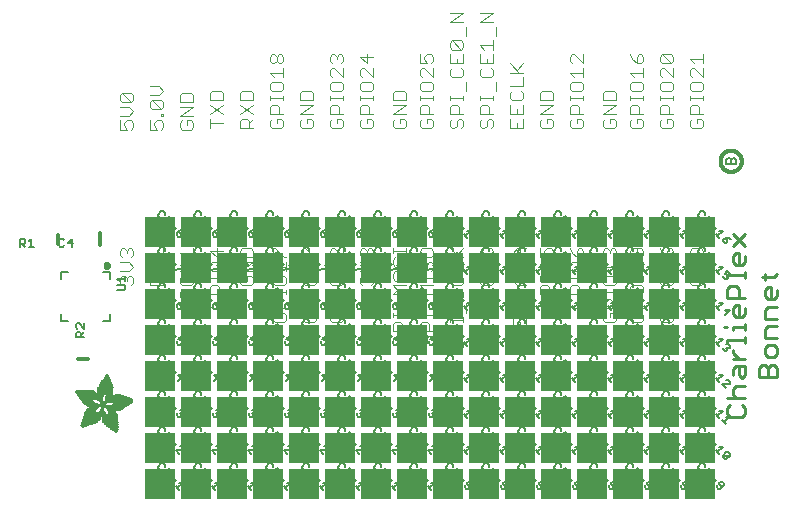
<source format=gbr>
G04 EAGLE Gerber RS-274X export*
G75*
%MOMM*%
%FSLAX34Y34*%
%LPD*%
%INSilkscreen Top*%
%IPPOS*%
%AMOC8*
5,1,8,0,0,1.08239X$1,22.5*%
G01*
%ADD10C,0.254000*%
%ADD11R,0.762000X0.127000*%
%ADD12C,0.152400*%
%ADD13C,0.101600*%
%ADD14C,0.127000*%
%ADD15C,0.406400*%
%ADD16C,0.304800*%
%ADD17R,2.540000X2.540000*%
%ADD18C,0.203200*%
%ADD19R,0.068600X0.007600*%
%ADD20R,0.114300X0.007600*%
%ADD21R,0.152400X0.007700*%
%ADD22R,0.182900X0.007600*%
%ADD23R,0.205700X0.007600*%
%ADD24R,0.228600X0.007600*%
%ADD25R,0.259100X0.007600*%
%ADD26R,0.274300X0.007700*%
%ADD27R,0.289500X0.007600*%
%ADD28R,0.304800X0.007600*%
%ADD29R,0.320100X0.007600*%
%ADD30R,0.342900X0.007600*%
%ADD31R,0.350500X0.007700*%
%ADD32R,0.365800X0.007600*%
%ADD33R,0.381000X0.007600*%
%ADD34R,0.388600X0.007600*%
%ADD35R,0.403800X0.007600*%
%ADD36R,0.419100X0.007700*%
%ADD37R,0.426700X0.007600*%
%ADD38R,0.441900X0.007600*%
%ADD39R,0.449600X0.007600*%
%ADD40R,0.464800X0.007600*%
%ADD41R,0.480000X0.007700*%
%ADD42R,0.487600X0.007600*%
%ADD43R,0.495300X0.007600*%
%ADD44R,0.510500X0.007600*%
%ADD45R,0.518100X0.007600*%
%ADD46R,0.525700X0.007700*%
%ADD47R,0.541000X0.007600*%
%ADD48R,0.548600X0.007600*%
%ADD49R,0.563800X0.007600*%
%ADD50R,0.571500X0.007600*%
%ADD51R,0.579100X0.007700*%
%ADD52R,0.594300X0.007600*%
%ADD53R,0.601900X0.007600*%
%ADD54R,0.609600X0.007600*%
%ADD55R,0.624800X0.007600*%
%ADD56R,0.632400X0.007700*%
%ADD57R,0.640000X0.007600*%
%ADD58R,0.655300X0.007600*%
%ADD59R,0.662900X0.007600*%
%ADD60R,0.678100X0.007600*%
%ADD61R,0.685800X0.007700*%
%ADD62R,0.693400X0.007600*%
%ADD63R,0.708600X0.007600*%
%ADD64R,0.716200X0.007600*%
%ADD65R,0.723900X0.007600*%
%ADD66R,0.739100X0.007700*%
%ADD67R,0.746700X0.007600*%
%ADD68R,0.754300X0.007600*%
%ADD69R,0.769600X0.007600*%
%ADD70R,0.777200X0.007600*%
%ADD71R,0.792400X0.007700*%
%ADD72R,0.800100X0.007600*%
%ADD73R,0.807700X0.007600*%
%ADD74R,0.822900X0.007600*%
%ADD75R,0.830500X0.007600*%
%ADD76R,0.838200X0.007700*%
%ADD77R,0.091500X0.007600*%
%ADD78R,0.853400X0.007600*%
%ADD79R,0.144700X0.007600*%
%ADD80R,0.861000X0.007600*%
%ADD81R,0.190500X0.007600*%
%ADD82R,0.876300X0.007600*%
%ADD83R,0.221000X0.007600*%
%ADD84R,0.883900X0.007600*%
%ADD85R,0.259000X0.007700*%
%ADD86R,0.891500X0.007700*%
%ADD87R,0.289600X0.007600*%
%ADD88R,0.906700X0.007600*%
%ADD89R,0.914400X0.007600*%
%ADD90R,0.350500X0.007600*%
%ADD91R,0.922000X0.007600*%
%ADD92R,0.937200X0.007600*%
%ADD93R,0.411400X0.007700*%
%ADD94R,0.944800X0.007700*%
%ADD95R,0.434300X0.007600*%
%ADD96R,0.952500X0.007600*%
%ADD97R,0.464900X0.007600*%
%ADD98R,0.967700X0.007600*%
%ADD99R,0.975300X0.007600*%
%ADD100R,0.518200X0.007600*%
%ADD101R,0.990600X0.007600*%
%ADD102R,0.548600X0.007700*%
%ADD103R,0.998200X0.007700*%
%ADD104R,1.005800X0.007600*%
%ADD105R,0.594400X0.007600*%
%ADD106R,1.021000X0.007600*%
%ADD107R,0.617200X0.007600*%
%ADD108R,1.028700X0.007600*%
%ADD109R,0.647700X0.007600*%
%ADD110R,1.036300X0.007600*%
%ADD111R,0.670500X0.007700*%
%ADD112R,1.051500X0.007700*%
%ADD113R,1.059100X0.007600*%
%ADD114R,0.716300X0.007600*%
%ADD115R,1.066800X0.007600*%
%ADD116R,0.739100X0.007600*%
%ADD117R,1.074400X0.007600*%
%ADD118R,0.762000X0.007600*%
%ADD119R,1.089600X0.007600*%
%ADD120R,0.784800X0.007700*%
%ADD121R,1.097200X0.007700*%
%ADD122R,1.104900X0.007600*%
%ADD123R,0.830600X0.007600*%
%ADD124R,1.112500X0.007600*%
%ADD125R,0.845800X0.007600*%
%ADD126R,1.120100X0.007600*%
%ADD127R,0.868700X0.007600*%
%ADD128R,1.127700X0.007600*%
%ADD129R,1.135300X0.007700*%
%ADD130R,1.143000X0.007600*%
%ADD131R,0.944900X0.007600*%
%ADD132R,1.150600X0.007600*%
%ADD133R,0.960100X0.007600*%
%ADD134R,1.158200X0.007600*%
%ADD135R,0.983000X0.007600*%
%ADD136R,1.165800X0.007600*%
%ADD137R,1.005900X0.007700*%
%ADD138R,1.173400X0.007700*%
%ADD139R,1.021100X0.007600*%
%ADD140R,1.181100X0.007600*%
%ADD141R,1.044000X0.007600*%
%ADD142R,1.188700X0.007600*%
%ADD143R,1.196300X0.007600*%
%ADD144R,1.082000X0.007600*%
%ADD145R,1.203900X0.007600*%
%ADD146R,1.104900X0.007700*%
%ADD147R,1.211500X0.007700*%
%ADD148R,1.211500X0.007600*%
%ADD149R,1.219200X0.007600*%
%ADD150R,1.226800X0.007600*%
%ADD151R,1.234400X0.007600*%
%ADD152R,1.188700X0.007700*%
%ADD153R,1.242000X0.007700*%
%ADD154R,1.242000X0.007600*%
%ADD155R,1.211600X0.007600*%
%ADD156R,1.249600X0.007600*%
%ADD157R,1.257300X0.007600*%
%ADD158R,1.264900X0.007600*%
%ADD159R,1.242100X0.007700*%
%ADD160R,1.264900X0.007700*%
%ADD161R,1.272500X0.007600*%
%ADD162R,1.265000X0.007600*%
%ADD163R,1.280100X0.007600*%
%ADD164R,1.272600X0.007600*%
%ADD165R,1.287700X0.007600*%
%ADD166R,1.287800X0.007600*%
%ADD167R,1.295400X0.007700*%
%ADD168R,1.303000X0.007600*%
%ADD169R,1.318200X0.007600*%
%ADD170R,1.310600X0.007600*%
%ADD171R,1.325900X0.007600*%
%ADD172R,1.341100X0.007700*%
%ADD173R,1.318200X0.007700*%
%ADD174R,1.341100X0.007600*%
%ADD175R,1.325800X0.007600*%
%ADD176R,1.348700X0.007600*%
%ADD177R,1.364000X0.007600*%
%ADD178R,1.333500X0.007600*%
%ADD179R,1.371600X0.007700*%
%ADD180R,1.379200X0.007600*%
%ADD181R,1.379300X0.007600*%
%ADD182R,1.386900X0.007600*%
%ADD183R,1.394500X0.007600*%
%ADD184R,1.356300X0.007600*%
%ADD185R,1.394400X0.007700*%
%ADD186R,1.356300X0.007700*%
%ADD187R,1.402000X0.007600*%
%ADD188R,1.409700X0.007600*%
%ADD189R,1.363900X0.007600*%
%ADD190R,1.417300X0.007600*%
%ADD191R,1.371600X0.007600*%
%ADD192R,1.424900X0.007700*%
%ADD193R,1.424900X0.007600*%
%ADD194R,1.432600X0.007600*%
%ADD195R,1.440200X0.007600*%
%ADD196R,1.386800X0.007600*%
%ADD197R,1.447800X0.007700*%
%ADD198R,1.386800X0.007700*%
%ADD199R,1.447800X0.007600*%
%ADD200R,1.455500X0.007600*%
%ADD201R,1.394400X0.007600*%
%ADD202R,1.463100X0.007600*%
%ADD203R,1.455400X0.007700*%
%ADD204R,1.463000X0.007600*%
%ADD205R,1.470600X0.007600*%
%ADD206R,1.470600X0.007700*%
%ADD207R,1.409700X0.007700*%
%ADD208R,1.470700X0.007600*%
%ADD209R,1.402100X0.007600*%
%ADD210R,1.478300X0.007600*%
%ADD211R,1.478300X0.007700*%
%ADD212R,1.402100X0.007700*%
%ADD213R,1.485900X0.007600*%
%ADD214R,1.485900X0.007700*%
%ADD215R,1.493500X0.007700*%
%ADD216R,1.493500X0.007600*%
%ADD217R,1.394500X0.007700*%
%ADD218R,1.493600X0.007700*%
%ADD219R,1.386900X0.007700*%
%ADD220R,1.379200X0.007700*%
%ADD221R,2.857500X0.007700*%
%ADD222R,2.857500X0.007600*%
%ADD223R,2.849900X0.007600*%
%ADD224R,2.842300X0.007600*%
%ADD225R,2.834700X0.007700*%
%ADD226R,2.827000X0.007600*%
%ADD227R,2.819400X0.007600*%
%ADD228R,2.811800X0.007600*%
%ADD229R,2.811800X0.007700*%
%ADD230R,2.804100X0.007600*%
%ADD231R,2.796500X0.007600*%
%ADD232R,1.966000X0.007600*%
%ADD233R,1.943100X0.007600*%
%ADD234R,0.754400X0.007600*%
%ADD235R,1.927900X0.007700*%
%ADD236R,0.746700X0.007700*%
%ADD237R,1.912600X0.007600*%
%ADD238R,0.731500X0.007600*%
%ADD239R,1.905000X0.007600*%
%ADD240R,1.882200X0.007600*%
%ADD241R,1.874600X0.007600*%
%ADD242R,1.866900X0.007700*%
%ADD243R,0.708700X0.007700*%
%ADD244R,1.851600X0.007600*%
%ADD245R,0.701100X0.007600*%
%ADD246R,1.844000X0.007600*%
%ADD247R,1.836400X0.007600*%
%ADD248R,1.821200X0.007600*%
%ADD249R,0.685800X0.007600*%
%ADD250R,1.813500X0.007700*%
%ADD251R,1.805900X0.007600*%
%ADD252R,0.678200X0.007600*%
%ADD253R,1.790700X0.007600*%
%ADD254R,0.670600X0.007600*%
%ADD255R,1.775500X0.007600*%
%ADD256R,1.767900X0.007700*%
%ADD257R,0.663000X0.007700*%
%ADD258R,1.760200X0.007600*%
%ADD259R,1.752600X0.007600*%
%ADD260R,0.937300X0.007600*%
%ADD261R,0.792500X0.007600*%
%ADD262R,0.899100X0.007600*%
%ADD263R,0.883900X0.007700*%
%ADD264R,0.716300X0.007700*%
%ADD265R,0.647700X0.007700*%
%ADD266R,0.640100X0.007600*%
%ADD267R,0.632500X0.007600*%
%ADD268R,0.655400X0.007600*%
%ADD269R,0.632400X0.007600*%
%ADD270R,0.845800X0.007700*%
%ADD271R,0.617200X0.007700*%
%ADD272R,0.624800X0.007700*%
%ADD273R,0.602000X0.007600*%
%ADD274R,0.838200X0.007600*%
%ADD275R,0.586700X0.007600*%
%ADD276R,0.548700X0.007600*%
%ADD277R,0.830500X0.007700*%
%ADD278R,0.541000X0.007700*%
%ADD279R,0.594300X0.007700*%
%ADD280R,0.525800X0.007600*%
%ADD281R,0.586800X0.007600*%
%ADD282R,0.815300X0.007600*%
%ADD283R,0.579200X0.007600*%
%ADD284R,0.815400X0.007600*%
%ADD285R,0.815400X0.007700*%
%ADD286R,0.571500X0.007700*%
%ADD287R,0.807800X0.007600*%
%ADD288R,0.563900X0.007600*%
%ADD289R,0.457200X0.007600*%
%ADD290R,0.442000X0.007600*%
%ADD291R,0.556300X0.007600*%
%ADD292R,0.807700X0.007700*%
%ADD293R,0.411500X0.007600*%
%ADD294R,0.533400X0.007600*%
%ADD295R,0.076200X0.007600*%
%ADD296R,0.403900X0.007600*%
%ADD297R,0.525700X0.007600*%
%ADD298R,0.388700X0.007600*%
%ADD299R,0.297200X0.007600*%
%ADD300R,0.373400X0.007700*%
%ADD301R,0.503000X0.007700*%
%ADD302R,0.426800X0.007700*%
%ADD303R,0.358100X0.007600*%
%ADD304R,0.502900X0.007600*%
%ADD305R,0.472400X0.007600*%
%ADD306R,0.487700X0.007600*%
%ADD307R,0.335300X0.007600*%
%ADD308R,0.792500X0.007700*%
%ADD309R,0.327600X0.007700*%
%ADD310R,0.472400X0.007700*%
%ADD311R,0.640000X0.007700*%
%ADD312R,0.784800X0.007600*%
%ADD313R,0.320000X0.007600*%
%ADD314R,0.792400X0.007600*%
%ADD315R,1.173400X0.007600*%
%ADD316R,1.196400X0.007600*%
%ADD317R,0.784900X0.007600*%
%ADD318R,0.784900X0.007700*%
%ADD319R,0.297200X0.007700*%
%ADD320R,1.249700X0.007600*%
%ADD321R,0.281900X0.007600*%
%ADD322R,1.295400X0.007600*%
%ADD323R,0.266700X0.007600*%
%ADD324R,0.777300X0.007700*%
%ADD325R,0.266700X0.007700*%
%ADD326R,1.333500X0.007700*%
%ADD327R,0.777300X0.007600*%
%ADD328R,1.348800X0.007600*%
%ADD329R,0.251500X0.007600*%
%ADD330R,0.243900X0.007700*%
%ADD331R,0.243900X0.007600*%
%ADD332R,1.440100X0.007600*%
%ADD333R,0.236200X0.007600*%
%ADD334R,0.762000X0.007700*%
%ADD335R,0.236200X0.007700*%
%ADD336R,1.508700X0.007700*%
%ADD337R,1.531600X0.007600*%
%ADD338R,1.546900X0.007600*%
%ADD339R,1.569700X0.007600*%
%ADD340R,1.585000X0.007600*%
%ADD341R,0.746800X0.007700*%
%ADD342R,1.607800X0.007700*%
%ADD343R,0.243800X0.007600*%
%ADD344R,1.630700X0.007600*%
%ADD345R,1.653500X0.007600*%
%ADD346R,0.739200X0.007600*%
%ADD347R,1.684000X0.007600*%
%ADD348R,2.019300X0.007600*%
%ADD349R,0.731500X0.007700*%
%ADD350R,2.026900X0.007700*%
%ADD351R,2.049800X0.007600*%
%ADD352R,2.057400X0.007600*%
%ADD353R,0.708700X0.007600*%
%ADD354R,2.072600X0.007600*%
%ADD355R,0.701000X0.007600*%
%ADD356R,2.095500X0.007600*%
%ADD357R,0.693500X0.007700*%
%ADD358R,2.110800X0.007700*%
%ADD359R,2.141200X0.007600*%
%ADD360R,0.060900X0.007600*%
%ADD361R,2.872700X0.007600*%
%ADD362R,3.124200X0.007600*%
%ADD363R,3.177600X0.007600*%
%ADD364R,3.215600X0.007700*%
%ADD365R,3.253700X0.007600*%
%ADD366R,3.284300X0.007600*%
%ADD367R,3.314700X0.007600*%
%ADD368R,3.352800X0.007600*%
%ADD369R,3.375600X0.007700*%
%ADD370R,3.406200X0.007600*%
%ADD371R,3.429000X0.007600*%
%ADD372R,3.451800X0.007600*%
%ADD373R,3.482400X0.007600*%
%ADD374R,1.828800X0.007700*%
%ADD375R,1.539300X0.007700*%
%ADD376R,1.767900X0.007600*%
%ADD377R,1.767800X0.007600*%
%ADD378R,1.760200X0.007700*%
%ADD379R,1.760300X0.007600*%
%ADD380R,1.775400X0.007700*%
%ADD381R,1.379300X0.007700*%
%ADD382R,1.783000X0.007600*%
%ADD383R,1.813500X0.007600*%
%ADD384R,1.821100X0.007700*%
%ADD385R,0.503000X0.007600*%
%ADD386R,1.135400X0.007600*%
%ADD387R,1.127700X0.007700*%
%ADD388R,0.487700X0.007700*%
%ADD389R,1.120200X0.007600*%
%ADD390R,1.097300X0.007600*%
%ADD391R,0.510600X0.007600*%
%ADD392R,1.074400X0.007700*%
%ADD393R,0.525800X0.007700*%
%ADD394R,1.440200X0.007700*%
%ADD395R,1.059200X0.007600*%
%ADD396R,1.051600X0.007600*%
%ADD397R,1.051500X0.007600*%
%ADD398R,1.043900X0.007700*%
%ADD399R,0.602000X0.007700*%
%ADD400R,1.524000X0.007600*%
%ADD401R,1.539300X0.007600*%
%ADD402R,1.592600X0.007600*%
%ADD403R,1.021100X0.007700*%
%ADD404R,1.615400X0.007700*%
%ADD405R,1.013400X0.007600*%
%ADD406R,1.653600X0.007600*%
%ADD407R,1.013500X0.007600*%
%ADD408R,1.699300X0.007600*%
%ADD409R,2.743200X0.007600*%
%ADD410R,1.005900X0.007600*%
%ADD411R,2.415500X0.007600*%
%ADD412R,1.005800X0.007700*%
%ADD413R,0.281900X0.007700*%
%ADD414R,2.408000X0.007700*%
%ADD415R,2.407900X0.007600*%
%ADD416R,0.998200X0.007600*%
%ADD417R,0.282000X0.007600*%
%ADD418R,0.998300X0.007600*%
%ADD419R,2.400300X0.007600*%
%ADD420R,0.289500X0.007700*%
%ADD421R,2.400300X0.007700*%
%ADD422R,0.297100X0.007600*%
%ADD423R,0.312400X0.007600*%
%ADD424R,2.392700X0.007600*%
%ADD425R,0.990600X0.007700*%
%ADD426R,0.327700X0.007700*%
%ADD427R,2.392700X0.007700*%
%ADD428R,2.385100X0.007600*%
%ADD429R,0.381000X0.007700*%
%ADD430R,2.377400X0.007700*%
%ADD431R,2.377400X0.007600*%
%ADD432R,2.369800X0.007600*%
%ADD433R,0.419100X0.007600*%
%ADD434R,2.362200X0.007600*%
%ADD435R,0.426800X0.007600*%
%ADD436R,1.036300X0.007700*%
%ADD437R,0.442000X0.007700*%
%ADD438R,2.354600X0.007700*%
%ADD439R,2.354600X0.007600*%
%ADD440R,0.480100X0.007600*%
%ADD441R,2.347000X0.007600*%
%ADD442R,1.074500X0.007600*%
%ADD443R,2.339400X0.007600*%
%ADD444R,1.082100X0.007700*%
%ADD445R,0.548700X0.007700*%
%ADD446R,2.331800X0.007700*%
%ADD447R,2.331800X0.007600*%
%ADD448R,0.624900X0.007600*%
%ADD449R,2.324100X0.007600*%
%ADD450R,1.859300X0.007600*%
%ADD451R,2.308800X0.007600*%
%ADD452R,2.301200X0.007700*%
%ADD453R,2.301200X0.007600*%
%ADD454R,2.293600X0.007600*%
%ADD455R,2.278400X0.007600*%
%ADD456R,1.889800X0.007600*%
%ADD457R,2.270700X0.007600*%
%ADD458R,1.897400X0.007700*%
%ADD459R,2.255500X0.007700*%
%ADD460R,1.897400X0.007600*%
%ADD461R,2.247900X0.007600*%
%ADD462R,2.232600X0.007600*%
%ADD463R,1.912700X0.007600*%
%ADD464R,2.209800X0.007600*%
%ADD465R,1.920300X0.007600*%
%ADD466R,2.186900X0.007600*%
%ADD467R,1.920300X0.007700*%
%ADD468R,2.171700X0.007700*%
%ADD469R,1.935500X0.007600*%
%ADD470R,2.148800X0.007600*%
%ADD471R,2.126000X0.007600*%
%ADD472R,1.950700X0.007600*%
%ADD473R,1.958400X0.007700*%
%ADD474R,2.042200X0.007700*%
%ADD475R,1.973600X0.007600*%
%ADD476R,1.996500X0.007600*%
%ADD477R,1.981200X0.007600*%
%ADD478R,1.988800X0.007600*%
%ADD479R,1.996400X0.007700*%
%ADD480R,1.996400X0.007600*%
%ADD481R,2.004100X0.007600*%
%ADD482R,1.874500X0.007600*%
%ADD483R,1.425000X0.007600*%
%ADD484R,2.026900X0.007600*%
%ADD485R,0.434400X0.007700*%
%ADD486R,1.364000X0.007700*%
%ADD487R,2.034500X0.007600*%
%ADD488R,0.434400X0.007600*%
%ADD489R,2.049700X0.007600*%
%ADD490R,2.065000X0.007700*%
%ADD491R,0.464800X0.007700*%
%ADD492R,1.196300X0.007700*%
%ADD493R,2.080300X0.007600*%
%ADD494R,1.158300X0.007600*%
%ADD495R,2.087900X0.007600*%
%ADD496R,0.472500X0.007600*%
%ADD497R,2.103100X0.007600*%
%ADD498R,2.118400X0.007600*%
%ADD499R,2.133600X0.007600*%
%ADD500R,2.148800X0.007700*%
%ADD501R,2.164000X0.007600*%
%ADD502R,2.171700X0.007600*%
%ADD503R,2.187000X0.007600*%
%ADD504R,0.556200X0.007600*%
%ADD505R,2.202200X0.007700*%
%ADD506R,0.556200X0.007700*%
%ADD507R,0.640100X0.007700*%
%ADD508R,0.579100X0.007600*%
%ADD509R,0.480000X0.007600*%
%ADD510R,1.752600X0.007700*%
%ADD511R,0.487600X0.007700*%
%ADD512R,0.594400X0.007700*%
%ADD513R,0.358100X0.007700*%
%ADD514R,0.099000X0.007600*%
%ADD515R,1.280200X0.007600*%
%ADD516R,1.745000X0.007600*%
%ADD517R,1.744900X0.007600*%
%ADD518R,1.737300X0.007700*%
%ADD519R,1.737400X0.007600*%
%ADD520R,1.729800X0.007600*%
%ADD521R,1.722200X0.007600*%
%ADD522R,1.722100X0.007600*%
%ADD523R,1.714500X0.007700*%
%ADD524R,1.356400X0.007700*%
%ADD525R,1.706900X0.007600*%
%ADD526R,1.356400X0.007600*%
%ADD527R,1.691700X0.007600*%
%ADD528R,1.668800X0.007700*%
%ADD529R,1.645900X0.007600*%
%ADD530R,1.623100X0.007600*%
%ADD531R,1.577400X0.007600*%
%ADD532R,1.554400X0.007600*%
%ADD533R,1.539200X0.007600*%
%ADD534R,1.524000X0.007700*%
%ADD535R,1.501100X0.007600*%
%ADD536R,1.455400X0.007600*%
%ADD537R,1.348800X0.007700*%
%ADD538R,1.318300X0.007600*%
%ADD539R,1.310600X0.007700*%
%ADD540R,1.287800X0.007700*%
%ADD541R,1.234500X0.007600*%
%ADD542R,1.226900X0.007600*%
%ADD543R,1.173500X0.007700*%
%ADD544R,1.173500X0.007600*%
%ADD545R,1.165900X0.007600*%
%ADD546R,1.143000X0.007700*%
%ADD547R,1.127800X0.007600*%
%ADD548R,1.097200X0.007600*%
%ADD549R,1.028700X0.007700*%
%ADD550R,0.982900X0.007600*%
%ADD551R,0.952500X0.007700*%
%ADD552R,0.929600X0.007600*%
%ADD553R,0.906800X0.007700*%
%ADD554R,0.906800X0.007600*%
%ADD555R,0.899200X0.007600*%
%ADD556R,0.884000X0.007600*%
%ADD557R,0.876300X0.007700*%
%ADD558R,0.830600X0.007700*%
%ADD559R,0.754400X0.007700*%
%ADD560R,0.746800X0.007600*%
%ADD561R,0.708600X0.007700*%
%ADD562R,0.678200X0.007700*%
%ADD563R,0.663000X0.007600*%
%ADD564R,0.632500X0.007700*%
%ADD565R,0.556300X0.007700*%
%ADD566R,0.518200X0.007700*%
%ADD567R,0.434300X0.007700*%
%ADD568R,0.396300X0.007700*%
%ADD569R,0.373300X0.007600*%
%ADD570R,0.365700X0.007600*%
%ADD571R,0.327700X0.007600*%
%ADD572R,0.304800X0.007700*%
%ADD573R,0.274300X0.007600*%
%ADD574R,0.243800X0.007700*%
%ADD575R,0.205800X0.007600*%
%ADD576R,0.152400X0.007600*%
%ADD577R,0.121900X0.007700*%

G36*
X568824Y227623D02*
X568824Y227623D01*
X568928Y227623D01*
X568947Y227629D01*
X568966Y227630D01*
X569063Y227668D01*
X569161Y227701D01*
X569177Y227713D01*
X569195Y227721D01*
X569275Y227788D01*
X569357Y227850D01*
X569368Y227866D01*
X569383Y227879D01*
X569437Y227968D01*
X569495Y228054D01*
X569501Y228073D01*
X569511Y228089D01*
X569534Y228191D01*
X569561Y228290D01*
X569561Y228315D01*
X569565Y228329D01*
X569561Y228361D01*
X569561Y228458D01*
X569112Y232499D01*
X569104Y232528D01*
X569104Y232558D01*
X569071Y232646D01*
X569046Y232736D01*
X569029Y232761D01*
X569019Y232789D01*
X568960Y232862D01*
X568908Y232940D01*
X568884Y232958D01*
X568865Y232981D01*
X568786Y233032D01*
X568712Y233088D01*
X568684Y233098D01*
X568659Y233114D01*
X568567Y233137D01*
X568479Y233167D01*
X568449Y233167D01*
X568420Y233174D01*
X568327Y233167D01*
X568233Y233167D01*
X568204Y233157D01*
X568175Y233155D01*
X568089Y233118D01*
X568000Y233088D01*
X567976Y233070D01*
X567949Y233058D01*
X567818Y232954D01*
X564225Y229361D01*
X564208Y229337D01*
X564185Y229318D01*
X564137Y229238D01*
X564082Y229162D01*
X564073Y229133D01*
X564058Y229108D01*
X564037Y229016D01*
X564010Y228927D01*
X564010Y228897D01*
X564004Y228868D01*
X564013Y228775D01*
X564016Y228681D01*
X564026Y228653D01*
X564029Y228623D01*
X564068Y228538D01*
X564100Y228450D01*
X564119Y228427D01*
X564131Y228399D01*
X564195Y228331D01*
X564254Y228258D01*
X564279Y228242D01*
X564299Y228220D01*
X564382Y228176D01*
X564461Y228125D01*
X564490Y228117D01*
X564516Y228103D01*
X564680Y228067D01*
X568721Y227618D01*
X568824Y227623D01*
G37*
G36*
X538344Y227623D02*
X538344Y227623D01*
X538448Y227623D01*
X538467Y227629D01*
X538486Y227630D01*
X538583Y227668D01*
X538681Y227701D01*
X538697Y227713D01*
X538715Y227721D01*
X538795Y227788D01*
X538877Y227850D01*
X538888Y227866D01*
X538903Y227879D01*
X538957Y227968D01*
X539015Y228054D01*
X539021Y228073D01*
X539031Y228089D01*
X539054Y228191D01*
X539081Y228290D01*
X539081Y228315D01*
X539085Y228329D01*
X539081Y228361D01*
X539081Y228458D01*
X538632Y232499D01*
X538624Y232528D01*
X538624Y232558D01*
X538591Y232646D01*
X538566Y232736D01*
X538549Y232761D01*
X538539Y232789D01*
X538480Y232862D01*
X538428Y232940D01*
X538404Y232958D01*
X538385Y232981D01*
X538306Y233032D01*
X538232Y233088D01*
X538204Y233098D01*
X538179Y233114D01*
X538087Y233137D01*
X537999Y233167D01*
X537969Y233167D01*
X537940Y233174D01*
X537847Y233167D01*
X537753Y233167D01*
X537724Y233157D01*
X537695Y233155D01*
X537609Y233118D01*
X537520Y233088D01*
X537496Y233070D01*
X537469Y233058D01*
X537338Y232954D01*
X533745Y229361D01*
X533728Y229337D01*
X533705Y229318D01*
X533657Y229238D01*
X533602Y229162D01*
X533593Y229133D01*
X533578Y229108D01*
X533557Y229016D01*
X533530Y228927D01*
X533530Y228897D01*
X533524Y228868D01*
X533533Y228775D01*
X533536Y228681D01*
X533546Y228653D01*
X533549Y228623D01*
X533588Y228538D01*
X533620Y228450D01*
X533639Y228427D01*
X533651Y228399D01*
X533715Y228331D01*
X533774Y228258D01*
X533799Y228242D01*
X533819Y228220D01*
X533902Y228176D01*
X533981Y228125D01*
X534010Y228117D01*
X534036Y228103D01*
X534200Y228067D01*
X538241Y227618D01*
X538344Y227623D01*
G37*
G36*
X507864Y227623D02*
X507864Y227623D01*
X507968Y227623D01*
X507987Y227629D01*
X508006Y227630D01*
X508103Y227668D01*
X508201Y227701D01*
X508217Y227713D01*
X508235Y227721D01*
X508315Y227788D01*
X508397Y227850D01*
X508408Y227866D01*
X508423Y227879D01*
X508477Y227968D01*
X508535Y228054D01*
X508541Y228073D01*
X508551Y228089D01*
X508574Y228191D01*
X508601Y228290D01*
X508601Y228315D01*
X508605Y228329D01*
X508601Y228361D01*
X508601Y228458D01*
X508152Y232499D01*
X508144Y232528D01*
X508144Y232558D01*
X508111Y232646D01*
X508086Y232736D01*
X508069Y232761D01*
X508059Y232789D01*
X508000Y232862D01*
X507948Y232940D01*
X507924Y232958D01*
X507905Y232981D01*
X507826Y233032D01*
X507752Y233088D01*
X507724Y233098D01*
X507699Y233114D01*
X507607Y233137D01*
X507519Y233167D01*
X507489Y233167D01*
X507460Y233174D01*
X507367Y233167D01*
X507273Y233167D01*
X507244Y233157D01*
X507215Y233155D01*
X507129Y233118D01*
X507040Y233088D01*
X507016Y233070D01*
X506989Y233058D01*
X506858Y232954D01*
X503265Y229361D01*
X503248Y229337D01*
X503225Y229318D01*
X503177Y229238D01*
X503122Y229162D01*
X503113Y229133D01*
X503098Y229108D01*
X503077Y229016D01*
X503050Y228927D01*
X503050Y228897D01*
X503044Y228868D01*
X503053Y228775D01*
X503056Y228681D01*
X503066Y228653D01*
X503069Y228623D01*
X503108Y228538D01*
X503140Y228450D01*
X503159Y228427D01*
X503171Y228399D01*
X503235Y228331D01*
X503294Y228258D01*
X503319Y228242D01*
X503339Y228220D01*
X503422Y228176D01*
X503501Y228125D01*
X503530Y228117D01*
X503556Y228103D01*
X503720Y228067D01*
X507761Y227618D01*
X507864Y227623D01*
G37*
G36*
X477384Y227623D02*
X477384Y227623D01*
X477488Y227623D01*
X477507Y227629D01*
X477526Y227630D01*
X477623Y227668D01*
X477721Y227701D01*
X477737Y227713D01*
X477755Y227721D01*
X477835Y227788D01*
X477917Y227850D01*
X477928Y227866D01*
X477943Y227879D01*
X477997Y227968D01*
X478055Y228054D01*
X478061Y228073D01*
X478071Y228089D01*
X478094Y228191D01*
X478121Y228290D01*
X478121Y228315D01*
X478125Y228329D01*
X478121Y228361D01*
X478121Y228458D01*
X477672Y232499D01*
X477664Y232528D01*
X477664Y232558D01*
X477631Y232646D01*
X477606Y232736D01*
X477589Y232761D01*
X477579Y232789D01*
X477520Y232862D01*
X477468Y232940D01*
X477444Y232958D01*
X477425Y232981D01*
X477346Y233032D01*
X477272Y233088D01*
X477244Y233098D01*
X477219Y233114D01*
X477127Y233137D01*
X477039Y233167D01*
X477009Y233167D01*
X476980Y233174D01*
X476887Y233167D01*
X476793Y233167D01*
X476764Y233157D01*
X476735Y233155D01*
X476649Y233118D01*
X476560Y233088D01*
X476536Y233070D01*
X476509Y233058D01*
X476378Y232954D01*
X472785Y229361D01*
X472768Y229337D01*
X472745Y229318D01*
X472697Y229238D01*
X472642Y229162D01*
X472633Y229133D01*
X472618Y229108D01*
X472597Y229016D01*
X472570Y228927D01*
X472570Y228897D01*
X472564Y228868D01*
X472573Y228775D01*
X472576Y228681D01*
X472586Y228653D01*
X472589Y228623D01*
X472628Y228538D01*
X472660Y228450D01*
X472679Y228427D01*
X472691Y228399D01*
X472755Y228331D01*
X472814Y228258D01*
X472839Y228242D01*
X472859Y228220D01*
X472942Y228176D01*
X473021Y228125D01*
X473050Y228117D01*
X473076Y228103D01*
X473240Y228067D01*
X477281Y227618D01*
X477384Y227623D01*
G37*
G36*
X446904Y227623D02*
X446904Y227623D01*
X447008Y227623D01*
X447027Y227629D01*
X447046Y227630D01*
X447143Y227668D01*
X447241Y227701D01*
X447257Y227713D01*
X447275Y227721D01*
X447355Y227788D01*
X447437Y227850D01*
X447448Y227866D01*
X447463Y227879D01*
X447517Y227968D01*
X447575Y228054D01*
X447581Y228073D01*
X447591Y228089D01*
X447614Y228191D01*
X447641Y228290D01*
X447641Y228315D01*
X447645Y228329D01*
X447641Y228361D01*
X447641Y228458D01*
X447192Y232499D01*
X447184Y232528D01*
X447184Y232558D01*
X447151Y232646D01*
X447126Y232736D01*
X447109Y232761D01*
X447099Y232789D01*
X447040Y232862D01*
X446988Y232940D01*
X446964Y232958D01*
X446945Y232981D01*
X446866Y233032D01*
X446792Y233088D01*
X446764Y233098D01*
X446739Y233114D01*
X446647Y233137D01*
X446559Y233167D01*
X446529Y233167D01*
X446500Y233174D01*
X446407Y233167D01*
X446313Y233167D01*
X446284Y233157D01*
X446255Y233155D01*
X446169Y233118D01*
X446080Y233088D01*
X446056Y233070D01*
X446029Y233058D01*
X445898Y232954D01*
X442305Y229361D01*
X442288Y229337D01*
X442265Y229318D01*
X442217Y229238D01*
X442162Y229162D01*
X442153Y229133D01*
X442138Y229108D01*
X442117Y229016D01*
X442090Y228927D01*
X442090Y228897D01*
X442084Y228868D01*
X442093Y228775D01*
X442096Y228681D01*
X442106Y228653D01*
X442109Y228623D01*
X442148Y228538D01*
X442180Y228450D01*
X442199Y228427D01*
X442211Y228399D01*
X442275Y228331D01*
X442334Y228258D01*
X442359Y228242D01*
X442379Y228220D01*
X442462Y228176D01*
X442541Y228125D01*
X442570Y228117D01*
X442596Y228103D01*
X442760Y228067D01*
X446801Y227618D01*
X446904Y227623D01*
G37*
G36*
X416424Y227623D02*
X416424Y227623D01*
X416528Y227623D01*
X416547Y227629D01*
X416566Y227630D01*
X416663Y227668D01*
X416761Y227701D01*
X416777Y227713D01*
X416795Y227721D01*
X416875Y227788D01*
X416957Y227850D01*
X416968Y227866D01*
X416983Y227879D01*
X417037Y227968D01*
X417095Y228054D01*
X417101Y228073D01*
X417111Y228089D01*
X417134Y228191D01*
X417161Y228290D01*
X417161Y228315D01*
X417165Y228329D01*
X417161Y228361D01*
X417161Y228458D01*
X416712Y232499D01*
X416704Y232528D01*
X416704Y232558D01*
X416671Y232646D01*
X416646Y232736D01*
X416629Y232761D01*
X416619Y232789D01*
X416560Y232862D01*
X416508Y232940D01*
X416484Y232958D01*
X416465Y232981D01*
X416386Y233032D01*
X416312Y233088D01*
X416284Y233098D01*
X416259Y233114D01*
X416167Y233137D01*
X416079Y233167D01*
X416049Y233167D01*
X416020Y233174D01*
X415927Y233167D01*
X415833Y233167D01*
X415804Y233157D01*
X415775Y233155D01*
X415689Y233118D01*
X415600Y233088D01*
X415576Y233070D01*
X415549Y233058D01*
X415418Y232954D01*
X411825Y229361D01*
X411808Y229337D01*
X411785Y229318D01*
X411737Y229238D01*
X411682Y229162D01*
X411673Y229133D01*
X411658Y229108D01*
X411637Y229016D01*
X411610Y228927D01*
X411610Y228897D01*
X411604Y228868D01*
X411613Y228775D01*
X411616Y228681D01*
X411626Y228653D01*
X411629Y228623D01*
X411668Y228538D01*
X411700Y228450D01*
X411719Y228427D01*
X411731Y228399D01*
X411795Y228331D01*
X411854Y228258D01*
X411879Y228242D01*
X411899Y228220D01*
X411982Y228176D01*
X412061Y228125D01*
X412090Y228117D01*
X412116Y228103D01*
X412280Y228067D01*
X416321Y227618D01*
X416424Y227623D01*
G37*
G36*
X385944Y227623D02*
X385944Y227623D01*
X386048Y227623D01*
X386067Y227629D01*
X386086Y227630D01*
X386183Y227668D01*
X386281Y227701D01*
X386297Y227713D01*
X386315Y227721D01*
X386395Y227788D01*
X386477Y227850D01*
X386488Y227866D01*
X386503Y227879D01*
X386557Y227968D01*
X386615Y228054D01*
X386621Y228073D01*
X386631Y228089D01*
X386654Y228191D01*
X386681Y228290D01*
X386681Y228315D01*
X386685Y228329D01*
X386681Y228361D01*
X386681Y228458D01*
X386232Y232499D01*
X386224Y232528D01*
X386224Y232558D01*
X386191Y232646D01*
X386166Y232736D01*
X386149Y232761D01*
X386139Y232789D01*
X386080Y232862D01*
X386028Y232940D01*
X386004Y232958D01*
X385985Y232981D01*
X385906Y233032D01*
X385832Y233088D01*
X385804Y233098D01*
X385779Y233114D01*
X385687Y233137D01*
X385599Y233167D01*
X385569Y233167D01*
X385540Y233174D01*
X385447Y233167D01*
X385353Y233167D01*
X385324Y233157D01*
X385295Y233155D01*
X385209Y233118D01*
X385120Y233088D01*
X385096Y233070D01*
X385069Y233058D01*
X384938Y232954D01*
X381345Y229361D01*
X381328Y229337D01*
X381305Y229318D01*
X381257Y229238D01*
X381202Y229162D01*
X381193Y229133D01*
X381178Y229108D01*
X381157Y229016D01*
X381130Y228927D01*
X381130Y228897D01*
X381124Y228868D01*
X381133Y228775D01*
X381136Y228681D01*
X381146Y228653D01*
X381149Y228623D01*
X381188Y228538D01*
X381220Y228450D01*
X381239Y228427D01*
X381251Y228399D01*
X381315Y228331D01*
X381374Y228258D01*
X381399Y228242D01*
X381419Y228220D01*
X381502Y228176D01*
X381581Y228125D01*
X381610Y228117D01*
X381636Y228103D01*
X381800Y228067D01*
X385841Y227618D01*
X385944Y227623D01*
G37*
G36*
X355464Y227623D02*
X355464Y227623D01*
X355568Y227623D01*
X355587Y227629D01*
X355606Y227630D01*
X355703Y227668D01*
X355801Y227701D01*
X355817Y227713D01*
X355835Y227721D01*
X355915Y227788D01*
X355997Y227850D01*
X356008Y227866D01*
X356023Y227879D01*
X356077Y227968D01*
X356135Y228054D01*
X356141Y228073D01*
X356151Y228089D01*
X356174Y228191D01*
X356201Y228290D01*
X356201Y228315D01*
X356205Y228329D01*
X356201Y228361D01*
X356201Y228458D01*
X355752Y232499D01*
X355744Y232528D01*
X355744Y232558D01*
X355711Y232646D01*
X355686Y232736D01*
X355669Y232761D01*
X355659Y232789D01*
X355600Y232862D01*
X355548Y232940D01*
X355524Y232958D01*
X355505Y232981D01*
X355426Y233032D01*
X355352Y233088D01*
X355324Y233098D01*
X355299Y233114D01*
X355207Y233137D01*
X355119Y233167D01*
X355089Y233167D01*
X355060Y233174D01*
X354967Y233167D01*
X354873Y233167D01*
X354844Y233157D01*
X354815Y233155D01*
X354729Y233118D01*
X354640Y233088D01*
X354616Y233070D01*
X354589Y233058D01*
X354458Y232954D01*
X350865Y229361D01*
X350848Y229337D01*
X350825Y229318D01*
X350777Y229238D01*
X350722Y229162D01*
X350713Y229133D01*
X350698Y229108D01*
X350677Y229016D01*
X350650Y228927D01*
X350650Y228897D01*
X350644Y228868D01*
X350653Y228775D01*
X350656Y228681D01*
X350666Y228653D01*
X350669Y228623D01*
X350708Y228538D01*
X350740Y228450D01*
X350759Y228427D01*
X350771Y228399D01*
X350835Y228331D01*
X350894Y228258D01*
X350919Y228242D01*
X350939Y228220D01*
X351022Y228176D01*
X351101Y228125D01*
X351130Y228117D01*
X351156Y228103D01*
X351320Y228067D01*
X355361Y227618D01*
X355464Y227623D01*
G37*
G36*
X324984Y227623D02*
X324984Y227623D01*
X325088Y227623D01*
X325107Y227629D01*
X325126Y227630D01*
X325223Y227668D01*
X325321Y227701D01*
X325337Y227713D01*
X325355Y227721D01*
X325435Y227788D01*
X325517Y227850D01*
X325528Y227866D01*
X325543Y227879D01*
X325597Y227968D01*
X325655Y228054D01*
X325661Y228073D01*
X325671Y228089D01*
X325694Y228191D01*
X325721Y228290D01*
X325721Y228315D01*
X325725Y228329D01*
X325721Y228361D01*
X325721Y228458D01*
X325272Y232499D01*
X325264Y232528D01*
X325264Y232558D01*
X325231Y232646D01*
X325206Y232736D01*
X325189Y232761D01*
X325179Y232789D01*
X325120Y232862D01*
X325068Y232940D01*
X325044Y232958D01*
X325025Y232981D01*
X324946Y233032D01*
X324872Y233088D01*
X324844Y233098D01*
X324819Y233114D01*
X324727Y233137D01*
X324639Y233167D01*
X324609Y233167D01*
X324580Y233174D01*
X324487Y233167D01*
X324393Y233167D01*
X324364Y233157D01*
X324335Y233155D01*
X324249Y233118D01*
X324160Y233088D01*
X324136Y233070D01*
X324109Y233058D01*
X323978Y232954D01*
X320385Y229361D01*
X320368Y229337D01*
X320345Y229318D01*
X320297Y229238D01*
X320242Y229162D01*
X320233Y229133D01*
X320218Y229108D01*
X320197Y229016D01*
X320170Y228927D01*
X320170Y228897D01*
X320164Y228868D01*
X320173Y228775D01*
X320176Y228681D01*
X320186Y228653D01*
X320189Y228623D01*
X320228Y228538D01*
X320260Y228450D01*
X320279Y228427D01*
X320291Y228399D01*
X320355Y228331D01*
X320414Y228258D01*
X320439Y228242D01*
X320459Y228220D01*
X320542Y228176D01*
X320621Y228125D01*
X320650Y228117D01*
X320676Y228103D01*
X320840Y228067D01*
X324881Y227618D01*
X324984Y227623D01*
G37*
G36*
X294504Y227623D02*
X294504Y227623D01*
X294608Y227623D01*
X294627Y227629D01*
X294646Y227630D01*
X294743Y227668D01*
X294841Y227701D01*
X294857Y227713D01*
X294875Y227721D01*
X294955Y227788D01*
X295037Y227850D01*
X295048Y227866D01*
X295063Y227879D01*
X295117Y227968D01*
X295175Y228054D01*
X295181Y228073D01*
X295191Y228089D01*
X295214Y228191D01*
X295241Y228290D01*
X295241Y228315D01*
X295245Y228329D01*
X295241Y228361D01*
X295241Y228458D01*
X294792Y232499D01*
X294784Y232528D01*
X294784Y232558D01*
X294751Y232646D01*
X294726Y232736D01*
X294709Y232761D01*
X294699Y232789D01*
X294640Y232862D01*
X294588Y232940D01*
X294564Y232958D01*
X294545Y232981D01*
X294466Y233032D01*
X294392Y233088D01*
X294364Y233098D01*
X294339Y233114D01*
X294247Y233137D01*
X294159Y233167D01*
X294129Y233167D01*
X294100Y233174D01*
X294007Y233167D01*
X293913Y233167D01*
X293884Y233157D01*
X293855Y233155D01*
X293769Y233118D01*
X293680Y233088D01*
X293656Y233070D01*
X293629Y233058D01*
X293498Y232954D01*
X289905Y229361D01*
X289888Y229337D01*
X289865Y229318D01*
X289817Y229238D01*
X289762Y229162D01*
X289753Y229133D01*
X289738Y229108D01*
X289717Y229016D01*
X289690Y228927D01*
X289690Y228897D01*
X289684Y228868D01*
X289693Y228775D01*
X289696Y228681D01*
X289706Y228653D01*
X289709Y228623D01*
X289748Y228538D01*
X289780Y228450D01*
X289799Y228427D01*
X289811Y228399D01*
X289875Y228331D01*
X289934Y228258D01*
X289959Y228242D01*
X289979Y228220D01*
X290062Y228176D01*
X290141Y228125D01*
X290170Y228117D01*
X290196Y228103D01*
X290360Y228067D01*
X294401Y227618D01*
X294504Y227623D01*
G37*
G36*
X264024Y227623D02*
X264024Y227623D01*
X264128Y227623D01*
X264147Y227629D01*
X264166Y227630D01*
X264263Y227668D01*
X264361Y227701D01*
X264377Y227713D01*
X264395Y227721D01*
X264475Y227788D01*
X264557Y227850D01*
X264568Y227866D01*
X264583Y227879D01*
X264637Y227968D01*
X264695Y228054D01*
X264701Y228073D01*
X264711Y228089D01*
X264734Y228191D01*
X264761Y228290D01*
X264761Y228315D01*
X264765Y228329D01*
X264761Y228361D01*
X264761Y228458D01*
X264312Y232499D01*
X264304Y232528D01*
X264304Y232558D01*
X264271Y232646D01*
X264246Y232736D01*
X264229Y232761D01*
X264219Y232789D01*
X264160Y232862D01*
X264108Y232940D01*
X264084Y232958D01*
X264065Y232981D01*
X263986Y233032D01*
X263912Y233088D01*
X263884Y233098D01*
X263859Y233114D01*
X263767Y233137D01*
X263679Y233167D01*
X263649Y233167D01*
X263620Y233174D01*
X263527Y233167D01*
X263433Y233167D01*
X263404Y233157D01*
X263375Y233155D01*
X263289Y233118D01*
X263200Y233088D01*
X263176Y233070D01*
X263149Y233058D01*
X263018Y232954D01*
X259425Y229361D01*
X259408Y229337D01*
X259385Y229318D01*
X259337Y229238D01*
X259282Y229162D01*
X259273Y229133D01*
X259258Y229108D01*
X259237Y229016D01*
X259210Y228927D01*
X259210Y228897D01*
X259204Y228868D01*
X259213Y228775D01*
X259216Y228681D01*
X259226Y228653D01*
X259229Y228623D01*
X259268Y228538D01*
X259300Y228450D01*
X259319Y228427D01*
X259331Y228399D01*
X259395Y228331D01*
X259454Y228258D01*
X259479Y228242D01*
X259499Y228220D01*
X259582Y228176D01*
X259661Y228125D01*
X259690Y228117D01*
X259716Y228103D01*
X259880Y228067D01*
X263921Y227618D01*
X264024Y227623D01*
G37*
G36*
X233544Y227623D02*
X233544Y227623D01*
X233648Y227623D01*
X233667Y227629D01*
X233686Y227630D01*
X233783Y227668D01*
X233881Y227701D01*
X233897Y227713D01*
X233915Y227721D01*
X233995Y227788D01*
X234077Y227850D01*
X234088Y227866D01*
X234103Y227879D01*
X234157Y227968D01*
X234215Y228054D01*
X234221Y228073D01*
X234231Y228089D01*
X234254Y228191D01*
X234281Y228290D01*
X234281Y228315D01*
X234285Y228329D01*
X234281Y228361D01*
X234281Y228458D01*
X233832Y232499D01*
X233824Y232528D01*
X233824Y232558D01*
X233791Y232646D01*
X233766Y232736D01*
X233749Y232761D01*
X233739Y232789D01*
X233680Y232862D01*
X233628Y232940D01*
X233604Y232958D01*
X233585Y232981D01*
X233506Y233032D01*
X233432Y233088D01*
X233404Y233098D01*
X233379Y233114D01*
X233287Y233137D01*
X233199Y233167D01*
X233169Y233167D01*
X233140Y233174D01*
X233047Y233167D01*
X232953Y233167D01*
X232924Y233157D01*
X232895Y233155D01*
X232809Y233118D01*
X232720Y233088D01*
X232696Y233070D01*
X232669Y233058D01*
X232538Y232954D01*
X228945Y229361D01*
X228928Y229337D01*
X228905Y229318D01*
X228857Y229238D01*
X228802Y229162D01*
X228793Y229133D01*
X228778Y229108D01*
X228757Y229016D01*
X228730Y228927D01*
X228730Y228897D01*
X228724Y228868D01*
X228733Y228775D01*
X228736Y228681D01*
X228746Y228653D01*
X228749Y228623D01*
X228788Y228538D01*
X228820Y228450D01*
X228839Y228427D01*
X228851Y228399D01*
X228915Y228331D01*
X228974Y228258D01*
X228999Y228242D01*
X229019Y228220D01*
X229102Y228176D01*
X229181Y228125D01*
X229210Y228117D01*
X229236Y228103D01*
X229400Y228067D01*
X233441Y227618D01*
X233544Y227623D01*
G37*
G36*
X203064Y227623D02*
X203064Y227623D01*
X203168Y227623D01*
X203187Y227629D01*
X203206Y227630D01*
X203303Y227668D01*
X203401Y227701D01*
X203417Y227713D01*
X203435Y227721D01*
X203515Y227788D01*
X203597Y227850D01*
X203608Y227866D01*
X203623Y227879D01*
X203677Y227968D01*
X203735Y228054D01*
X203741Y228073D01*
X203751Y228089D01*
X203774Y228191D01*
X203801Y228290D01*
X203801Y228315D01*
X203805Y228329D01*
X203801Y228361D01*
X203801Y228458D01*
X203352Y232499D01*
X203344Y232528D01*
X203344Y232558D01*
X203311Y232646D01*
X203286Y232736D01*
X203269Y232761D01*
X203259Y232789D01*
X203200Y232862D01*
X203148Y232940D01*
X203124Y232958D01*
X203105Y232981D01*
X203026Y233032D01*
X202952Y233088D01*
X202924Y233098D01*
X202899Y233114D01*
X202807Y233137D01*
X202719Y233167D01*
X202689Y233167D01*
X202660Y233174D01*
X202567Y233167D01*
X202473Y233167D01*
X202444Y233157D01*
X202415Y233155D01*
X202329Y233118D01*
X202240Y233088D01*
X202216Y233070D01*
X202189Y233058D01*
X202058Y232954D01*
X198465Y229361D01*
X198448Y229337D01*
X198425Y229318D01*
X198377Y229238D01*
X198322Y229162D01*
X198313Y229133D01*
X198298Y229108D01*
X198277Y229016D01*
X198250Y228927D01*
X198250Y228897D01*
X198244Y228868D01*
X198253Y228775D01*
X198256Y228681D01*
X198266Y228653D01*
X198269Y228623D01*
X198308Y228538D01*
X198340Y228450D01*
X198359Y228427D01*
X198371Y228399D01*
X198435Y228331D01*
X198494Y228258D01*
X198519Y228242D01*
X198539Y228220D01*
X198622Y228176D01*
X198701Y228125D01*
X198730Y228117D01*
X198756Y228103D01*
X198920Y228067D01*
X202961Y227618D01*
X203064Y227623D01*
G37*
G36*
X172584Y227623D02*
X172584Y227623D01*
X172688Y227623D01*
X172707Y227629D01*
X172726Y227630D01*
X172823Y227668D01*
X172921Y227701D01*
X172937Y227713D01*
X172955Y227721D01*
X173035Y227788D01*
X173117Y227850D01*
X173128Y227866D01*
X173143Y227879D01*
X173197Y227968D01*
X173255Y228054D01*
X173261Y228073D01*
X173271Y228089D01*
X173294Y228191D01*
X173321Y228290D01*
X173321Y228315D01*
X173325Y228329D01*
X173321Y228361D01*
X173321Y228458D01*
X172872Y232499D01*
X172864Y232528D01*
X172864Y232558D01*
X172831Y232646D01*
X172806Y232736D01*
X172789Y232761D01*
X172779Y232789D01*
X172720Y232862D01*
X172668Y232940D01*
X172644Y232958D01*
X172625Y232981D01*
X172546Y233032D01*
X172472Y233088D01*
X172444Y233098D01*
X172419Y233114D01*
X172327Y233137D01*
X172239Y233167D01*
X172209Y233167D01*
X172180Y233174D01*
X172087Y233167D01*
X171993Y233167D01*
X171964Y233157D01*
X171935Y233155D01*
X171849Y233118D01*
X171760Y233088D01*
X171736Y233070D01*
X171709Y233058D01*
X171578Y232954D01*
X167985Y229361D01*
X167968Y229337D01*
X167945Y229318D01*
X167897Y229238D01*
X167842Y229162D01*
X167833Y229133D01*
X167818Y229108D01*
X167797Y229016D01*
X167770Y228927D01*
X167770Y228897D01*
X167764Y228868D01*
X167773Y228775D01*
X167776Y228681D01*
X167786Y228653D01*
X167789Y228623D01*
X167828Y228538D01*
X167860Y228450D01*
X167879Y228427D01*
X167891Y228399D01*
X167955Y228331D01*
X168014Y228258D01*
X168039Y228242D01*
X168059Y228220D01*
X168142Y228176D01*
X168221Y228125D01*
X168250Y228117D01*
X168276Y228103D01*
X168440Y228067D01*
X172481Y227618D01*
X172584Y227623D01*
G37*
G36*
X142104Y227623D02*
X142104Y227623D01*
X142208Y227623D01*
X142227Y227629D01*
X142246Y227630D01*
X142343Y227668D01*
X142441Y227701D01*
X142457Y227713D01*
X142475Y227721D01*
X142555Y227788D01*
X142637Y227850D01*
X142648Y227866D01*
X142663Y227879D01*
X142717Y227968D01*
X142775Y228054D01*
X142781Y228073D01*
X142791Y228089D01*
X142814Y228191D01*
X142841Y228290D01*
X142841Y228315D01*
X142845Y228329D01*
X142841Y228361D01*
X142841Y228458D01*
X142392Y232499D01*
X142384Y232528D01*
X142384Y232558D01*
X142351Y232646D01*
X142326Y232736D01*
X142309Y232761D01*
X142299Y232789D01*
X142240Y232862D01*
X142188Y232940D01*
X142164Y232958D01*
X142145Y232981D01*
X142066Y233032D01*
X141992Y233088D01*
X141964Y233098D01*
X141939Y233114D01*
X141847Y233137D01*
X141759Y233167D01*
X141729Y233167D01*
X141700Y233174D01*
X141607Y233167D01*
X141513Y233167D01*
X141484Y233157D01*
X141455Y233155D01*
X141369Y233118D01*
X141280Y233088D01*
X141256Y233070D01*
X141229Y233058D01*
X141098Y232954D01*
X137505Y229361D01*
X137488Y229337D01*
X137465Y229318D01*
X137417Y229238D01*
X137362Y229162D01*
X137353Y229133D01*
X137338Y229108D01*
X137317Y229016D01*
X137290Y228927D01*
X137290Y228897D01*
X137284Y228868D01*
X137293Y228775D01*
X137296Y228681D01*
X137306Y228653D01*
X137309Y228623D01*
X137348Y228538D01*
X137380Y228450D01*
X137399Y228427D01*
X137411Y228399D01*
X137475Y228331D01*
X137534Y228258D01*
X137559Y228242D01*
X137579Y228220D01*
X137662Y228176D01*
X137741Y228125D01*
X137770Y228117D01*
X137796Y228103D01*
X137960Y228067D01*
X142001Y227618D01*
X142104Y227623D01*
G37*
G36*
X111624Y227623D02*
X111624Y227623D01*
X111728Y227623D01*
X111747Y227629D01*
X111766Y227630D01*
X111863Y227668D01*
X111961Y227701D01*
X111977Y227713D01*
X111995Y227721D01*
X112075Y227788D01*
X112157Y227850D01*
X112168Y227866D01*
X112183Y227879D01*
X112237Y227968D01*
X112295Y228054D01*
X112301Y228073D01*
X112311Y228089D01*
X112334Y228191D01*
X112361Y228290D01*
X112361Y228315D01*
X112365Y228329D01*
X112361Y228361D01*
X112361Y228458D01*
X111912Y232499D01*
X111904Y232528D01*
X111904Y232558D01*
X111871Y232646D01*
X111846Y232736D01*
X111829Y232761D01*
X111819Y232789D01*
X111760Y232862D01*
X111708Y232940D01*
X111684Y232958D01*
X111665Y232981D01*
X111586Y233032D01*
X111512Y233088D01*
X111484Y233098D01*
X111459Y233114D01*
X111367Y233137D01*
X111279Y233167D01*
X111249Y233167D01*
X111220Y233174D01*
X111127Y233167D01*
X111033Y233167D01*
X111004Y233157D01*
X110975Y233155D01*
X110889Y233118D01*
X110800Y233088D01*
X110776Y233070D01*
X110749Y233058D01*
X110618Y232954D01*
X107025Y229361D01*
X107008Y229337D01*
X106985Y229318D01*
X106937Y229238D01*
X106882Y229162D01*
X106873Y229133D01*
X106858Y229108D01*
X106837Y229016D01*
X106810Y228927D01*
X106810Y228897D01*
X106804Y228868D01*
X106813Y228775D01*
X106816Y228681D01*
X106826Y228653D01*
X106829Y228623D01*
X106868Y228538D01*
X106900Y228450D01*
X106919Y228427D01*
X106931Y228399D01*
X106995Y228331D01*
X107054Y228258D01*
X107079Y228242D01*
X107099Y228220D01*
X107182Y228176D01*
X107261Y228125D01*
X107290Y228117D01*
X107316Y228103D01*
X107480Y228067D01*
X111521Y227618D01*
X111624Y227623D01*
G37*
G36*
X568824Y197143D02*
X568824Y197143D01*
X568928Y197143D01*
X568947Y197149D01*
X568966Y197150D01*
X569063Y197188D01*
X569161Y197221D01*
X569177Y197233D01*
X569195Y197241D01*
X569275Y197308D01*
X569357Y197370D01*
X569368Y197386D01*
X569383Y197399D01*
X569437Y197488D01*
X569495Y197574D01*
X569501Y197593D01*
X569511Y197609D01*
X569534Y197711D01*
X569561Y197810D01*
X569561Y197835D01*
X569565Y197849D01*
X569561Y197881D01*
X569561Y197978D01*
X569112Y202019D01*
X569104Y202048D01*
X569104Y202078D01*
X569071Y202166D01*
X569046Y202256D01*
X569029Y202281D01*
X569019Y202309D01*
X568960Y202382D01*
X568908Y202460D01*
X568884Y202478D01*
X568865Y202501D01*
X568786Y202552D01*
X568712Y202608D01*
X568684Y202618D01*
X568659Y202634D01*
X568567Y202657D01*
X568479Y202687D01*
X568449Y202687D01*
X568420Y202694D01*
X568327Y202687D01*
X568233Y202687D01*
X568204Y202677D01*
X568175Y202675D01*
X568089Y202638D01*
X568000Y202608D01*
X567976Y202590D01*
X567949Y202578D01*
X567818Y202474D01*
X564225Y198881D01*
X564208Y198857D01*
X564185Y198838D01*
X564137Y198758D01*
X564082Y198682D01*
X564073Y198653D01*
X564058Y198628D01*
X564037Y198536D01*
X564010Y198447D01*
X564010Y198417D01*
X564004Y198388D01*
X564013Y198295D01*
X564016Y198201D01*
X564026Y198173D01*
X564029Y198143D01*
X564068Y198058D01*
X564100Y197970D01*
X564119Y197947D01*
X564131Y197919D01*
X564195Y197851D01*
X564254Y197778D01*
X564279Y197762D01*
X564299Y197740D01*
X564382Y197696D01*
X564461Y197645D01*
X564490Y197637D01*
X564516Y197623D01*
X564680Y197587D01*
X568721Y197138D01*
X568824Y197143D01*
G37*
G36*
X538344Y197143D02*
X538344Y197143D01*
X538448Y197143D01*
X538467Y197149D01*
X538486Y197150D01*
X538583Y197188D01*
X538681Y197221D01*
X538697Y197233D01*
X538715Y197241D01*
X538795Y197308D01*
X538877Y197370D01*
X538888Y197386D01*
X538903Y197399D01*
X538957Y197488D01*
X539015Y197574D01*
X539021Y197593D01*
X539031Y197609D01*
X539054Y197711D01*
X539081Y197810D01*
X539081Y197835D01*
X539085Y197849D01*
X539081Y197881D01*
X539081Y197978D01*
X538632Y202019D01*
X538624Y202048D01*
X538624Y202078D01*
X538591Y202166D01*
X538566Y202256D01*
X538549Y202281D01*
X538539Y202309D01*
X538480Y202382D01*
X538428Y202460D01*
X538404Y202478D01*
X538385Y202501D01*
X538306Y202552D01*
X538232Y202608D01*
X538204Y202618D01*
X538179Y202634D01*
X538087Y202657D01*
X537999Y202687D01*
X537969Y202687D01*
X537940Y202694D01*
X537847Y202687D01*
X537753Y202687D01*
X537724Y202677D01*
X537695Y202675D01*
X537609Y202638D01*
X537520Y202608D01*
X537496Y202590D01*
X537469Y202578D01*
X537338Y202474D01*
X533745Y198881D01*
X533728Y198857D01*
X533705Y198838D01*
X533657Y198758D01*
X533602Y198682D01*
X533593Y198653D01*
X533578Y198628D01*
X533557Y198536D01*
X533530Y198447D01*
X533530Y198417D01*
X533524Y198388D01*
X533533Y198295D01*
X533536Y198201D01*
X533546Y198173D01*
X533549Y198143D01*
X533588Y198058D01*
X533620Y197970D01*
X533639Y197947D01*
X533651Y197919D01*
X533715Y197851D01*
X533774Y197778D01*
X533799Y197762D01*
X533819Y197740D01*
X533902Y197696D01*
X533981Y197645D01*
X534010Y197637D01*
X534036Y197623D01*
X534200Y197587D01*
X538241Y197138D01*
X538344Y197143D01*
G37*
G36*
X507864Y197143D02*
X507864Y197143D01*
X507968Y197143D01*
X507987Y197149D01*
X508006Y197150D01*
X508103Y197188D01*
X508201Y197221D01*
X508217Y197233D01*
X508235Y197241D01*
X508315Y197308D01*
X508397Y197370D01*
X508408Y197386D01*
X508423Y197399D01*
X508477Y197488D01*
X508535Y197574D01*
X508541Y197593D01*
X508551Y197609D01*
X508574Y197711D01*
X508601Y197810D01*
X508601Y197835D01*
X508605Y197849D01*
X508601Y197881D01*
X508601Y197978D01*
X508152Y202019D01*
X508144Y202048D01*
X508144Y202078D01*
X508111Y202166D01*
X508086Y202256D01*
X508069Y202281D01*
X508059Y202309D01*
X508000Y202382D01*
X507948Y202460D01*
X507924Y202478D01*
X507905Y202501D01*
X507826Y202552D01*
X507752Y202608D01*
X507724Y202618D01*
X507699Y202634D01*
X507607Y202657D01*
X507519Y202687D01*
X507489Y202687D01*
X507460Y202694D01*
X507367Y202687D01*
X507273Y202687D01*
X507244Y202677D01*
X507215Y202675D01*
X507129Y202638D01*
X507040Y202608D01*
X507016Y202590D01*
X506989Y202578D01*
X506858Y202474D01*
X503265Y198881D01*
X503248Y198857D01*
X503225Y198838D01*
X503177Y198758D01*
X503122Y198682D01*
X503113Y198653D01*
X503098Y198628D01*
X503077Y198536D01*
X503050Y198447D01*
X503050Y198417D01*
X503044Y198388D01*
X503053Y198295D01*
X503056Y198201D01*
X503066Y198173D01*
X503069Y198143D01*
X503108Y198058D01*
X503140Y197970D01*
X503159Y197947D01*
X503171Y197919D01*
X503235Y197851D01*
X503294Y197778D01*
X503319Y197762D01*
X503339Y197740D01*
X503422Y197696D01*
X503501Y197645D01*
X503530Y197637D01*
X503556Y197623D01*
X503720Y197587D01*
X507761Y197138D01*
X507864Y197143D01*
G37*
G36*
X477384Y197143D02*
X477384Y197143D01*
X477488Y197143D01*
X477507Y197149D01*
X477526Y197150D01*
X477623Y197188D01*
X477721Y197221D01*
X477737Y197233D01*
X477755Y197241D01*
X477835Y197308D01*
X477917Y197370D01*
X477928Y197386D01*
X477943Y197399D01*
X477997Y197488D01*
X478055Y197574D01*
X478061Y197593D01*
X478071Y197609D01*
X478094Y197711D01*
X478121Y197810D01*
X478121Y197835D01*
X478125Y197849D01*
X478121Y197881D01*
X478121Y197978D01*
X477672Y202019D01*
X477664Y202048D01*
X477664Y202078D01*
X477631Y202166D01*
X477606Y202256D01*
X477589Y202281D01*
X477579Y202309D01*
X477520Y202382D01*
X477468Y202460D01*
X477444Y202478D01*
X477425Y202501D01*
X477346Y202552D01*
X477272Y202608D01*
X477244Y202618D01*
X477219Y202634D01*
X477127Y202657D01*
X477039Y202687D01*
X477009Y202687D01*
X476980Y202694D01*
X476887Y202687D01*
X476793Y202687D01*
X476764Y202677D01*
X476735Y202675D01*
X476649Y202638D01*
X476560Y202608D01*
X476536Y202590D01*
X476509Y202578D01*
X476378Y202474D01*
X472785Y198881D01*
X472768Y198857D01*
X472745Y198838D01*
X472697Y198758D01*
X472642Y198682D01*
X472633Y198653D01*
X472618Y198628D01*
X472597Y198536D01*
X472570Y198447D01*
X472570Y198417D01*
X472564Y198388D01*
X472573Y198295D01*
X472576Y198201D01*
X472586Y198173D01*
X472589Y198143D01*
X472628Y198058D01*
X472660Y197970D01*
X472679Y197947D01*
X472691Y197919D01*
X472755Y197851D01*
X472814Y197778D01*
X472839Y197762D01*
X472859Y197740D01*
X472942Y197696D01*
X473021Y197645D01*
X473050Y197637D01*
X473076Y197623D01*
X473240Y197587D01*
X477281Y197138D01*
X477384Y197143D01*
G37*
G36*
X446904Y197143D02*
X446904Y197143D01*
X447008Y197143D01*
X447027Y197149D01*
X447046Y197150D01*
X447143Y197188D01*
X447241Y197221D01*
X447257Y197233D01*
X447275Y197241D01*
X447355Y197308D01*
X447437Y197370D01*
X447448Y197386D01*
X447463Y197399D01*
X447517Y197488D01*
X447575Y197574D01*
X447581Y197593D01*
X447591Y197609D01*
X447614Y197711D01*
X447641Y197810D01*
X447641Y197835D01*
X447645Y197849D01*
X447641Y197881D01*
X447641Y197978D01*
X447192Y202019D01*
X447184Y202048D01*
X447184Y202078D01*
X447151Y202166D01*
X447126Y202256D01*
X447109Y202281D01*
X447099Y202309D01*
X447040Y202382D01*
X446988Y202460D01*
X446964Y202478D01*
X446945Y202501D01*
X446866Y202552D01*
X446792Y202608D01*
X446764Y202618D01*
X446739Y202634D01*
X446647Y202657D01*
X446559Y202687D01*
X446529Y202687D01*
X446500Y202694D01*
X446407Y202687D01*
X446313Y202687D01*
X446284Y202677D01*
X446255Y202675D01*
X446169Y202638D01*
X446080Y202608D01*
X446056Y202590D01*
X446029Y202578D01*
X445898Y202474D01*
X442305Y198881D01*
X442288Y198857D01*
X442265Y198838D01*
X442217Y198758D01*
X442162Y198682D01*
X442153Y198653D01*
X442138Y198628D01*
X442117Y198536D01*
X442090Y198447D01*
X442090Y198417D01*
X442084Y198388D01*
X442093Y198295D01*
X442096Y198201D01*
X442106Y198173D01*
X442109Y198143D01*
X442148Y198058D01*
X442180Y197970D01*
X442199Y197947D01*
X442211Y197919D01*
X442275Y197851D01*
X442334Y197778D01*
X442359Y197762D01*
X442379Y197740D01*
X442462Y197696D01*
X442541Y197645D01*
X442570Y197637D01*
X442596Y197623D01*
X442760Y197587D01*
X446801Y197138D01*
X446904Y197143D01*
G37*
G36*
X416424Y197143D02*
X416424Y197143D01*
X416528Y197143D01*
X416547Y197149D01*
X416566Y197150D01*
X416663Y197188D01*
X416761Y197221D01*
X416777Y197233D01*
X416795Y197241D01*
X416875Y197308D01*
X416957Y197370D01*
X416968Y197386D01*
X416983Y197399D01*
X417037Y197488D01*
X417095Y197574D01*
X417101Y197593D01*
X417111Y197609D01*
X417134Y197711D01*
X417161Y197810D01*
X417161Y197835D01*
X417165Y197849D01*
X417161Y197881D01*
X417161Y197978D01*
X416712Y202019D01*
X416704Y202048D01*
X416704Y202078D01*
X416671Y202166D01*
X416646Y202256D01*
X416629Y202281D01*
X416619Y202309D01*
X416560Y202382D01*
X416508Y202460D01*
X416484Y202478D01*
X416465Y202501D01*
X416386Y202552D01*
X416312Y202608D01*
X416284Y202618D01*
X416259Y202634D01*
X416167Y202657D01*
X416079Y202687D01*
X416049Y202687D01*
X416020Y202694D01*
X415927Y202687D01*
X415833Y202687D01*
X415804Y202677D01*
X415775Y202675D01*
X415689Y202638D01*
X415600Y202608D01*
X415576Y202590D01*
X415549Y202578D01*
X415418Y202474D01*
X411825Y198881D01*
X411808Y198857D01*
X411785Y198838D01*
X411737Y198758D01*
X411682Y198682D01*
X411673Y198653D01*
X411658Y198628D01*
X411637Y198536D01*
X411610Y198447D01*
X411610Y198417D01*
X411604Y198388D01*
X411613Y198295D01*
X411616Y198201D01*
X411626Y198173D01*
X411629Y198143D01*
X411668Y198058D01*
X411700Y197970D01*
X411719Y197947D01*
X411731Y197919D01*
X411795Y197851D01*
X411854Y197778D01*
X411879Y197762D01*
X411899Y197740D01*
X411982Y197696D01*
X412061Y197645D01*
X412090Y197637D01*
X412116Y197623D01*
X412280Y197587D01*
X416321Y197138D01*
X416424Y197143D01*
G37*
G36*
X385944Y197143D02*
X385944Y197143D01*
X386048Y197143D01*
X386067Y197149D01*
X386086Y197150D01*
X386183Y197188D01*
X386281Y197221D01*
X386297Y197233D01*
X386315Y197241D01*
X386395Y197308D01*
X386477Y197370D01*
X386488Y197386D01*
X386503Y197399D01*
X386557Y197488D01*
X386615Y197574D01*
X386621Y197593D01*
X386631Y197609D01*
X386654Y197711D01*
X386681Y197810D01*
X386681Y197835D01*
X386685Y197849D01*
X386681Y197881D01*
X386681Y197978D01*
X386232Y202019D01*
X386224Y202048D01*
X386224Y202078D01*
X386191Y202166D01*
X386166Y202256D01*
X386149Y202281D01*
X386139Y202309D01*
X386080Y202382D01*
X386028Y202460D01*
X386004Y202478D01*
X385985Y202501D01*
X385906Y202552D01*
X385832Y202608D01*
X385804Y202618D01*
X385779Y202634D01*
X385687Y202657D01*
X385599Y202687D01*
X385569Y202687D01*
X385540Y202694D01*
X385447Y202687D01*
X385353Y202687D01*
X385324Y202677D01*
X385295Y202675D01*
X385209Y202638D01*
X385120Y202608D01*
X385096Y202590D01*
X385069Y202578D01*
X384938Y202474D01*
X381345Y198881D01*
X381328Y198857D01*
X381305Y198838D01*
X381257Y198758D01*
X381202Y198682D01*
X381193Y198653D01*
X381178Y198628D01*
X381157Y198536D01*
X381130Y198447D01*
X381130Y198417D01*
X381124Y198388D01*
X381133Y198295D01*
X381136Y198201D01*
X381146Y198173D01*
X381149Y198143D01*
X381188Y198058D01*
X381220Y197970D01*
X381239Y197947D01*
X381251Y197919D01*
X381315Y197851D01*
X381374Y197778D01*
X381399Y197762D01*
X381419Y197740D01*
X381502Y197696D01*
X381581Y197645D01*
X381610Y197637D01*
X381636Y197623D01*
X381800Y197587D01*
X385841Y197138D01*
X385944Y197143D01*
G37*
G36*
X355464Y197143D02*
X355464Y197143D01*
X355568Y197143D01*
X355587Y197149D01*
X355606Y197150D01*
X355703Y197188D01*
X355801Y197221D01*
X355817Y197233D01*
X355835Y197241D01*
X355915Y197308D01*
X355997Y197370D01*
X356008Y197386D01*
X356023Y197399D01*
X356077Y197488D01*
X356135Y197574D01*
X356141Y197593D01*
X356151Y197609D01*
X356174Y197711D01*
X356201Y197810D01*
X356201Y197835D01*
X356205Y197849D01*
X356201Y197881D01*
X356201Y197978D01*
X355752Y202019D01*
X355744Y202048D01*
X355744Y202078D01*
X355711Y202166D01*
X355686Y202256D01*
X355669Y202281D01*
X355659Y202309D01*
X355600Y202382D01*
X355548Y202460D01*
X355524Y202478D01*
X355505Y202501D01*
X355426Y202552D01*
X355352Y202608D01*
X355324Y202618D01*
X355299Y202634D01*
X355207Y202657D01*
X355119Y202687D01*
X355089Y202687D01*
X355060Y202694D01*
X354967Y202687D01*
X354873Y202687D01*
X354844Y202677D01*
X354815Y202675D01*
X354729Y202638D01*
X354640Y202608D01*
X354616Y202590D01*
X354589Y202578D01*
X354458Y202474D01*
X350865Y198881D01*
X350848Y198857D01*
X350825Y198838D01*
X350777Y198758D01*
X350722Y198682D01*
X350713Y198653D01*
X350698Y198628D01*
X350677Y198536D01*
X350650Y198447D01*
X350650Y198417D01*
X350644Y198388D01*
X350653Y198295D01*
X350656Y198201D01*
X350666Y198173D01*
X350669Y198143D01*
X350708Y198058D01*
X350740Y197970D01*
X350759Y197947D01*
X350771Y197919D01*
X350835Y197851D01*
X350894Y197778D01*
X350919Y197762D01*
X350939Y197740D01*
X351022Y197696D01*
X351101Y197645D01*
X351130Y197637D01*
X351156Y197623D01*
X351320Y197587D01*
X355361Y197138D01*
X355464Y197143D01*
G37*
G36*
X324984Y197143D02*
X324984Y197143D01*
X325088Y197143D01*
X325107Y197149D01*
X325126Y197150D01*
X325223Y197188D01*
X325321Y197221D01*
X325337Y197233D01*
X325355Y197241D01*
X325435Y197308D01*
X325517Y197370D01*
X325528Y197386D01*
X325543Y197399D01*
X325597Y197488D01*
X325655Y197574D01*
X325661Y197593D01*
X325671Y197609D01*
X325694Y197711D01*
X325721Y197810D01*
X325721Y197835D01*
X325725Y197849D01*
X325721Y197881D01*
X325721Y197978D01*
X325272Y202019D01*
X325264Y202048D01*
X325264Y202078D01*
X325231Y202166D01*
X325206Y202256D01*
X325189Y202281D01*
X325179Y202309D01*
X325120Y202382D01*
X325068Y202460D01*
X325044Y202478D01*
X325025Y202501D01*
X324946Y202552D01*
X324872Y202608D01*
X324844Y202618D01*
X324819Y202634D01*
X324727Y202657D01*
X324639Y202687D01*
X324609Y202687D01*
X324580Y202694D01*
X324487Y202687D01*
X324393Y202687D01*
X324364Y202677D01*
X324335Y202675D01*
X324249Y202638D01*
X324160Y202608D01*
X324136Y202590D01*
X324109Y202578D01*
X323978Y202474D01*
X320385Y198881D01*
X320368Y198857D01*
X320345Y198838D01*
X320297Y198758D01*
X320242Y198682D01*
X320233Y198653D01*
X320218Y198628D01*
X320197Y198536D01*
X320170Y198447D01*
X320170Y198417D01*
X320164Y198388D01*
X320173Y198295D01*
X320176Y198201D01*
X320186Y198173D01*
X320189Y198143D01*
X320228Y198058D01*
X320260Y197970D01*
X320279Y197947D01*
X320291Y197919D01*
X320355Y197851D01*
X320414Y197778D01*
X320439Y197762D01*
X320459Y197740D01*
X320542Y197696D01*
X320621Y197645D01*
X320650Y197637D01*
X320676Y197623D01*
X320840Y197587D01*
X324881Y197138D01*
X324984Y197143D01*
G37*
G36*
X294504Y197143D02*
X294504Y197143D01*
X294608Y197143D01*
X294627Y197149D01*
X294646Y197150D01*
X294743Y197188D01*
X294841Y197221D01*
X294857Y197233D01*
X294875Y197241D01*
X294955Y197308D01*
X295037Y197370D01*
X295048Y197386D01*
X295063Y197399D01*
X295117Y197488D01*
X295175Y197574D01*
X295181Y197593D01*
X295191Y197609D01*
X295214Y197711D01*
X295241Y197810D01*
X295241Y197835D01*
X295245Y197849D01*
X295241Y197881D01*
X295241Y197978D01*
X294792Y202019D01*
X294784Y202048D01*
X294784Y202078D01*
X294751Y202166D01*
X294726Y202256D01*
X294709Y202281D01*
X294699Y202309D01*
X294640Y202382D01*
X294588Y202460D01*
X294564Y202478D01*
X294545Y202501D01*
X294466Y202552D01*
X294392Y202608D01*
X294364Y202618D01*
X294339Y202634D01*
X294247Y202657D01*
X294159Y202687D01*
X294129Y202687D01*
X294100Y202694D01*
X294007Y202687D01*
X293913Y202687D01*
X293884Y202677D01*
X293855Y202675D01*
X293769Y202638D01*
X293680Y202608D01*
X293656Y202590D01*
X293629Y202578D01*
X293498Y202474D01*
X289905Y198881D01*
X289888Y198857D01*
X289865Y198838D01*
X289817Y198758D01*
X289762Y198682D01*
X289753Y198653D01*
X289738Y198628D01*
X289717Y198536D01*
X289690Y198447D01*
X289690Y198417D01*
X289684Y198388D01*
X289693Y198295D01*
X289696Y198201D01*
X289706Y198173D01*
X289709Y198143D01*
X289748Y198058D01*
X289780Y197970D01*
X289799Y197947D01*
X289811Y197919D01*
X289875Y197851D01*
X289934Y197778D01*
X289959Y197762D01*
X289979Y197740D01*
X290062Y197696D01*
X290141Y197645D01*
X290170Y197637D01*
X290196Y197623D01*
X290360Y197587D01*
X294401Y197138D01*
X294504Y197143D01*
G37*
G36*
X264024Y197143D02*
X264024Y197143D01*
X264128Y197143D01*
X264147Y197149D01*
X264166Y197150D01*
X264263Y197188D01*
X264361Y197221D01*
X264377Y197233D01*
X264395Y197241D01*
X264475Y197308D01*
X264557Y197370D01*
X264568Y197386D01*
X264583Y197399D01*
X264637Y197488D01*
X264695Y197574D01*
X264701Y197593D01*
X264711Y197609D01*
X264734Y197711D01*
X264761Y197810D01*
X264761Y197835D01*
X264765Y197849D01*
X264761Y197881D01*
X264761Y197978D01*
X264312Y202019D01*
X264304Y202048D01*
X264304Y202078D01*
X264271Y202166D01*
X264246Y202256D01*
X264229Y202281D01*
X264219Y202309D01*
X264160Y202382D01*
X264108Y202460D01*
X264084Y202478D01*
X264065Y202501D01*
X263986Y202552D01*
X263912Y202608D01*
X263884Y202618D01*
X263859Y202634D01*
X263767Y202657D01*
X263679Y202687D01*
X263649Y202687D01*
X263620Y202694D01*
X263527Y202687D01*
X263433Y202687D01*
X263404Y202677D01*
X263375Y202675D01*
X263289Y202638D01*
X263200Y202608D01*
X263176Y202590D01*
X263149Y202578D01*
X263018Y202474D01*
X259425Y198881D01*
X259408Y198857D01*
X259385Y198838D01*
X259337Y198758D01*
X259282Y198682D01*
X259273Y198653D01*
X259258Y198628D01*
X259237Y198536D01*
X259210Y198447D01*
X259210Y198417D01*
X259204Y198388D01*
X259213Y198295D01*
X259216Y198201D01*
X259226Y198173D01*
X259229Y198143D01*
X259268Y198058D01*
X259300Y197970D01*
X259319Y197947D01*
X259331Y197919D01*
X259395Y197851D01*
X259454Y197778D01*
X259479Y197762D01*
X259499Y197740D01*
X259582Y197696D01*
X259661Y197645D01*
X259690Y197637D01*
X259716Y197623D01*
X259880Y197587D01*
X263921Y197138D01*
X264024Y197143D01*
G37*
G36*
X233544Y197143D02*
X233544Y197143D01*
X233648Y197143D01*
X233667Y197149D01*
X233686Y197150D01*
X233783Y197188D01*
X233881Y197221D01*
X233897Y197233D01*
X233915Y197241D01*
X233995Y197308D01*
X234077Y197370D01*
X234088Y197386D01*
X234103Y197399D01*
X234157Y197488D01*
X234215Y197574D01*
X234221Y197593D01*
X234231Y197609D01*
X234254Y197711D01*
X234281Y197810D01*
X234281Y197835D01*
X234285Y197849D01*
X234281Y197881D01*
X234281Y197978D01*
X233832Y202019D01*
X233824Y202048D01*
X233824Y202078D01*
X233791Y202166D01*
X233766Y202256D01*
X233749Y202281D01*
X233739Y202309D01*
X233680Y202382D01*
X233628Y202460D01*
X233604Y202478D01*
X233585Y202501D01*
X233506Y202552D01*
X233432Y202608D01*
X233404Y202618D01*
X233379Y202634D01*
X233287Y202657D01*
X233199Y202687D01*
X233169Y202687D01*
X233140Y202694D01*
X233047Y202687D01*
X232953Y202687D01*
X232924Y202677D01*
X232895Y202675D01*
X232809Y202638D01*
X232720Y202608D01*
X232696Y202590D01*
X232669Y202578D01*
X232538Y202474D01*
X228945Y198881D01*
X228928Y198857D01*
X228905Y198838D01*
X228857Y198758D01*
X228802Y198682D01*
X228793Y198653D01*
X228778Y198628D01*
X228757Y198536D01*
X228730Y198447D01*
X228730Y198417D01*
X228724Y198388D01*
X228733Y198295D01*
X228736Y198201D01*
X228746Y198173D01*
X228749Y198143D01*
X228788Y198058D01*
X228820Y197970D01*
X228839Y197947D01*
X228851Y197919D01*
X228915Y197851D01*
X228974Y197778D01*
X228999Y197762D01*
X229019Y197740D01*
X229102Y197696D01*
X229181Y197645D01*
X229210Y197637D01*
X229236Y197623D01*
X229400Y197587D01*
X233441Y197138D01*
X233544Y197143D01*
G37*
G36*
X203064Y197143D02*
X203064Y197143D01*
X203168Y197143D01*
X203187Y197149D01*
X203206Y197150D01*
X203303Y197188D01*
X203401Y197221D01*
X203417Y197233D01*
X203435Y197241D01*
X203515Y197308D01*
X203597Y197370D01*
X203608Y197386D01*
X203623Y197399D01*
X203677Y197488D01*
X203735Y197574D01*
X203741Y197593D01*
X203751Y197609D01*
X203774Y197711D01*
X203801Y197810D01*
X203801Y197835D01*
X203805Y197849D01*
X203801Y197881D01*
X203801Y197978D01*
X203352Y202019D01*
X203344Y202048D01*
X203344Y202078D01*
X203311Y202166D01*
X203286Y202256D01*
X203269Y202281D01*
X203259Y202309D01*
X203200Y202382D01*
X203148Y202460D01*
X203124Y202478D01*
X203105Y202501D01*
X203026Y202552D01*
X202952Y202608D01*
X202924Y202618D01*
X202899Y202634D01*
X202807Y202657D01*
X202719Y202687D01*
X202689Y202687D01*
X202660Y202694D01*
X202567Y202687D01*
X202473Y202687D01*
X202444Y202677D01*
X202415Y202675D01*
X202329Y202638D01*
X202240Y202608D01*
X202216Y202590D01*
X202189Y202578D01*
X202058Y202474D01*
X198465Y198881D01*
X198448Y198857D01*
X198425Y198838D01*
X198377Y198758D01*
X198322Y198682D01*
X198313Y198653D01*
X198298Y198628D01*
X198277Y198536D01*
X198250Y198447D01*
X198250Y198417D01*
X198244Y198388D01*
X198253Y198295D01*
X198256Y198201D01*
X198266Y198173D01*
X198269Y198143D01*
X198308Y198058D01*
X198340Y197970D01*
X198359Y197947D01*
X198371Y197919D01*
X198435Y197851D01*
X198494Y197778D01*
X198519Y197762D01*
X198539Y197740D01*
X198622Y197696D01*
X198701Y197645D01*
X198730Y197637D01*
X198756Y197623D01*
X198920Y197587D01*
X202961Y197138D01*
X203064Y197143D01*
G37*
G36*
X172584Y197143D02*
X172584Y197143D01*
X172688Y197143D01*
X172707Y197149D01*
X172726Y197150D01*
X172823Y197188D01*
X172921Y197221D01*
X172937Y197233D01*
X172955Y197241D01*
X173035Y197308D01*
X173117Y197370D01*
X173128Y197386D01*
X173143Y197399D01*
X173197Y197488D01*
X173255Y197574D01*
X173261Y197593D01*
X173271Y197609D01*
X173294Y197711D01*
X173321Y197810D01*
X173321Y197835D01*
X173325Y197849D01*
X173321Y197881D01*
X173321Y197978D01*
X172872Y202019D01*
X172864Y202048D01*
X172864Y202078D01*
X172831Y202166D01*
X172806Y202256D01*
X172789Y202281D01*
X172779Y202309D01*
X172720Y202382D01*
X172668Y202460D01*
X172644Y202478D01*
X172625Y202501D01*
X172546Y202552D01*
X172472Y202608D01*
X172444Y202618D01*
X172419Y202634D01*
X172327Y202657D01*
X172239Y202687D01*
X172209Y202687D01*
X172180Y202694D01*
X172087Y202687D01*
X171993Y202687D01*
X171964Y202677D01*
X171935Y202675D01*
X171849Y202638D01*
X171760Y202608D01*
X171736Y202590D01*
X171709Y202578D01*
X171578Y202474D01*
X167985Y198881D01*
X167968Y198857D01*
X167945Y198838D01*
X167897Y198758D01*
X167842Y198682D01*
X167833Y198653D01*
X167818Y198628D01*
X167797Y198536D01*
X167770Y198447D01*
X167770Y198417D01*
X167764Y198388D01*
X167773Y198295D01*
X167776Y198201D01*
X167786Y198173D01*
X167789Y198143D01*
X167828Y198058D01*
X167860Y197970D01*
X167879Y197947D01*
X167891Y197919D01*
X167955Y197851D01*
X168014Y197778D01*
X168039Y197762D01*
X168059Y197740D01*
X168142Y197696D01*
X168221Y197645D01*
X168250Y197637D01*
X168276Y197623D01*
X168440Y197587D01*
X172481Y197138D01*
X172584Y197143D01*
G37*
G36*
X142104Y197143D02*
X142104Y197143D01*
X142208Y197143D01*
X142227Y197149D01*
X142246Y197150D01*
X142343Y197188D01*
X142441Y197221D01*
X142457Y197233D01*
X142475Y197241D01*
X142555Y197308D01*
X142637Y197370D01*
X142648Y197386D01*
X142663Y197399D01*
X142717Y197488D01*
X142775Y197574D01*
X142781Y197593D01*
X142791Y197609D01*
X142814Y197711D01*
X142841Y197810D01*
X142841Y197835D01*
X142845Y197849D01*
X142841Y197881D01*
X142841Y197978D01*
X142392Y202019D01*
X142384Y202048D01*
X142384Y202078D01*
X142351Y202166D01*
X142326Y202256D01*
X142309Y202281D01*
X142299Y202309D01*
X142240Y202382D01*
X142188Y202460D01*
X142164Y202478D01*
X142145Y202501D01*
X142066Y202552D01*
X141992Y202608D01*
X141964Y202618D01*
X141939Y202634D01*
X141847Y202657D01*
X141759Y202687D01*
X141729Y202687D01*
X141700Y202694D01*
X141607Y202687D01*
X141513Y202687D01*
X141484Y202677D01*
X141455Y202675D01*
X141369Y202638D01*
X141280Y202608D01*
X141256Y202590D01*
X141229Y202578D01*
X141098Y202474D01*
X137505Y198881D01*
X137488Y198857D01*
X137465Y198838D01*
X137417Y198758D01*
X137362Y198682D01*
X137353Y198653D01*
X137338Y198628D01*
X137317Y198536D01*
X137290Y198447D01*
X137290Y198417D01*
X137284Y198388D01*
X137293Y198295D01*
X137296Y198201D01*
X137306Y198173D01*
X137309Y198143D01*
X137348Y198058D01*
X137380Y197970D01*
X137399Y197947D01*
X137411Y197919D01*
X137475Y197851D01*
X137534Y197778D01*
X137559Y197762D01*
X137579Y197740D01*
X137662Y197696D01*
X137741Y197645D01*
X137770Y197637D01*
X137796Y197623D01*
X137960Y197587D01*
X142001Y197138D01*
X142104Y197143D01*
G37*
G36*
X111624Y197143D02*
X111624Y197143D01*
X111728Y197143D01*
X111747Y197149D01*
X111766Y197150D01*
X111863Y197188D01*
X111961Y197221D01*
X111977Y197233D01*
X111995Y197241D01*
X112075Y197308D01*
X112157Y197370D01*
X112168Y197386D01*
X112183Y197399D01*
X112237Y197488D01*
X112295Y197574D01*
X112301Y197593D01*
X112311Y197609D01*
X112334Y197711D01*
X112361Y197810D01*
X112361Y197835D01*
X112365Y197849D01*
X112361Y197881D01*
X112361Y197978D01*
X111912Y202019D01*
X111904Y202048D01*
X111904Y202078D01*
X111871Y202166D01*
X111846Y202256D01*
X111829Y202281D01*
X111819Y202309D01*
X111760Y202382D01*
X111708Y202460D01*
X111684Y202478D01*
X111665Y202501D01*
X111586Y202552D01*
X111512Y202608D01*
X111484Y202618D01*
X111459Y202634D01*
X111367Y202657D01*
X111279Y202687D01*
X111249Y202687D01*
X111220Y202694D01*
X111127Y202687D01*
X111033Y202687D01*
X111004Y202677D01*
X110975Y202675D01*
X110889Y202638D01*
X110800Y202608D01*
X110776Y202590D01*
X110749Y202578D01*
X110618Y202474D01*
X107025Y198881D01*
X107008Y198857D01*
X106985Y198838D01*
X106937Y198758D01*
X106882Y198682D01*
X106873Y198653D01*
X106858Y198628D01*
X106837Y198536D01*
X106810Y198447D01*
X106810Y198417D01*
X106804Y198388D01*
X106813Y198295D01*
X106816Y198201D01*
X106826Y198173D01*
X106829Y198143D01*
X106868Y198058D01*
X106900Y197970D01*
X106919Y197947D01*
X106931Y197919D01*
X106995Y197851D01*
X107054Y197778D01*
X107079Y197762D01*
X107099Y197740D01*
X107182Y197696D01*
X107261Y197645D01*
X107290Y197637D01*
X107316Y197623D01*
X107480Y197587D01*
X111521Y197138D01*
X111624Y197143D01*
G37*
G36*
X264024Y166663D02*
X264024Y166663D01*
X264128Y166663D01*
X264147Y166669D01*
X264166Y166670D01*
X264263Y166708D01*
X264361Y166741D01*
X264377Y166753D01*
X264395Y166761D01*
X264475Y166828D01*
X264557Y166890D01*
X264568Y166906D01*
X264583Y166919D01*
X264637Y167008D01*
X264695Y167094D01*
X264701Y167113D01*
X264711Y167129D01*
X264734Y167231D01*
X264761Y167330D01*
X264761Y167355D01*
X264765Y167369D01*
X264761Y167401D01*
X264761Y167498D01*
X264312Y171539D01*
X264304Y171568D01*
X264304Y171598D01*
X264271Y171686D01*
X264246Y171776D01*
X264229Y171801D01*
X264219Y171829D01*
X264160Y171902D01*
X264108Y171980D01*
X264084Y171998D01*
X264065Y172021D01*
X263986Y172072D01*
X263912Y172128D01*
X263884Y172138D01*
X263859Y172154D01*
X263767Y172177D01*
X263679Y172207D01*
X263649Y172207D01*
X263620Y172214D01*
X263527Y172207D01*
X263433Y172207D01*
X263404Y172197D01*
X263375Y172195D01*
X263289Y172158D01*
X263200Y172128D01*
X263176Y172110D01*
X263149Y172098D01*
X263018Y171994D01*
X259425Y168401D01*
X259408Y168377D01*
X259385Y168358D01*
X259337Y168278D01*
X259282Y168202D01*
X259273Y168173D01*
X259258Y168148D01*
X259237Y168056D01*
X259210Y167967D01*
X259210Y167937D01*
X259204Y167908D01*
X259213Y167815D01*
X259216Y167721D01*
X259226Y167693D01*
X259229Y167663D01*
X259268Y167578D01*
X259300Y167490D01*
X259319Y167467D01*
X259331Y167439D01*
X259395Y167371D01*
X259454Y167298D01*
X259479Y167282D01*
X259499Y167260D01*
X259582Y167216D01*
X259661Y167165D01*
X259690Y167157D01*
X259716Y167143D01*
X259880Y167107D01*
X263921Y166658D01*
X264024Y166663D01*
G37*
G36*
X385944Y166663D02*
X385944Y166663D01*
X386048Y166663D01*
X386067Y166669D01*
X386086Y166670D01*
X386183Y166708D01*
X386281Y166741D01*
X386297Y166753D01*
X386315Y166761D01*
X386395Y166828D01*
X386477Y166890D01*
X386488Y166906D01*
X386503Y166919D01*
X386557Y167008D01*
X386615Y167094D01*
X386621Y167113D01*
X386631Y167129D01*
X386654Y167231D01*
X386681Y167330D01*
X386681Y167355D01*
X386685Y167369D01*
X386681Y167401D01*
X386681Y167498D01*
X386232Y171539D01*
X386224Y171568D01*
X386224Y171598D01*
X386191Y171686D01*
X386166Y171776D01*
X386149Y171801D01*
X386139Y171829D01*
X386080Y171902D01*
X386028Y171980D01*
X386004Y171998D01*
X385985Y172021D01*
X385906Y172072D01*
X385832Y172128D01*
X385804Y172138D01*
X385779Y172154D01*
X385687Y172177D01*
X385599Y172207D01*
X385569Y172207D01*
X385540Y172214D01*
X385447Y172207D01*
X385353Y172207D01*
X385324Y172197D01*
X385295Y172195D01*
X385209Y172158D01*
X385120Y172128D01*
X385096Y172110D01*
X385069Y172098D01*
X384938Y171994D01*
X381345Y168401D01*
X381328Y168377D01*
X381305Y168358D01*
X381257Y168278D01*
X381202Y168202D01*
X381193Y168173D01*
X381178Y168148D01*
X381157Y168056D01*
X381130Y167967D01*
X381130Y167937D01*
X381124Y167908D01*
X381133Y167815D01*
X381136Y167721D01*
X381146Y167693D01*
X381149Y167663D01*
X381188Y167578D01*
X381220Y167490D01*
X381239Y167467D01*
X381251Y167439D01*
X381315Y167371D01*
X381374Y167298D01*
X381399Y167282D01*
X381419Y167260D01*
X381502Y167216D01*
X381581Y167165D01*
X381610Y167157D01*
X381636Y167143D01*
X381800Y167107D01*
X385841Y166658D01*
X385944Y166663D01*
G37*
G36*
X355464Y166663D02*
X355464Y166663D01*
X355568Y166663D01*
X355587Y166669D01*
X355606Y166670D01*
X355703Y166708D01*
X355801Y166741D01*
X355817Y166753D01*
X355835Y166761D01*
X355915Y166828D01*
X355997Y166890D01*
X356008Y166906D01*
X356023Y166919D01*
X356077Y167008D01*
X356135Y167094D01*
X356141Y167113D01*
X356151Y167129D01*
X356174Y167231D01*
X356201Y167330D01*
X356201Y167355D01*
X356205Y167369D01*
X356201Y167401D01*
X356201Y167498D01*
X355752Y171539D01*
X355744Y171568D01*
X355744Y171598D01*
X355711Y171686D01*
X355686Y171776D01*
X355669Y171801D01*
X355659Y171829D01*
X355600Y171902D01*
X355548Y171980D01*
X355524Y171998D01*
X355505Y172021D01*
X355426Y172072D01*
X355352Y172128D01*
X355324Y172138D01*
X355299Y172154D01*
X355207Y172177D01*
X355119Y172207D01*
X355089Y172207D01*
X355060Y172214D01*
X354967Y172207D01*
X354873Y172207D01*
X354844Y172197D01*
X354815Y172195D01*
X354729Y172158D01*
X354640Y172128D01*
X354616Y172110D01*
X354589Y172098D01*
X354458Y171994D01*
X350865Y168401D01*
X350848Y168377D01*
X350825Y168358D01*
X350777Y168278D01*
X350722Y168202D01*
X350713Y168173D01*
X350698Y168148D01*
X350677Y168056D01*
X350650Y167967D01*
X350650Y167937D01*
X350644Y167908D01*
X350653Y167815D01*
X350656Y167721D01*
X350666Y167693D01*
X350669Y167663D01*
X350708Y167578D01*
X350740Y167490D01*
X350759Y167467D01*
X350771Y167439D01*
X350835Y167371D01*
X350894Y167298D01*
X350919Y167282D01*
X350939Y167260D01*
X351022Y167216D01*
X351101Y167165D01*
X351130Y167157D01*
X351156Y167143D01*
X351320Y167107D01*
X355361Y166658D01*
X355464Y166663D01*
G37*
G36*
X233544Y166663D02*
X233544Y166663D01*
X233648Y166663D01*
X233667Y166669D01*
X233686Y166670D01*
X233783Y166708D01*
X233881Y166741D01*
X233897Y166753D01*
X233915Y166761D01*
X233995Y166828D01*
X234077Y166890D01*
X234088Y166906D01*
X234103Y166919D01*
X234157Y167008D01*
X234215Y167094D01*
X234221Y167113D01*
X234231Y167129D01*
X234254Y167231D01*
X234281Y167330D01*
X234281Y167355D01*
X234285Y167369D01*
X234281Y167401D01*
X234281Y167498D01*
X233832Y171539D01*
X233824Y171568D01*
X233824Y171598D01*
X233791Y171686D01*
X233766Y171776D01*
X233749Y171801D01*
X233739Y171829D01*
X233680Y171902D01*
X233628Y171980D01*
X233604Y171998D01*
X233585Y172021D01*
X233506Y172072D01*
X233432Y172128D01*
X233404Y172138D01*
X233379Y172154D01*
X233287Y172177D01*
X233199Y172207D01*
X233169Y172207D01*
X233140Y172214D01*
X233047Y172207D01*
X232953Y172207D01*
X232924Y172197D01*
X232895Y172195D01*
X232809Y172158D01*
X232720Y172128D01*
X232696Y172110D01*
X232669Y172098D01*
X232538Y171994D01*
X228945Y168401D01*
X228928Y168377D01*
X228905Y168358D01*
X228857Y168278D01*
X228802Y168202D01*
X228793Y168173D01*
X228778Y168148D01*
X228757Y168056D01*
X228730Y167967D01*
X228730Y167937D01*
X228724Y167908D01*
X228733Y167815D01*
X228736Y167721D01*
X228746Y167693D01*
X228749Y167663D01*
X228788Y167578D01*
X228820Y167490D01*
X228839Y167467D01*
X228851Y167439D01*
X228915Y167371D01*
X228974Y167298D01*
X228999Y167282D01*
X229019Y167260D01*
X229102Y167216D01*
X229181Y167165D01*
X229210Y167157D01*
X229236Y167143D01*
X229400Y167107D01*
X233441Y166658D01*
X233544Y166663D01*
G37*
G36*
X568824Y166663D02*
X568824Y166663D01*
X568928Y166663D01*
X568947Y166669D01*
X568966Y166670D01*
X569063Y166708D01*
X569161Y166741D01*
X569177Y166753D01*
X569195Y166761D01*
X569275Y166828D01*
X569357Y166890D01*
X569368Y166906D01*
X569383Y166919D01*
X569437Y167008D01*
X569495Y167094D01*
X569501Y167113D01*
X569511Y167129D01*
X569534Y167231D01*
X569561Y167330D01*
X569561Y167355D01*
X569565Y167369D01*
X569561Y167401D01*
X569561Y167498D01*
X569112Y171539D01*
X569104Y171568D01*
X569104Y171598D01*
X569071Y171686D01*
X569046Y171776D01*
X569029Y171801D01*
X569019Y171829D01*
X568960Y171902D01*
X568908Y171980D01*
X568884Y171998D01*
X568865Y172021D01*
X568786Y172072D01*
X568712Y172128D01*
X568684Y172138D01*
X568659Y172154D01*
X568567Y172177D01*
X568479Y172207D01*
X568449Y172207D01*
X568420Y172214D01*
X568327Y172207D01*
X568233Y172207D01*
X568204Y172197D01*
X568175Y172195D01*
X568089Y172158D01*
X568000Y172128D01*
X567976Y172110D01*
X567949Y172098D01*
X567818Y171994D01*
X564225Y168401D01*
X564208Y168377D01*
X564185Y168358D01*
X564137Y168278D01*
X564082Y168202D01*
X564073Y168173D01*
X564058Y168148D01*
X564037Y168056D01*
X564010Y167967D01*
X564010Y167937D01*
X564004Y167908D01*
X564013Y167815D01*
X564016Y167721D01*
X564026Y167693D01*
X564029Y167663D01*
X564068Y167578D01*
X564100Y167490D01*
X564119Y167467D01*
X564131Y167439D01*
X564195Y167371D01*
X564254Y167298D01*
X564279Y167282D01*
X564299Y167260D01*
X564382Y167216D01*
X564461Y167165D01*
X564490Y167157D01*
X564516Y167143D01*
X564680Y167107D01*
X568721Y166658D01*
X568824Y166663D01*
G37*
G36*
X538344Y166663D02*
X538344Y166663D01*
X538448Y166663D01*
X538467Y166669D01*
X538486Y166670D01*
X538583Y166708D01*
X538681Y166741D01*
X538697Y166753D01*
X538715Y166761D01*
X538795Y166828D01*
X538877Y166890D01*
X538888Y166906D01*
X538903Y166919D01*
X538957Y167008D01*
X539015Y167094D01*
X539021Y167113D01*
X539031Y167129D01*
X539054Y167231D01*
X539081Y167330D01*
X539081Y167355D01*
X539085Y167369D01*
X539081Y167401D01*
X539081Y167498D01*
X538632Y171539D01*
X538624Y171568D01*
X538624Y171598D01*
X538591Y171686D01*
X538566Y171776D01*
X538549Y171801D01*
X538539Y171829D01*
X538480Y171902D01*
X538428Y171980D01*
X538404Y171998D01*
X538385Y172021D01*
X538306Y172072D01*
X538232Y172128D01*
X538204Y172138D01*
X538179Y172154D01*
X538087Y172177D01*
X537999Y172207D01*
X537969Y172207D01*
X537940Y172214D01*
X537847Y172207D01*
X537753Y172207D01*
X537724Y172197D01*
X537695Y172195D01*
X537609Y172158D01*
X537520Y172128D01*
X537496Y172110D01*
X537469Y172098D01*
X537338Y171994D01*
X533745Y168401D01*
X533728Y168377D01*
X533705Y168358D01*
X533657Y168278D01*
X533602Y168202D01*
X533593Y168173D01*
X533578Y168148D01*
X533557Y168056D01*
X533530Y167967D01*
X533530Y167937D01*
X533524Y167908D01*
X533533Y167815D01*
X533536Y167721D01*
X533546Y167693D01*
X533549Y167663D01*
X533588Y167578D01*
X533620Y167490D01*
X533639Y167467D01*
X533651Y167439D01*
X533715Y167371D01*
X533774Y167298D01*
X533799Y167282D01*
X533819Y167260D01*
X533902Y167216D01*
X533981Y167165D01*
X534010Y167157D01*
X534036Y167143D01*
X534200Y167107D01*
X538241Y166658D01*
X538344Y166663D01*
G37*
G36*
X203064Y166663D02*
X203064Y166663D01*
X203168Y166663D01*
X203187Y166669D01*
X203206Y166670D01*
X203303Y166708D01*
X203401Y166741D01*
X203417Y166753D01*
X203435Y166761D01*
X203515Y166828D01*
X203597Y166890D01*
X203608Y166906D01*
X203623Y166919D01*
X203677Y167008D01*
X203735Y167094D01*
X203741Y167113D01*
X203751Y167129D01*
X203774Y167231D01*
X203801Y167330D01*
X203801Y167355D01*
X203805Y167369D01*
X203801Y167401D01*
X203801Y167498D01*
X203352Y171539D01*
X203344Y171568D01*
X203344Y171598D01*
X203311Y171686D01*
X203286Y171776D01*
X203269Y171801D01*
X203259Y171829D01*
X203200Y171902D01*
X203148Y171980D01*
X203124Y171998D01*
X203105Y172021D01*
X203026Y172072D01*
X202952Y172128D01*
X202924Y172138D01*
X202899Y172154D01*
X202807Y172177D01*
X202719Y172207D01*
X202689Y172207D01*
X202660Y172214D01*
X202567Y172207D01*
X202473Y172207D01*
X202444Y172197D01*
X202415Y172195D01*
X202329Y172158D01*
X202240Y172128D01*
X202216Y172110D01*
X202189Y172098D01*
X202058Y171994D01*
X198465Y168401D01*
X198448Y168377D01*
X198425Y168358D01*
X198377Y168278D01*
X198322Y168202D01*
X198313Y168173D01*
X198298Y168148D01*
X198277Y168056D01*
X198250Y167967D01*
X198250Y167937D01*
X198244Y167908D01*
X198253Y167815D01*
X198256Y167721D01*
X198266Y167693D01*
X198269Y167663D01*
X198308Y167578D01*
X198340Y167490D01*
X198359Y167467D01*
X198371Y167439D01*
X198435Y167371D01*
X198494Y167298D01*
X198519Y167282D01*
X198539Y167260D01*
X198622Y167216D01*
X198701Y167165D01*
X198730Y167157D01*
X198756Y167143D01*
X198920Y167107D01*
X202961Y166658D01*
X203064Y166663D01*
G37*
G36*
X324984Y166663D02*
X324984Y166663D01*
X325088Y166663D01*
X325107Y166669D01*
X325126Y166670D01*
X325223Y166708D01*
X325321Y166741D01*
X325337Y166753D01*
X325355Y166761D01*
X325435Y166828D01*
X325517Y166890D01*
X325528Y166906D01*
X325543Y166919D01*
X325597Y167008D01*
X325655Y167094D01*
X325661Y167113D01*
X325671Y167129D01*
X325694Y167231D01*
X325721Y167330D01*
X325721Y167355D01*
X325725Y167369D01*
X325721Y167401D01*
X325721Y167498D01*
X325272Y171539D01*
X325264Y171568D01*
X325264Y171598D01*
X325231Y171686D01*
X325206Y171776D01*
X325189Y171801D01*
X325179Y171829D01*
X325120Y171902D01*
X325068Y171980D01*
X325044Y171998D01*
X325025Y172021D01*
X324946Y172072D01*
X324872Y172128D01*
X324844Y172138D01*
X324819Y172154D01*
X324727Y172177D01*
X324639Y172207D01*
X324609Y172207D01*
X324580Y172214D01*
X324487Y172207D01*
X324393Y172207D01*
X324364Y172197D01*
X324335Y172195D01*
X324249Y172158D01*
X324160Y172128D01*
X324136Y172110D01*
X324109Y172098D01*
X323978Y171994D01*
X320385Y168401D01*
X320368Y168377D01*
X320345Y168358D01*
X320297Y168278D01*
X320242Y168202D01*
X320233Y168173D01*
X320218Y168148D01*
X320197Y168056D01*
X320170Y167967D01*
X320170Y167937D01*
X320164Y167908D01*
X320173Y167815D01*
X320176Y167721D01*
X320186Y167693D01*
X320189Y167663D01*
X320228Y167578D01*
X320260Y167490D01*
X320279Y167467D01*
X320291Y167439D01*
X320355Y167371D01*
X320414Y167298D01*
X320439Y167282D01*
X320459Y167260D01*
X320542Y167216D01*
X320621Y167165D01*
X320650Y167157D01*
X320676Y167143D01*
X320840Y167107D01*
X324881Y166658D01*
X324984Y166663D01*
G37*
G36*
X507864Y166663D02*
X507864Y166663D01*
X507968Y166663D01*
X507987Y166669D01*
X508006Y166670D01*
X508103Y166708D01*
X508201Y166741D01*
X508217Y166753D01*
X508235Y166761D01*
X508315Y166828D01*
X508397Y166890D01*
X508408Y166906D01*
X508423Y166919D01*
X508477Y167008D01*
X508535Y167094D01*
X508541Y167113D01*
X508551Y167129D01*
X508574Y167231D01*
X508601Y167330D01*
X508601Y167355D01*
X508605Y167369D01*
X508601Y167401D01*
X508601Y167498D01*
X508152Y171539D01*
X508144Y171568D01*
X508144Y171598D01*
X508111Y171686D01*
X508086Y171776D01*
X508069Y171801D01*
X508059Y171829D01*
X508000Y171902D01*
X507948Y171980D01*
X507924Y171998D01*
X507905Y172021D01*
X507826Y172072D01*
X507752Y172128D01*
X507724Y172138D01*
X507699Y172154D01*
X507607Y172177D01*
X507519Y172207D01*
X507489Y172207D01*
X507460Y172214D01*
X507367Y172207D01*
X507273Y172207D01*
X507244Y172197D01*
X507215Y172195D01*
X507129Y172158D01*
X507040Y172128D01*
X507016Y172110D01*
X506989Y172098D01*
X506858Y171994D01*
X503265Y168401D01*
X503248Y168377D01*
X503225Y168358D01*
X503177Y168278D01*
X503122Y168202D01*
X503113Y168173D01*
X503098Y168148D01*
X503077Y168056D01*
X503050Y167967D01*
X503050Y167937D01*
X503044Y167908D01*
X503053Y167815D01*
X503056Y167721D01*
X503066Y167693D01*
X503069Y167663D01*
X503108Y167578D01*
X503140Y167490D01*
X503159Y167467D01*
X503171Y167439D01*
X503235Y167371D01*
X503294Y167298D01*
X503319Y167282D01*
X503339Y167260D01*
X503422Y167216D01*
X503501Y167165D01*
X503530Y167157D01*
X503556Y167143D01*
X503720Y167107D01*
X507761Y166658D01*
X507864Y166663D01*
G37*
G36*
X172584Y166663D02*
X172584Y166663D01*
X172688Y166663D01*
X172707Y166669D01*
X172726Y166670D01*
X172823Y166708D01*
X172921Y166741D01*
X172937Y166753D01*
X172955Y166761D01*
X173035Y166828D01*
X173117Y166890D01*
X173128Y166906D01*
X173143Y166919D01*
X173197Y167008D01*
X173255Y167094D01*
X173261Y167113D01*
X173271Y167129D01*
X173294Y167231D01*
X173321Y167330D01*
X173321Y167355D01*
X173325Y167369D01*
X173321Y167401D01*
X173321Y167498D01*
X172872Y171539D01*
X172864Y171568D01*
X172864Y171598D01*
X172831Y171686D01*
X172806Y171776D01*
X172789Y171801D01*
X172779Y171829D01*
X172720Y171902D01*
X172668Y171980D01*
X172644Y171998D01*
X172625Y172021D01*
X172546Y172072D01*
X172472Y172128D01*
X172444Y172138D01*
X172419Y172154D01*
X172327Y172177D01*
X172239Y172207D01*
X172209Y172207D01*
X172180Y172214D01*
X172087Y172207D01*
X171993Y172207D01*
X171964Y172197D01*
X171935Y172195D01*
X171849Y172158D01*
X171760Y172128D01*
X171736Y172110D01*
X171709Y172098D01*
X171578Y171994D01*
X167985Y168401D01*
X167968Y168377D01*
X167945Y168358D01*
X167897Y168278D01*
X167842Y168202D01*
X167833Y168173D01*
X167818Y168148D01*
X167797Y168056D01*
X167770Y167967D01*
X167770Y167937D01*
X167764Y167908D01*
X167773Y167815D01*
X167776Y167721D01*
X167786Y167693D01*
X167789Y167663D01*
X167828Y167578D01*
X167860Y167490D01*
X167879Y167467D01*
X167891Y167439D01*
X167955Y167371D01*
X168014Y167298D01*
X168039Y167282D01*
X168059Y167260D01*
X168142Y167216D01*
X168221Y167165D01*
X168250Y167157D01*
X168276Y167143D01*
X168440Y167107D01*
X172481Y166658D01*
X172584Y166663D01*
G37*
G36*
X477384Y166663D02*
X477384Y166663D01*
X477488Y166663D01*
X477507Y166669D01*
X477526Y166670D01*
X477623Y166708D01*
X477721Y166741D01*
X477737Y166753D01*
X477755Y166761D01*
X477835Y166828D01*
X477917Y166890D01*
X477928Y166906D01*
X477943Y166919D01*
X477997Y167008D01*
X478055Y167094D01*
X478061Y167113D01*
X478071Y167129D01*
X478094Y167231D01*
X478121Y167330D01*
X478121Y167355D01*
X478125Y167369D01*
X478121Y167401D01*
X478121Y167498D01*
X477672Y171539D01*
X477664Y171568D01*
X477664Y171598D01*
X477631Y171686D01*
X477606Y171776D01*
X477589Y171801D01*
X477579Y171829D01*
X477520Y171902D01*
X477468Y171980D01*
X477444Y171998D01*
X477425Y172021D01*
X477346Y172072D01*
X477272Y172128D01*
X477244Y172138D01*
X477219Y172154D01*
X477127Y172177D01*
X477039Y172207D01*
X477009Y172207D01*
X476980Y172214D01*
X476887Y172207D01*
X476793Y172207D01*
X476764Y172197D01*
X476735Y172195D01*
X476649Y172158D01*
X476560Y172128D01*
X476536Y172110D01*
X476509Y172098D01*
X476378Y171994D01*
X472785Y168401D01*
X472768Y168377D01*
X472745Y168358D01*
X472697Y168278D01*
X472642Y168202D01*
X472633Y168173D01*
X472618Y168148D01*
X472597Y168056D01*
X472570Y167967D01*
X472570Y167937D01*
X472564Y167908D01*
X472573Y167815D01*
X472576Y167721D01*
X472586Y167693D01*
X472589Y167663D01*
X472628Y167578D01*
X472660Y167490D01*
X472679Y167467D01*
X472691Y167439D01*
X472755Y167371D01*
X472814Y167298D01*
X472839Y167282D01*
X472859Y167260D01*
X472942Y167216D01*
X473021Y167165D01*
X473050Y167157D01*
X473076Y167143D01*
X473240Y167107D01*
X477281Y166658D01*
X477384Y166663D01*
G37*
G36*
X294504Y166663D02*
X294504Y166663D01*
X294608Y166663D01*
X294627Y166669D01*
X294646Y166670D01*
X294743Y166708D01*
X294841Y166741D01*
X294857Y166753D01*
X294875Y166761D01*
X294955Y166828D01*
X295037Y166890D01*
X295048Y166906D01*
X295063Y166919D01*
X295117Y167008D01*
X295175Y167094D01*
X295181Y167113D01*
X295191Y167129D01*
X295214Y167231D01*
X295241Y167330D01*
X295241Y167355D01*
X295245Y167369D01*
X295241Y167401D01*
X295241Y167498D01*
X294792Y171539D01*
X294784Y171568D01*
X294784Y171598D01*
X294751Y171686D01*
X294726Y171776D01*
X294709Y171801D01*
X294699Y171829D01*
X294640Y171902D01*
X294588Y171980D01*
X294564Y171998D01*
X294545Y172021D01*
X294466Y172072D01*
X294392Y172128D01*
X294364Y172138D01*
X294339Y172154D01*
X294247Y172177D01*
X294159Y172207D01*
X294129Y172207D01*
X294100Y172214D01*
X294007Y172207D01*
X293913Y172207D01*
X293884Y172197D01*
X293855Y172195D01*
X293769Y172158D01*
X293680Y172128D01*
X293656Y172110D01*
X293629Y172098D01*
X293498Y171994D01*
X289905Y168401D01*
X289888Y168377D01*
X289865Y168358D01*
X289817Y168278D01*
X289762Y168202D01*
X289753Y168173D01*
X289738Y168148D01*
X289717Y168056D01*
X289690Y167967D01*
X289690Y167937D01*
X289684Y167908D01*
X289693Y167815D01*
X289696Y167721D01*
X289706Y167693D01*
X289709Y167663D01*
X289748Y167578D01*
X289780Y167490D01*
X289799Y167467D01*
X289811Y167439D01*
X289875Y167371D01*
X289934Y167298D01*
X289959Y167282D01*
X289979Y167260D01*
X290062Y167216D01*
X290141Y167165D01*
X290170Y167157D01*
X290196Y167143D01*
X290360Y167107D01*
X294401Y166658D01*
X294504Y166663D01*
G37*
G36*
X142104Y166663D02*
X142104Y166663D01*
X142208Y166663D01*
X142227Y166669D01*
X142246Y166670D01*
X142343Y166708D01*
X142441Y166741D01*
X142457Y166753D01*
X142475Y166761D01*
X142555Y166828D01*
X142637Y166890D01*
X142648Y166906D01*
X142663Y166919D01*
X142717Y167008D01*
X142775Y167094D01*
X142781Y167113D01*
X142791Y167129D01*
X142814Y167231D01*
X142841Y167330D01*
X142841Y167355D01*
X142845Y167369D01*
X142841Y167401D01*
X142841Y167498D01*
X142392Y171539D01*
X142384Y171568D01*
X142384Y171598D01*
X142351Y171686D01*
X142326Y171776D01*
X142309Y171801D01*
X142299Y171829D01*
X142240Y171902D01*
X142188Y171980D01*
X142164Y171998D01*
X142145Y172021D01*
X142066Y172072D01*
X141992Y172128D01*
X141964Y172138D01*
X141939Y172154D01*
X141847Y172177D01*
X141759Y172207D01*
X141729Y172207D01*
X141700Y172214D01*
X141607Y172207D01*
X141513Y172207D01*
X141484Y172197D01*
X141455Y172195D01*
X141369Y172158D01*
X141280Y172128D01*
X141256Y172110D01*
X141229Y172098D01*
X141098Y171994D01*
X137505Y168401D01*
X137488Y168377D01*
X137465Y168358D01*
X137417Y168278D01*
X137362Y168202D01*
X137353Y168173D01*
X137338Y168148D01*
X137317Y168056D01*
X137290Y167967D01*
X137290Y167937D01*
X137284Y167908D01*
X137293Y167815D01*
X137296Y167721D01*
X137306Y167693D01*
X137309Y167663D01*
X137348Y167578D01*
X137380Y167490D01*
X137399Y167467D01*
X137411Y167439D01*
X137475Y167371D01*
X137534Y167298D01*
X137559Y167282D01*
X137579Y167260D01*
X137662Y167216D01*
X137741Y167165D01*
X137770Y167157D01*
X137796Y167143D01*
X137960Y167107D01*
X142001Y166658D01*
X142104Y166663D01*
G37*
G36*
X446904Y166663D02*
X446904Y166663D01*
X447008Y166663D01*
X447027Y166669D01*
X447046Y166670D01*
X447143Y166708D01*
X447241Y166741D01*
X447257Y166753D01*
X447275Y166761D01*
X447355Y166828D01*
X447437Y166890D01*
X447448Y166906D01*
X447463Y166919D01*
X447517Y167008D01*
X447575Y167094D01*
X447581Y167113D01*
X447591Y167129D01*
X447614Y167231D01*
X447641Y167330D01*
X447641Y167355D01*
X447645Y167369D01*
X447641Y167401D01*
X447641Y167498D01*
X447192Y171539D01*
X447184Y171568D01*
X447184Y171598D01*
X447151Y171686D01*
X447126Y171776D01*
X447109Y171801D01*
X447099Y171829D01*
X447040Y171902D01*
X446988Y171980D01*
X446964Y171998D01*
X446945Y172021D01*
X446866Y172072D01*
X446792Y172128D01*
X446764Y172138D01*
X446739Y172154D01*
X446647Y172177D01*
X446559Y172207D01*
X446529Y172207D01*
X446500Y172214D01*
X446407Y172207D01*
X446313Y172207D01*
X446284Y172197D01*
X446255Y172195D01*
X446169Y172158D01*
X446080Y172128D01*
X446056Y172110D01*
X446029Y172098D01*
X445898Y171994D01*
X442305Y168401D01*
X442288Y168377D01*
X442265Y168358D01*
X442217Y168278D01*
X442162Y168202D01*
X442153Y168173D01*
X442138Y168148D01*
X442117Y168056D01*
X442090Y167967D01*
X442090Y167937D01*
X442084Y167908D01*
X442093Y167815D01*
X442096Y167721D01*
X442106Y167693D01*
X442109Y167663D01*
X442148Y167578D01*
X442180Y167490D01*
X442199Y167467D01*
X442211Y167439D01*
X442275Y167371D01*
X442334Y167298D01*
X442359Y167282D01*
X442379Y167260D01*
X442462Y167216D01*
X442541Y167165D01*
X442570Y167157D01*
X442596Y167143D01*
X442760Y167107D01*
X446801Y166658D01*
X446904Y166663D01*
G37*
G36*
X416424Y166663D02*
X416424Y166663D01*
X416528Y166663D01*
X416547Y166669D01*
X416566Y166670D01*
X416663Y166708D01*
X416761Y166741D01*
X416777Y166753D01*
X416795Y166761D01*
X416875Y166828D01*
X416957Y166890D01*
X416968Y166906D01*
X416983Y166919D01*
X417037Y167008D01*
X417095Y167094D01*
X417101Y167113D01*
X417111Y167129D01*
X417134Y167231D01*
X417161Y167330D01*
X417161Y167355D01*
X417165Y167369D01*
X417161Y167401D01*
X417161Y167498D01*
X416712Y171539D01*
X416704Y171568D01*
X416704Y171598D01*
X416671Y171686D01*
X416646Y171776D01*
X416629Y171801D01*
X416619Y171829D01*
X416560Y171902D01*
X416508Y171980D01*
X416484Y171998D01*
X416465Y172021D01*
X416386Y172072D01*
X416312Y172128D01*
X416284Y172138D01*
X416259Y172154D01*
X416167Y172177D01*
X416079Y172207D01*
X416049Y172207D01*
X416020Y172214D01*
X415927Y172207D01*
X415833Y172207D01*
X415804Y172197D01*
X415775Y172195D01*
X415689Y172158D01*
X415600Y172128D01*
X415576Y172110D01*
X415549Y172098D01*
X415418Y171994D01*
X411825Y168401D01*
X411808Y168377D01*
X411785Y168358D01*
X411737Y168278D01*
X411682Y168202D01*
X411673Y168173D01*
X411658Y168148D01*
X411637Y168056D01*
X411610Y167967D01*
X411610Y167937D01*
X411604Y167908D01*
X411613Y167815D01*
X411616Y167721D01*
X411626Y167693D01*
X411629Y167663D01*
X411668Y167578D01*
X411700Y167490D01*
X411719Y167467D01*
X411731Y167439D01*
X411795Y167371D01*
X411854Y167298D01*
X411879Y167282D01*
X411899Y167260D01*
X411982Y167216D01*
X412061Y167165D01*
X412090Y167157D01*
X412116Y167143D01*
X412280Y167107D01*
X416321Y166658D01*
X416424Y166663D01*
G37*
G36*
X111624Y166663D02*
X111624Y166663D01*
X111728Y166663D01*
X111747Y166669D01*
X111766Y166670D01*
X111863Y166708D01*
X111961Y166741D01*
X111977Y166753D01*
X111995Y166761D01*
X112075Y166828D01*
X112157Y166890D01*
X112168Y166906D01*
X112183Y166919D01*
X112237Y167008D01*
X112295Y167094D01*
X112301Y167113D01*
X112311Y167129D01*
X112334Y167231D01*
X112361Y167330D01*
X112361Y167355D01*
X112365Y167369D01*
X112361Y167401D01*
X112361Y167498D01*
X111912Y171539D01*
X111904Y171568D01*
X111904Y171598D01*
X111871Y171686D01*
X111846Y171776D01*
X111829Y171801D01*
X111819Y171829D01*
X111760Y171902D01*
X111708Y171980D01*
X111684Y171998D01*
X111665Y172021D01*
X111586Y172072D01*
X111512Y172128D01*
X111484Y172138D01*
X111459Y172154D01*
X111367Y172177D01*
X111279Y172207D01*
X111249Y172207D01*
X111220Y172214D01*
X111127Y172207D01*
X111033Y172207D01*
X111004Y172197D01*
X110975Y172195D01*
X110889Y172158D01*
X110800Y172128D01*
X110776Y172110D01*
X110749Y172098D01*
X110618Y171994D01*
X107025Y168401D01*
X107008Y168377D01*
X106985Y168358D01*
X106937Y168278D01*
X106882Y168202D01*
X106873Y168173D01*
X106858Y168148D01*
X106837Y168056D01*
X106810Y167967D01*
X106810Y167937D01*
X106804Y167908D01*
X106813Y167815D01*
X106816Y167721D01*
X106826Y167693D01*
X106829Y167663D01*
X106868Y167578D01*
X106900Y167490D01*
X106919Y167467D01*
X106931Y167439D01*
X106995Y167371D01*
X107054Y167298D01*
X107079Y167282D01*
X107099Y167260D01*
X107182Y167216D01*
X107261Y167165D01*
X107290Y167157D01*
X107316Y167143D01*
X107480Y167107D01*
X111521Y166658D01*
X111624Y166663D01*
G37*
G36*
X416424Y136183D02*
X416424Y136183D01*
X416528Y136183D01*
X416547Y136189D01*
X416566Y136190D01*
X416663Y136228D01*
X416761Y136261D01*
X416777Y136273D01*
X416795Y136281D01*
X416875Y136348D01*
X416957Y136410D01*
X416968Y136426D01*
X416983Y136439D01*
X417037Y136528D01*
X417095Y136614D01*
X417101Y136633D01*
X417111Y136649D01*
X417134Y136751D01*
X417161Y136850D01*
X417161Y136875D01*
X417165Y136889D01*
X417161Y136921D01*
X417161Y137018D01*
X416712Y141059D01*
X416704Y141088D01*
X416704Y141118D01*
X416671Y141206D01*
X416646Y141296D01*
X416629Y141321D01*
X416619Y141349D01*
X416560Y141422D01*
X416508Y141500D01*
X416484Y141518D01*
X416465Y141541D01*
X416386Y141592D01*
X416312Y141648D01*
X416284Y141658D01*
X416259Y141674D01*
X416167Y141697D01*
X416079Y141727D01*
X416049Y141727D01*
X416020Y141734D01*
X415927Y141727D01*
X415833Y141727D01*
X415804Y141717D01*
X415775Y141715D01*
X415689Y141678D01*
X415600Y141648D01*
X415576Y141630D01*
X415549Y141618D01*
X415418Y141514D01*
X411825Y137921D01*
X411808Y137897D01*
X411785Y137878D01*
X411737Y137798D01*
X411682Y137722D01*
X411673Y137693D01*
X411658Y137668D01*
X411637Y137576D01*
X411610Y137487D01*
X411610Y137457D01*
X411604Y137428D01*
X411613Y137335D01*
X411616Y137241D01*
X411626Y137213D01*
X411629Y137183D01*
X411668Y137098D01*
X411700Y137010D01*
X411719Y136987D01*
X411731Y136959D01*
X411795Y136891D01*
X411854Y136818D01*
X411879Y136802D01*
X411899Y136780D01*
X411982Y136736D01*
X412061Y136685D01*
X412090Y136677D01*
X412116Y136663D01*
X412280Y136627D01*
X416321Y136178D01*
X416424Y136183D01*
G37*
G36*
X568824Y136183D02*
X568824Y136183D01*
X568928Y136183D01*
X568947Y136189D01*
X568966Y136190D01*
X569063Y136228D01*
X569161Y136261D01*
X569177Y136273D01*
X569195Y136281D01*
X569275Y136348D01*
X569357Y136410D01*
X569368Y136426D01*
X569383Y136439D01*
X569437Y136528D01*
X569495Y136614D01*
X569501Y136633D01*
X569511Y136649D01*
X569534Y136751D01*
X569561Y136850D01*
X569561Y136875D01*
X569565Y136889D01*
X569561Y136921D01*
X569561Y137018D01*
X569112Y141059D01*
X569104Y141088D01*
X569104Y141118D01*
X569071Y141206D01*
X569046Y141296D01*
X569029Y141321D01*
X569019Y141349D01*
X568960Y141422D01*
X568908Y141500D01*
X568884Y141518D01*
X568865Y141541D01*
X568786Y141592D01*
X568712Y141648D01*
X568684Y141658D01*
X568659Y141674D01*
X568567Y141697D01*
X568479Y141727D01*
X568449Y141727D01*
X568420Y141734D01*
X568327Y141727D01*
X568233Y141727D01*
X568204Y141717D01*
X568175Y141715D01*
X568089Y141678D01*
X568000Y141648D01*
X567976Y141630D01*
X567949Y141618D01*
X567818Y141514D01*
X564225Y137921D01*
X564208Y137897D01*
X564185Y137878D01*
X564137Y137798D01*
X564082Y137722D01*
X564073Y137693D01*
X564058Y137668D01*
X564037Y137576D01*
X564010Y137487D01*
X564010Y137457D01*
X564004Y137428D01*
X564013Y137335D01*
X564016Y137241D01*
X564026Y137213D01*
X564029Y137183D01*
X564068Y137098D01*
X564100Y137010D01*
X564119Y136987D01*
X564131Y136959D01*
X564195Y136891D01*
X564254Y136818D01*
X564279Y136802D01*
X564299Y136780D01*
X564382Y136736D01*
X564461Y136685D01*
X564490Y136677D01*
X564516Y136663D01*
X564680Y136627D01*
X568721Y136178D01*
X568824Y136183D01*
G37*
G36*
X477384Y136183D02*
X477384Y136183D01*
X477488Y136183D01*
X477507Y136189D01*
X477526Y136190D01*
X477623Y136228D01*
X477721Y136261D01*
X477737Y136273D01*
X477755Y136281D01*
X477835Y136348D01*
X477917Y136410D01*
X477928Y136426D01*
X477943Y136439D01*
X477997Y136528D01*
X478055Y136614D01*
X478061Y136633D01*
X478071Y136649D01*
X478094Y136751D01*
X478121Y136850D01*
X478121Y136875D01*
X478125Y136889D01*
X478121Y136921D01*
X478121Y137018D01*
X477672Y141059D01*
X477664Y141088D01*
X477664Y141118D01*
X477631Y141206D01*
X477606Y141296D01*
X477589Y141321D01*
X477579Y141349D01*
X477520Y141422D01*
X477468Y141500D01*
X477444Y141518D01*
X477425Y141541D01*
X477346Y141592D01*
X477272Y141648D01*
X477244Y141658D01*
X477219Y141674D01*
X477127Y141697D01*
X477039Y141727D01*
X477009Y141727D01*
X476980Y141734D01*
X476887Y141727D01*
X476793Y141727D01*
X476764Y141717D01*
X476735Y141715D01*
X476649Y141678D01*
X476560Y141648D01*
X476536Y141630D01*
X476509Y141618D01*
X476378Y141514D01*
X472785Y137921D01*
X472768Y137897D01*
X472745Y137878D01*
X472697Y137798D01*
X472642Y137722D01*
X472633Y137693D01*
X472618Y137668D01*
X472597Y137576D01*
X472570Y137487D01*
X472570Y137457D01*
X472564Y137428D01*
X472573Y137335D01*
X472576Y137241D01*
X472586Y137213D01*
X472589Y137183D01*
X472628Y137098D01*
X472660Y137010D01*
X472679Y136987D01*
X472691Y136959D01*
X472755Y136891D01*
X472814Y136818D01*
X472839Y136802D01*
X472859Y136780D01*
X472942Y136736D01*
X473021Y136685D01*
X473050Y136677D01*
X473076Y136663D01*
X473240Y136627D01*
X477281Y136178D01*
X477384Y136183D01*
G37*
G36*
X203064Y136183D02*
X203064Y136183D01*
X203168Y136183D01*
X203187Y136189D01*
X203206Y136190D01*
X203303Y136228D01*
X203401Y136261D01*
X203417Y136273D01*
X203435Y136281D01*
X203515Y136348D01*
X203597Y136410D01*
X203608Y136426D01*
X203623Y136439D01*
X203677Y136528D01*
X203735Y136614D01*
X203741Y136633D01*
X203751Y136649D01*
X203774Y136751D01*
X203801Y136850D01*
X203801Y136875D01*
X203805Y136889D01*
X203801Y136921D01*
X203801Y137018D01*
X203352Y141059D01*
X203344Y141088D01*
X203344Y141118D01*
X203311Y141206D01*
X203286Y141296D01*
X203269Y141321D01*
X203259Y141349D01*
X203200Y141422D01*
X203148Y141500D01*
X203124Y141518D01*
X203105Y141541D01*
X203026Y141592D01*
X202952Y141648D01*
X202924Y141658D01*
X202899Y141674D01*
X202807Y141697D01*
X202719Y141727D01*
X202689Y141727D01*
X202660Y141734D01*
X202567Y141727D01*
X202473Y141727D01*
X202444Y141717D01*
X202415Y141715D01*
X202329Y141678D01*
X202240Y141648D01*
X202216Y141630D01*
X202189Y141618D01*
X202058Y141514D01*
X198465Y137921D01*
X198448Y137897D01*
X198425Y137878D01*
X198377Y137798D01*
X198322Y137722D01*
X198313Y137693D01*
X198298Y137668D01*
X198277Y137576D01*
X198250Y137487D01*
X198250Y137457D01*
X198244Y137428D01*
X198253Y137335D01*
X198256Y137241D01*
X198266Y137213D01*
X198269Y137183D01*
X198308Y137098D01*
X198340Y137010D01*
X198359Y136987D01*
X198371Y136959D01*
X198435Y136891D01*
X198494Y136818D01*
X198519Y136802D01*
X198539Y136780D01*
X198622Y136736D01*
X198701Y136685D01*
X198730Y136677D01*
X198756Y136663D01*
X198920Y136627D01*
X202961Y136178D01*
X203064Y136183D01*
G37*
G36*
X538344Y136183D02*
X538344Y136183D01*
X538448Y136183D01*
X538467Y136189D01*
X538486Y136190D01*
X538583Y136228D01*
X538681Y136261D01*
X538697Y136273D01*
X538715Y136281D01*
X538795Y136348D01*
X538877Y136410D01*
X538888Y136426D01*
X538903Y136439D01*
X538957Y136528D01*
X539015Y136614D01*
X539021Y136633D01*
X539031Y136649D01*
X539054Y136751D01*
X539081Y136850D01*
X539081Y136875D01*
X539085Y136889D01*
X539081Y136921D01*
X539081Y137018D01*
X538632Y141059D01*
X538624Y141088D01*
X538624Y141118D01*
X538591Y141206D01*
X538566Y141296D01*
X538549Y141321D01*
X538539Y141349D01*
X538480Y141422D01*
X538428Y141500D01*
X538404Y141518D01*
X538385Y141541D01*
X538306Y141592D01*
X538232Y141648D01*
X538204Y141658D01*
X538179Y141674D01*
X538087Y141697D01*
X537999Y141727D01*
X537969Y141727D01*
X537940Y141734D01*
X537847Y141727D01*
X537753Y141727D01*
X537724Y141717D01*
X537695Y141715D01*
X537609Y141678D01*
X537520Y141648D01*
X537496Y141630D01*
X537469Y141618D01*
X537338Y141514D01*
X533745Y137921D01*
X533728Y137897D01*
X533705Y137878D01*
X533657Y137798D01*
X533602Y137722D01*
X533593Y137693D01*
X533578Y137668D01*
X533557Y137576D01*
X533530Y137487D01*
X533530Y137457D01*
X533524Y137428D01*
X533533Y137335D01*
X533536Y137241D01*
X533546Y137213D01*
X533549Y137183D01*
X533588Y137098D01*
X533620Y137010D01*
X533639Y136987D01*
X533651Y136959D01*
X533715Y136891D01*
X533774Y136818D01*
X533799Y136802D01*
X533819Y136780D01*
X533902Y136736D01*
X533981Y136685D01*
X534010Y136677D01*
X534036Y136663D01*
X534200Y136627D01*
X538241Y136178D01*
X538344Y136183D01*
G37*
G36*
X507864Y136183D02*
X507864Y136183D01*
X507968Y136183D01*
X507987Y136189D01*
X508006Y136190D01*
X508103Y136228D01*
X508201Y136261D01*
X508217Y136273D01*
X508235Y136281D01*
X508315Y136348D01*
X508397Y136410D01*
X508408Y136426D01*
X508423Y136439D01*
X508477Y136528D01*
X508535Y136614D01*
X508541Y136633D01*
X508551Y136649D01*
X508574Y136751D01*
X508601Y136850D01*
X508601Y136875D01*
X508605Y136889D01*
X508601Y136921D01*
X508601Y137018D01*
X508152Y141059D01*
X508144Y141088D01*
X508144Y141118D01*
X508111Y141206D01*
X508086Y141296D01*
X508069Y141321D01*
X508059Y141349D01*
X508000Y141422D01*
X507948Y141500D01*
X507924Y141518D01*
X507905Y141541D01*
X507826Y141592D01*
X507752Y141648D01*
X507724Y141658D01*
X507699Y141674D01*
X507607Y141697D01*
X507519Y141727D01*
X507489Y141727D01*
X507460Y141734D01*
X507367Y141727D01*
X507273Y141727D01*
X507244Y141717D01*
X507215Y141715D01*
X507129Y141678D01*
X507040Y141648D01*
X507016Y141630D01*
X506989Y141618D01*
X506858Y141514D01*
X503265Y137921D01*
X503248Y137897D01*
X503225Y137878D01*
X503177Y137798D01*
X503122Y137722D01*
X503113Y137693D01*
X503098Y137668D01*
X503077Y137576D01*
X503050Y137487D01*
X503050Y137457D01*
X503044Y137428D01*
X503053Y137335D01*
X503056Y137241D01*
X503066Y137213D01*
X503069Y137183D01*
X503108Y137098D01*
X503140Y137010D01*
X503159Y136987D01*
X503171Y136959D01*
X503235Y136891D01*
X503294Y136818D01*
X503319Y136802D01*
X503339Y136780D01*
X503422Y136736D01*
X503501Y136685D01*
X503530Y136677D01*
X503556Y136663D01*
X503720Y136627D01*
X507761Y136178D01*
X507864Y136183D01*
G37*
G36*
X355464Y136183D02*
X355464Y136183D01*
X355568Y136183D01*
X355587Y136189D01*
X355606Y136190D01*
X355703Y136228D01*
X355801Y136261D01*
X355817Y136273D01*
X355835Y136281D01*
X355915Y136348D01*
X355997Y136410D01*
X356008Y136426D01*
X356023Y136439D01*
X356077Y136528D01*
X356135Y136614D01*
X356141Y136633D01*
X356151Y136649D01*
X356174Y136751D01*
X356201Y136850D01*
X356201Y136875D01*
X356205Y136889D01*
X356201Y136921D01*
X356201Y137018D01*
X355752Y141059D01*
X355744Y141088D01*
X355744Y141118D01*
X355711Y141206D01*
X355686Y141296D01*
X355669Y141321D01*
X355659Y141349D01*
X355600Y141422D01*
X355548Y141500D01*
X355524Y141518D01*
X355505Y141541D01*
X355426Y141592D01*
X355352Y141648D01*
X355324Y141658D01*
X355299Y141674D01*
X355207Y141697D01*
X355119Y141727D01*
X355089Y141727D01*
X355060Y141734D01*
X354967Y141727D01*
X354873Y141727D01*
X354844Y141717D01*
X354815Y141715D01*
X354729Y141678D01*
X354640Y141648D01*
X354616Y141630D01*
X354589Y141618D01*
X354458Y141514D01*
X350865Y137921D01*
X350848Y137897D01*
X350825Y137878D01*
X350777Y137798D01*
X350722Y137722D01*
X350713Y137693D01*
X350698Y137668D01*
X350677Y137576D01*
X350650Y137487D01*
X350650Y137457D01*
X350644Y137428D01*
X350653Y137335D01*
X350656Y137241D01*
X350666Y137213D01*
X350669Y137183D01*
X350708Y137098D01*
X350740Y137010D01*
X350759Y136987D01*
X350771Y136959D01*
X350835Y136891D01*
X350894Y136818D01*
X350919Y136802D01*
X350939Y136780D01*
X351022Y136736D01*
X351101Y136685D01*
X351130Y136677D01*
X351156Y136663D01*
X351320Y136627D01*
X355361Y136178D01*
X355464Y136183D01*
G37*
G36*
X172584Y136183D02*
X172584Y136183D01*
X172688Y136183D01*
X172707Y136189D01*
X172726Y136190D01*
X172823Y136228D01*
X172921Y136261D01*
X172937Y136273D01*
X172955Y136281D01*
X173035Y136348D01*
X173117Y136410D01*
X173128Y136426D01*
X173143Y136439D01*
X173197Y136528D01*
X173255Y136614D01*
X173261Y136633D01*
X173271Y136649D01*
X173294Y136751D01*
X173321Y136850D01*
X173321Y136875D01*
X173325Y136889D01*
X173321Y136921D01*
X173321Y137018D01*
X172872Y141059D01*
X172864Y141088D01*
X172864Y141118D01*
X172831Y141206D01*
X172806Y141296D01*
X172789Y141321D01*
X172779Y141349D01*
X172720Y141422D01*
X172668Y141500D01*
X172644Y141518D01*
X172625Y141541D01*
X172546Y141592D01*
X172472Y141648D01*
X172444Y141658D01*
X172419Y141674D01*
X172327Y141697D01*
X172239Y141727D01*
X172209Y141727D01*
X172180Y141734D01*
X172087Y141727D01*
X171993Y141727D01*
X171964Y141717D01*
X171935Y141715D01*
X171849Y141678D01*
X171760Y141648D01*
X171736Y141630D01*
X171709Y141618D01*
X171578Y141514D01*
X167985Y137921D01*
X167968Y137897D01*
X167945Y137878D01*
X167897Y137798D01*
X167842Y137722D01*
X167833Y137693D01*
X167818Y137668D01*
X167797Y137576D01*
X167770Y137487D01*
X167770Y137457D01*
X167764Y137428D01*
X167773Y137335D01*
X167776Y137241D01*
X167786Y137213D01*
X167789Y137183D01*
X167828Y137098D01*
X167860Y137010D01*
X167879Y136987D01*
X167891Y136959D01*
X167955Y136891D01*
X168014Y136818D01*
X168039Y136802D01*
X168059Y136780D01*
X168142Y136736D01*
X168221Y136685D01*
X168250Y136677D01*
X168276Y136663D01*
X168440Y136627D01*
X172481Y136178D01*
X172584Y136183D01*
G37*
G36*
X264024Y136183D02*
X264024Y136183D01*
X264128Y136183D01*
X264147Y136189D01*
X264166Y136190D01*
X264263Y136228D01*
X264361Y136261D01*
X264377Y136273D01*
X264395Y136281D01*
X264475Y136348D01*
X264557Y136410D01*
X264568Y136426D01*
X264583Y136439D01*
X264637Y136528D01*
X264695Y136614D01*
X264701Y136633D01*
X264711Y136649D01*
X264734Y136751D01*
X264761Y136850D01*
X264761Y136875D01*
X264765Y136889D01*
X264761Y136921D01*
X264761Y137018D01*
X264312Y141059D01*
X264304Y141088D01*
X264304Y141118D01*
X264271Y141206D01*
X264246Y141296D01*
X264229Y141321D01*
X264219Y141349D01*
X264160Y141422D01*
X264108Y141500D01*
X264084Y141518D01*
X264065Y141541D01*
X263986Y141592D01*
X263912Y141648D01*
X263884Y141658D01*
X263859Y141674D01*
X263767Y141697D01*
X263679Y141727D01*
X263649Y141727D01*
X263620Y141734D01*
X263527Y141727D01*
X263433Y141727D01*
X263404Y141717D01*
X263375Y141715D01*
X263289Y141678D01*
X263200Y141648D01*
X263176Y141630D01*
X263149Y141618D01*
X263018Y141514D01*
X259425Y137921D01*
X259408Y137897D01*
X259385Y137878D01*
X259337Y137798D01*
X259282Y137722D01*
X259273Y137693D01*
X259258Y137668D01*
X259237Y137576D01*
X259210Y137487D01*
X259210Y137457D01*
X259204Y137428D01*
X259213Y137335D01*
X259216Y137241D01*
X259226Y137213D01*
X259229Y137183D01*
X259268Y137098D01*
X259300Y137010D01*
X259319Y136987D01*
X259331Y136959D01*
X259395Y136891D01*
X259454Y136818D01*
X259479Y136802D01*
X259499Y136780D01*
X259582Y136736D01*
X259661Y136685D01*
X259690Y136677D01*
X259716Y136663D01*
X259880Y136627D01*
X263921Y136178D01*
X264024Y136183D01*
G37*
G36*
X324984Y136183D02*
X324984Y136183D01*
X325088Y136183D01*
X325107Y136189D01*
X325126Y136190D01*
X325223Y136228D01*
X325321Y136261D01*
X325337Y136273D01*
X325355Y136281D01*
X325435Y136348D01*
X325517Y136410D01*
X325528Y136426D01*
X325543Y136439D01*
X325597Y136528D01*
X325655Y136614D01*
X325661Y136633D01*
X325671Y136649D01*
X325694Y136751D01*
X325721Y136850D01*
X325721Y136875D01*
X325725Y136889D01*
X325721Y136921D01*
X325721Y137018D01*
X325272Y141059D01*
X325264Y141088D01*
X325264Y141118D01*
X325231Y141206D01*
X325206Y141296D01*
X325189Y141321D01*
X325179Y141349D01*
X325120Y141422D01*
X325068Y141500D01*
X325044Y141518D01*
X325025Y141541D01*
X324946Y141592D01*
X324872Y141648D01*
X324844Y141658D01*
X324819Y141674D01*
X324727Y141697D01*
X324639Y141727D01*
X324609Y141727D01*
X324580Y141734D01*
X324487Y141727D01*
X324393Y141727D01*
X324364Y141717D01*
X324335Y141715D01*
X324249Y141678D01*
X324160Y141648D01*
X324136Y141630D01*
X324109Y141618D01*
X323978Y141514D01*
X320385Y137921D01*
X320368Y137897D01*
X320345Y137878D01*
X320297Y137798D01*
X320242Y137722D01*
X320233Y137693D01*
X320218Y137668D01*
X320197Y137576D01*
X320170Y137487D01*
X320170Y137457D01*
X320164Y137428D01*
X320173Y137335D01*
X320176Y137241D01*
X320186Y137213D01*
X320189Y137183D01*
X320228Y137098D01*
X320260Y137010D01*
X320279Y136987D01*
X320291Y136959D01*
X320355Y136891D01*
X320414Y136818D01*
X320439Y136802D01*
X320459Y136780D01*
X320542Y136736D01*
X320621Y136685D01*
X320650Y136677D01*
X320676Y136663D01*
X320840Y136627D01*
X324881Y136178D01*
X324984Y136183D01*
G37*
G36*
X446904Y136183D02*
X446904Y136183D01*
X447008Y136183D01*
X447027Y136189D01*
X447046Y136190D01*
X447143Y136228D01*
X447241Y136261D01*
X447257Y136273D01*
X447275Y136281D01*
X447355Y136348D01*
X447437Y136410D01*
X447448Y136426D01*
X447463Y136439D01*
X447517Y136528D01*
X447575Y136614D01*
X447581Y136633D01*
X447591Y136649D01*
X447614Y136751D01*
X447641Y136850D01*
X447641Y136875D01*
X447645Y136889D01*
X447641Y136921D01*
X447641Y137018D01*
X447192Y141059D01*
X447184Y141088D01*
X447184Y141118D01*
X447151Y141206D01*
X447126Y141296D01*
X447109Y141321D01*
X447099Y141349D01*
X447040Y141422D01*
X446988Y141500D01*
X446964Y141518D01*
X446945Y141541D01*
X446866Y141592D01*
X446792Y141648D01*
X446764Y141658D01*
X446739Y141674D01*
X446647Y141697D01*
X446559Y141727D01*
X446529Y141727D01*
X446500Y141734D01*
X446407Y141727D01*
X446313Y141727D01*
X446284Y141717D01*
X446255Y141715D01*
X446169Y141678D01*
X446080Y141648D01*
X446056Y141630D01*
X446029Y141618D01*
X445898Y141514D01*
X442305Y137921D01*
X442288Y137897D01*
X442265Y137878D01*
X442217Y137798D01*
X442162Y137722D01*
X442153Y137693D01*
X442138Y137668D01*
X442117Y137576D01*
X442090Y137487D01*
X442090Y137457D01*
X442084Y137428D01*
X442093Y137335D01*
X442096Y137241D01*
X442106Y137213D01*
X442109Y137183D01*
X442148Y137098D01*
X442180Y137010D01*
X442199Y136987D01*
X442211Y136959D01*
X442275Y136891D01*
X442334Y136818D01*
X442359Y136802D01*
X442379Y136780D01*
X442462Y136736D01*
X442541Y136685D01*
X442570Y136677D01*
X442596Y136663D01*
X442760Y136627D01*
X446801Y136178D01*
X446904Y136183D01*
G37*
G36*
X142104Y136183D02*
X142104Y136183D01*
X142208Y136183D01*
X142227Y136189D01*
X142246Y136190D01*
X142343Y136228D01*
X142441Y136261D01*
X142457Y136273D01*
X142475Y136281D01*
X142555Y136348D01*
X142637Y136410D01*
X142648Y136426D01*
X142663Y136439D01*
X142717Y136528D01*
X142775Y136614D01*
X142781Y136633D01*
X142791Y136649D01*
X142814Y136751D01*
X142841Y136850D01*
X142841Y136875D01*
X142845Y136889D01*
X142841Y136921D01*
X142841Y137018D01*
X142392Y141059D01*
X142384Y141088D01*
X142384Y141118D01*
X142351Y141206D01*
X142326Y141296D01*
X142309Y141321D01*
X142299Y141349D01*
X142240Y141422D01*
X142188Y141500D01*
X142164Y141518D01*
X142145Y141541D01*
X142066Y141592D01*
X141992Y141648D01*
X141964Y141658D01*
X141939Y141674D01*
X141847Y141697D01*
X141759Y141727D01*
X141729Y141727D01*
X141700Y141734D01*
X141607Y141727D01*
X141513Y141727D01*
X141484Y141717D01*
X141455Y141715D01*
X141369Y141678D01*
X141280Y141648D01*
X141256Y141630D01*
X141229Y141618D01*
X141098Y141514D01*
X137505Y137921D01*
X137488Y137897D01*
X137465Y137878D01*
X137417Y137798D01*
X137362Y137722D01*
X137353Y137693D01*
X137338Y137668D01*
X137317Y137576D01*
X137290Y137487D01*
X137290Y137457D01*
X137284Y137428D01*
X137293Y137335D01*
X137296Y137241D01*
X137306Y137213D01*
X137309Y137183D01*
X137348Y137098D01*
X137380Y137010D01*
X137399Y136987D01*
X137411Y136959D01*
X137475Y136891D01*
X137534Y136818D01*
X137559Y136802D01*
X137579Y136780D01*
X137662Y136736D01*
X137741Y136685D01*
X137770Y136677D01*
X137796Y136663D01*
X137960Y136627D01*
X142001Y136178D01*
X142104Y136183D01*
G37*
G36*
X233544Y136183D02*
X233544Y136183D01*
X233648Y136183D01*
X233667Y136189D01*
X233686Y136190D01*
X233783Y136228D01*
X233881Y136261D01*
X233897Y136273D01*
X233915Y136281D01*
X233995Y136348D01*
X234077Y136410D01*
X234088Y136426D01*
X234103Y136439D01*
X234157Y136528D01*
X234215Y136614D01*
X234221Y136633D01*
X234231Y136649D01*
X234254Y136751D01*
X234281Y136850D01*
X234281Y136875D01*
X234285Y136889D01*
X234281Y136921D01*
X234281Y137018D01*
X233832Y141059D01*
X233824Y141088D01*
X233824Y141118D01*
X233791Y141206D01*
X233766Y141296D01*
X233749Y141321D01*
X233739Y141349D01*
X233680Y141422D01*
X233628Y141500D01*
X233604Y141518D01*
X233585Y141541D01*
X233506Y141592D01*
X233432Y141648D01*
X233404Y141658D01*
X233379Y141674D01*
X233287Y141697D01*
X233199Y141727D01*
X233169Y141727D01*
X233140Y141734D01*
X233047Y141727D01*
X232953Y141727D01*
X232924Y141717D01*
X232895Y141715D01*
X232809Y141678D01*
X232720Y141648D01*
X232696Y141630D01*
X232669Y141618D01*
X232538Y141514D01*
X228945Y137921D01*
X228928Y137897D01*
X228905Y137878D01*
X228857Y137798D01*
X228802Y137722D01*
X228793Y137693D01*
X228778Y137668D01*
X228757Y137576D01*
X228730Y137487D01*
X228730Y137457D01*
X228724Y137428D01*
X228733Y137335D01*
X228736Y137241D01*
X228746Y137213D01*
X228749Y137183D01*
X228788Y137098D01*
X228820Y137010D01*
X228839Y136987D01*
X228851Y136959D01*
X228915Y136891D01*
X228974Y136818D01*
X228999Y136802D01*
X229019Y136780D01*
X229102Y136736D01*
X229181Y136685D01*
X229210Y136677D01*
X229236Y136663D01*
X229400Y136627D01*
X233441Y136178D01*
X233544Y136183D01*
G37*
G36*
X385944Y136183D02*
X385944Y136183D01*
X386048Y136183D01*
X386067Y136189D01*
X386086Y136190D01*
X386183Y136228D01*
X386281Y136261D01*
X386297Y136273D01*
X386315Y136281D01*
X386395Y136348D01*
X386477Y136410D01*
X386488Y136426D01*
X386503Y136439D01*
X386557Y136528D01*
X386615Y136614D01*
X386621Y136633D01*
X386631Y136649D01*
X386654Y136751D01*
X386681Y136850D01*
X386681Y136875D01*
X386685Y136889D01*
X386681Y136921D01*
X386681Y137018D01*
X386232Y141059D01*
X386224Y141088D01*
X386224Y141118D01*
X386191Y141206D01*
X386166Y141296D01*
X386149Y141321D01*
X386139Y141349D01*
X386080Y141422D01*
X386028Y141500D01*
X386004Y141518D01*
X385985Y141541D01*
X385906Y141592D01*
X385832Y141648D01*
X385804Y141658D01*
X385779Y141674D01*
X385687Y141697D01*
X385599Y141727D01*
X385569Y141727D01*
X385540Y141734D01*
X385447Y141727D01*
X385353Y141727D01*
X385324Y141717D01*
X385295Y141715D01*
X385209Y141678D01*
X385120Y141648D01*
X385096Y141630D01*
X385069Y141618D01*
X384938Y141514D01*
X381345Y137921D01*
X381328Y137897D01*
X381305Y137878D01*
X381257Y137798D01*
X381202Y137722D01*
X381193Y137693D01*
X381178Y137668D01*
X381157Y137576D01*
X381130Y137487D01*
X381130Y137457D01*
X381124Y137428D01*
X381133Y137335D01*
X381136Y137241D01*
X381146Y137213D01*
X381149Y137183D01*
X381188Y137098D01*
X381220Y137010D01*
X381239Y136987D01*
X381251Y136959D01*
X381315Y136891D01*
X381374Y136818D01*
X381399Y136802D01*
X381419Y136780D01*
X381502Y136736D01*
X381581Y136685D01*
X381610Y136677D01*
X381636Y136663D01*
X381800Y136627D01*
X385841Y136178D01*
X385944Y136183D01*
G37*
G36*
X294504Y136183D02*
X294504Y136183D01*
X294608Y136183D01*
X294627Y136189D01*
X294646Y136190D01*
X294743Y136228D01*
X294841Y136261D01*
X294857Y136273D01*
X294875Y136281D01*
X294955Y136348D01*
X295037Y136410D01*
X295048Y136426D01*
X295063Y136439D01*
X295117Y136528D01*
X295175Y136614D01*
X295181Y136633D01*
X295191Y136649D01*
X295214Y136751D01*
X295241Y136850D01*
X295241Y136875D01*
X295245Y136889D01*
X295241Y136921D01*
X295241Y137018D01*
X294792Y141059D01*
X294784Y141088D01*
X294784Y141118D01*
X294751Y141206D01*
X294726Y141296D01*
X294709Y141321D01*
X294699Y141349D01*
X294640Y141422D01*
X294588Y141500D01*
X294564Y141518D01*
X294545Y141541D01*
X294466Y141592D01*
X294392Y141648D01*
X294364Y141658D01*
X294339Y141674D01*
X294247Y141697D01*
X294159Y141727D01*
X294129Y141727D01*
X294100Y141734D01*
X294007Y141727D01*
X293913Y141727D01*
X293884Y141717D01*
X293855Y141715D01*
X293769Y141678D01*
X293680Y141648D01*
X293656Y141630D01*
X293629Y141618D01*
X293498Y141514D01*
X289905Y137921D01*
X289888Y137897D01*
X289865Y137878D01*
X289817Y137798D01*
X289762Y137722D01*
X289753Y137693D01*
X289738Y137668D01*
X289717Y137576D01*
X289690Y137487D01*
X289690Y137457D01*
X289684Y137428D01*
X289693Y137335D01*
X289696Y137241D01*
X289706Y137213D01*
X289709Y137183D01*
X289748Y137098D01*
X289780Y137010D01*
X289799Y136987D01*
X289811Y136959D01*
X289875Y136891D01*
X289934Y136818D01*
X289959Y136802D01*
X289979Y136780D01*
X290062Y136736D01*
X290141Y136685D01*
X290170Y136677D01*
X290196Y136663D01*
X290360Y136627D01*
X294401Y136178D01*
X294504Y136183D01*
G37*
G36*
X111624Y136183D02*
X111624Y136183D01*
X111728Y136183D01*
X111747Y136189D01*
X111766Y136190D01*
X111863Y136228D01*
X111961Y136261D01*
X111977Y136273D01*
X111995Y136281D01*
X112075Y136348D01*
X112157Y136410D01*
X112168Y136426D01*
X112183Y136439D01*
X112237Y136528D01*
X112295Y136614D01*
X112301Y136633D01*
X112311Y136649D01*
X112334Y136751D01*
X112361Y136850D01*
X112361Y136875D01*
X112365Y136889D01*
X112361Y136921D01*
X112361Y137018D01*
X111912Y141059D01*
X111904Y141088D01*
X111904Y141118D01*
X111871Y141206D01*
X111846Y141296D01*
X111829Y141321D01*
X111819Y141349D01*
X111760Y141422D01*
X111708Y141500D01*
X111684Y141518D01*
X111665Y141541D01*
X111586Y141592D01*
X111512Y141648D01*
X111484Y141658D01*
X111459Y141674D01*
X111367Y141697D01*
X111279Y141727D01*
X111249Y141727D01*
X111220Y141734D01*
X111127Y141727D01*
X111033Y141727D01*
X111004Y141717D01*
X110975Y141715D01*
X110889Y141678D01*
X110800Y141648D01*
X110776Y141630D01*
X110749Y141618D01*
X110618Y141514D01*
X107025Y137921D01*
X107008Y137897D01*
X106985Y137878D01*
X106937Y137798D01*
X106882Y137722D01*
X106873Y137693D01*
X106858Y137668D01*
X106837Y137576D01*
X106810Y137487D01*
X106810Y137457D01*
X106804Y137428D01*
X106813Y137335D01*
X106816Y137241D01*
X106826Y137213D01*
X106829Y137183D01*
X106868Y137098D01*
X106900Y137010D01*
X106919Y136987D01*
X106931Y136959D01*
X106995Y136891D01*
X107054Y136818D01*
X107079Y136802D01*
X107099Y136780D01*
X107182Y136736D01*
X107261Y136685D01*
X107290Y136677D01*
X107316Y136663D01*
X107480Y136627D01*
X111521Y136178D01*
X111624Y136183D01*
G37*
G36*
X203064Y105703D02*
X203064Y105703D01*
X203168Y105703D01*
X203187Y105709D01*
X203206Y105710D01*
X203303Y105748D01*
X203401Y105781D01*
X203417Y105793D01*
X203435Y105801D01*
X203515Y105868D01*
X203597Y105930D01*
X203608Y105946D01*
X203623Y105959D01*
X203677Y106048D01*
X203735Y106134D01*
X203741Y106153D01*
X203751Y106169D01*
X203774Y106271D01*
X203801Y106370D01*
X203801Y106395D01*
X203805Y106409D01*
X203801Y106441D01*
X203801Y106538D01*
X203352Y110579D01*
X203344Y110608D01*
X203344Y110638D01*
X203311Y110726D01*
X203286Y110816D01*
X203269Y110841D01*
X203259Y110869D01*
X203200Y110942D01*
X203148Y111020D01*
X203124Y111038D01*
X203105Y111061D01*
X203026Y111112D01*
X202952Y111168D01*
X202924Y111178D01*
X202899Y111194D01*
X202807Y111217D01*
X202719Y111247D01*
X202689Y111247D01*
X202660Y111254D01*
X202567Y111247D01*
X202473Y111247D01*
X202444Y111237D01*
X202415Y111235D01*
X202329Y111198D01*
X202240Y111168D01*
X202216Y111150D01*
X202189Y111138D01*
X202058Y111034D01*
X198465Y107441D01*
X198448Y107417D01*
X198425Y107398D01*
X198377Y107318D01*
X198322Y107242D01*
X198313Y107213D01*
X198298Y107188D01*
X198277Y107096D01*
X198250Y107007D01*
X198250Y106977D01*
X198244Y106948D01*
X198253Y106855D01*
X198256Y106761D01*
X198266Y106733D01*
X198269Y106703D01*
X198308Y106618D01*
X198340Y106530D01*
X198359Y106507D01*
X198371Y106479D01*
X198435Y106411D01*
X198494Y106338D01*
X198519Y106322D01*
X198539Y106300D01*
X198622Y106256D01*
X198701Y106205D01*
X198730Y106197D01*
X198756Y106183D01*
X198920Y106147D01*
X202961Y105698D01*
X203064Y105703D01*
G37*
G36*
X385944Y105703D02*
X385944Y105703D01*
X386048Y105703D01*
X386067Y105709D01*
X386086Y105710D01*
X386183Y105748D01*
X386281Y105781D01*
X386297Y105793D01*
X386315Y105801D01*
X386395Y105868D01*
X386477Y105930D01*
X386488Y105946D01*
X386503Y105959D01*
X386557Y106048D01*
X386615Y106134D01*
X386621Y106153D01*
X386631Y106169D01*
X386654Y106271D01*
X386681Y106370D01*
X386681Y106395D01*
X386685Y106409D01*
X386681Y106441D01*
X386681Y106538D01*
X386232Y110579D01*
X386224Y110608D01*
X386224Y110638D01*
X386191Y110726D01*
X386166Y110816D01*
X386149Y110841D01*
X386139Y110869D01*
X386080Y110942D01*
X386028Y111020D01*
X386004Y111038D01*
X385985Y111061D01*
X385906Y111112D01*
X385832Y111168D01*
X385804Y111178D01*
X385779Y111194D01*
X385687Y111217D01*
X385599Y111247D01*
X385569Y111247D01*
X385540Y111254D01*
X385447Y111247D01*
X385353Y111247D01*
X385324Y111237D01*
X385295Y111235D01*
X385209Y111198D01*
X385120Y111168D01*
X385096Y111150D01*
X385069Y111138D01*
X384938Y111034D01*
X381345Y107441D01*
X381328Y107417D01*
X381305Y107398D01*
X381257Y107318D01*
X381202Y107242D01*
X381193Y107213D01*
X381178Y107188D01*
X381157Y107096D01*
X381130Y107007D01*
X381130Y106977D01*
X381124Y106948D01*
X381133Y106855D01*
X381136Y106761D01*
X381146Y106733D01*
X381149Y106703D01*
X381188Y106618D01*
X381220Y106530D01*
X381239Y106507D01*
X381251Y106479D01*
X381315Y106411D01*
X381374Y106338D01*
X381399Y106322D01*
X381419Y106300D01*
X381502Y106256D01*
X381581Y106205D01*
X381610Y106197D01*
X381636Y106183D01*
X381800Y106147D01*
X385841Y105698D01*
X385944Y105703D01*
G37*
G36*
X507864Y105703D02*
X507864Y105703D01*
X507968Y105703D01*
X507987Y105709D01*
X508006Y105710D01*
X508103Y105748D01*
X508201Y105781D01*
X508217Y105793D01*
X508235Y105801D01*
X508315Y105868D01*
X508397Y105930D01*
X508408Y105946D01*
X508423Y105959D01*
X508477Y106048D01*
X508535Y106134D01*
X508541Y106153D01*
X508551Y106169D01*
X508574Y106271D01*
X508601Y106370D01*
X508601Y106395D01*
X508605Y106409D01*
X508601Y106441D01*
X508601Y106538D01*
X508152Y110579D01*
X508144Y110608D01*
X508144Y110638D01*
X508111Y110726D01*
X508086Y110816D01*
X508069Y110841D01*
X508059Y110869D01*
X508000Y110942D01*
X507948Y111020D01*
X507924Y111038D01*
X507905Y111061D01*
X507826Y111112D01*
X507752Y111168D01*
X507724Y111178D01*
X507699Y111194D01*
X507607Y111217D01*
X507519Y111247D01*
X507489Y111247D01*
X507460Y111254D01*
X507367Y111247D01*
X507273Y111247D01*
X507244Y111237D01*
X507215Y111235D01*
X507129Y111198D01*
X507040Y111168D01*
X507016Y111150D01*
X506989Y111138D01*
X506858Y111034D01*
X503265Y107441D01*
X503248Y107417D01*
X503225Y107398D01*
X503177Y107318D01*
X503122Y107242D01*
X503113Y107213D01*
X503098Y107188D01*
X503077Y107096D01*
X503050Y107007D01*
X503050Y106977D01*
X503044Y106948D01*
X503053Y106855D01*
X503056Y106761D01*
X503066Y106733D01*
X503069Y106703D01*
X503108Y106618D01*
X503140Y106530D01*
X503159Y106507D01*
X503171Y106479D01*
X503235Y106411D01*
X503294Y106338D01*
X503319Y106322D01*
X503339Y106300D01*
X503422Y106256D01*
X503501Y106205D01*
X503530Y106197D01*
X503556Y106183D01*
X503720Y106147D01*
X507761Y105698D01*
X507864Y105703D01*
G37*
G36*
X264024Y105703D02*
X264024Y105703D01*
X264128Y105703D01*
X264147Y105709D01*
X264166Y105710D01*
X264263Y105748D01*
X264361Y105781D01*
X264377Y105793D01*
X264395Y105801D01*
X264475Y105868D01*
X264557Y105930D01*
X264568Y105946D01*
X264583Y105959D01*
X264637Y106048D01*
X264695Y106134D01*
X264701Y106153D01*
X264711Y106169D01*
X264734Y106271D01*
X264761Y106370D01*
X264761Y106395D01*
X264765Y106409D01*
X264761Y106441D01*
X264761Y106538D01*
X264312Y110579D01*
X264304Y110608D01*
X264304Y110638D01*
X264271Y110726D01*
X264246Y110816D01*
X264229Y110841D01*
X264219Y110869D01*
X264160Y110942D01*
X264108Y111020D01*
X264084Y111038D01*
X264065Y111061D01*
X263986Y111112D01*
X263912Y111168D01*
X263884Y111178D01*
X263859Y111194D01*
X263767Y111217D01*
X263679Y111247D01*
X263649Y111247D01*
X263620Y111254D01*
X263527Y111247D01*
X263433Y111247D01*
X263404Y111237D01*
X263375Y111235D01*
X263289Y111198D01*
X263200Y111168D01*
X263176Y111150D01*
X263149Y111138D01*
X263018Y111034D01*
X259425Y107441D01*
X259408Y107417D01*
X259385Y107398D01*
X259337Y107318D01*
X259282Y107242D01*
X259273Y107213D01*
X259258Y107188D01*
X259237Y107096D01*
X259210Y107007D01*
X259210Y106977D01*
X259204Y106948D01*
X259213Y106855D01*
X259216Y106761D01*
X259226Y106733D01*
X259229Y106703D01*
X259268Y106618D01*
X259300Y106530D01*
X259319Y106507D01*
X259331Y106479D01*
X259395Y106411D01*
X259454Y106338D01*
X259479Y106322D01*
X259499Y106300D01*
X259582Y106256D01*
X259661Y106205D01*
X259690Y106197D01*
X259716Y106183D01*
X259880Y106147D01*
X263921Y105698D01*
X264024Y105703D01*
G37*
G36*
X324984Y105703D02*
X324984Y105703D01*
X325088Y105703D01*
X325107Y105709D01*
X325126Y105710D01*
X325223Y105748D01*
X325321Y105781D01*
X325337Y105793D01*
X325355Y105801D01*
X325435Y105868D01*
X325517Y105930D01*
X325528Y105946D01*
X325543Y105959D01*
X325597Y106048D01*
X325655Y106134D01*
X325661Y106153D01*
X325671Y106169D01*
X325694Y106271D01*
X325721Y106370D01*
X325721Y106395D01*
X325725Y106409D01*
X325721Y106441D01*
X325721Y106538D01*
X325272Y110579D01*
X325264Y110608D01*
X325264Y110638D01*
X325231Y110726D01*
X325206Y110816D01*
X325189Y110841D01*
X325179Y110869D01*
X325120Y110942D01*
X325068Y111020D01*
X325044Y111038D01*
X325025Y111061D01*
X324946Y111112D01*
X324872Y111168D01*
X324844Y111178D01*
X324819Y111194D01*
X324727Y111217D01*
X324639Y111247D01*
X324609Y111247D01*
X324580Y111254D01*
X324487Y111247D01*
X324393Y111247D01*
X324364Y111237D01*
X324335Y111235D01*
X324249Y111198D01*
X324160Y111168D01*
X324136Y111150D01*
X324109Y111138D01*
X323978Y111034D01*
X320385Y107441D01*
X320368Y107417D01*
X320345Y107398D01*
X320297Y107318D01*
X320242Y107242D01*
X320233Y107213D01*
X320218Y107188D01*
X320197Y107096D01*
X320170Y107007D01*
X320170Y106977D01*
X320164Y106948D01*
X320173Y106855D01*
X320176Y106761D01*
X320186Y106733D01*
X320189Y106703D01*
X320228Y106618D01*
X320260Y106530D01*
X320279Y106507D01*
X320291Y106479D01*
X320355Y106411D01*
X320414Y106338D01*
X320439Y106322D01*
X320459Y106300D01*
X320542Y106256D01*
X320621Y106205D01*
X320650Y106197D01*
X320676Y106183D01*
X320840Y106147D01*
X324881Y105698D01*
X324984Y105703D01*
G37*
G36*
X172584Y105703D02*
X172584Y105703D01*
X172688Y105703D01*
X172707Y105709D01*
X172726Y105710D01*
X172823Y105748D01*
X172921Y105781D01*
X172937Y105793D01*
X172955Y105801D01*
X173035Y105868D01*
X173117Y105930D01*
X173128Y105946D01*
X173143Y105959D01*
X173197Y106048D01*
X173255Y106134D01*
X173261Y106153D01*
X173271Y106169D01*
X173294Y106271D01*
X173321Y106370D01*
X173321Y106395D01*
X173325Y106409D01*
X173321Y106441D01*
X173321Y106538D01*
X172872Y110579D01*
X172864Y110608D01*
X172864Y110638D01*
X172831Y110726D01*
X172806Y110816D01*
X172789Y110841D01*
X172779Y110869D01*
X172720Y110942D01*
X172668Y111020D01*
X172644Y111038D01*
X172625Y111061D01*
X172546Y111112D01*
X172472Y111168D01*
X172444Y111178D01*
X172419Y111194D01*
X172327Y111217D01*
X172239Y111247D01*
X172209Y111247D01*
X172180Y111254D01*
X172087Y111247D01*
X171993Y111247D01*
X171964Y111237D01*
X171935Y111235D01*
X171849Y111198D01*
X171760Y111168D01*
X171736Y111150D01*
X171709Y111138D01*
X171578Y111034D01*
X167985Y107441D01*
X167968Y107417D01*
X167945Y107398D01*
X167897Y107318D01*
X167842Y107242D01*
X167833Y107213D01*
X167818Y107188D01*
X167797Y107096D01*
X167770Y107007D01*
X167770Y106977D01*
X167764Y106948D01*
X167773Y106855D01*
X167776Y106761D01*
X167786Y106733D01*
X167789Y106703D01*
X167828Y106618D01*
X167860Y106530D01*
X167879Y106507D01*
X167891Y106479D01*
X167955Y106411D01*
X168014Y106338D01*
X168039Y106322D01*
X168059Y106300D01*
X168142Y106256D01*
X168221Y106205D01*
X168250Y106197D01*
X168276Y106183D01*
X168440Y106147D01*
X172481Y105698D01*
X172584Y105703D01*
G37*
G36*
X416424Y105703D02*
X416424Y105703D01*
X416528Y105703D01*
X416547Y105709D01*
X416566Y105710D01*
X416663Y105748D01*
X416761Y105781D01*
X416777Y105793D01*
X416795Y105801D01*
X416875Y105868D01*
X416957Y105930D01*
X416968Y105946D01*
X416983Y105959D01*
X417037Y106048D01*
X417095Y106134D01*
X417101Y106153D01*
X417111Y106169D01*
X417134Y106271D01*
X417161Y106370D01*
X417161Y106395D01*
X417165Y106409D01*
X417161Y106441D01*
X417161Y106538D01*
X416712Y110579D01*
X416704Y110608D01*
X416704Y110638D01*
X416671Y110726D01*
X416646Y110816D01*
X416629Y110841D01*
X416619Y110869D01*
X416560Y110942D01*
X416508Y111020D01*
X416484Y111038D01*
X416465Y111061D01*
X416386Y111112D01*
X416312Y111168D01*
X416284Y111178D01*
X416259Y111194D01*
X416167Y111217D01*
X416079Y111247D01*
X416049Y111247D01*
X416020Y111254D01*
X415927Y111247D01*
X415833Y111247D01*
X415804Y111237D01*
X415775Y111235D01*
X415689Y111198D01*
X415600Y111168D01*
X415576Y111150D01*
X415549Y111138D01*
X415418Y111034D01*
X411825Y107441D01*
X411808Y107417D01*
X411785Y107398D01*
X411737Y107318D01*
X411682Y107242D01*
X411673Y107213D01*
X411658Y107188D01*
X411637Y107096D01*
X411610Y107007D01*
X411610Y106977D01*
X411604Y106948D01*
X411613Y106855D01*
X411616Y106761D01*
X411626Y106733D01*
X411629Y106703D01*
X411668Y106618D01*
X411700Y106530D01*
X411719Y106507D01*
X411731Y106479D01*
X411795Y106411D01*
X411854Y106338D01*
X411879Y106322D01*
X411899Y106300D01*
X411982Y106256D01*
X412061Y106205D01*
X412090Y106197D01*
X412116Y106183D01*
X412280Y106147D01*
X416321Y105698D01*
X416424Y105703D01*
G37*
G36*
X446904Y105703D02*
X446904Y105703D01*
X447008Y105703D01*
X447027Y105709D01*
X447046Y105710D01*
X447143Y105748D01*
X447241Y105781D01*
X447257Y105793D01*
X447275Y105801D01*
X447355Y105868D01*
X447437Y105930D01*
X447448Y105946D01*
X447463Y105959D01*
X447517Y106048D01*
X447575Y106134D01*
X447581Y106153D01*
X447591Y106169D01*
X447614Y106271D01*
X447641Y106370D01*
X447641Y106395D01*
X447645Y106409D01*
X447641Y106441D01*
X447641Y106538D01*
X447192Y110579D01*
X447184Y110608D01*
X447184Y110638D01*
X447151Y110726D01*
X447126Y110816D01*
X447109Y110841D01*
X447099Y110869D01*
X447040Y110942D01*
X446988Y111020D01*
X446964Y111038D01*
X446945Y111061D01*
X446866Y111112D01*
X446792Y111168D01*
X446764Y111178D01*
X446739Y111194D01*
X446647Y111217D01*
X446559Y111247D01*
X446529Y111247D01*
X446500Y111254D01*
X446407Y111247D01*
X446313Y111247D01*
X446284Y111237D01*
X446255Y111235D01*
X446169Y111198D01*
X446080Y111168D01*
X446056Y111150D01*
X446029Y111138D01*
X445898Y111034D01*
X442305Y107441D01*
X442288Y107417D01*
X442265Y107398D01*
X442217Y107318D01*
X442162Y107242D01*
X442153Y107213D01*
X442138Y107188D01*
X442117Y107096D01*
X442090Y107007D01*
X442090Y106977D01*
X442084Y106948D01*
X442093Y106855D01*
X442096Y106761D01*
X442106Y106733D01*
X442109Y106703D01*
X442148Y106618D01*
X442180Y106530D01*
X442199Y106507D01*
X442211Y106479D01*
X442275Y106411D01*
X442334Y106338D01*
X442359Y106322D01*
X442379Y106300D01*
X442462Y106256D01*
X442541Y106205D01*
X442570Y106197D01*
X442596Y106183D01*
X442760Y106147D01*
X446801Y105698D01*
X446904Y105703D01*
G37*
G36*
X477384Y105703D02*
X477384Y105703D01*
X477488Y105703D01*
X477507Y105709D01*
X477526Y105710D01*
X477623Y105748D01*
X477721Y105781D01*
X477737Y105793D01*
X477755Y105801D01*
X477835Y105868D01*
X477917Y105930D01*
X477928Y105946D01*
X477943Y105959D01*
X477997Y106048D01*
X478055Y106134D01*
X478061Y106153D01*
X478071Y106169D01*
X478094Y106271D01*
X478121Y106370D01*
X478121Y106395D01*
X478125Y106409D01*
X478121Y106441D01*
X478121Y106538D01*
X477672Y110579D01*
X477664Y110608D01*
X477664Y110638D01*
X477631Y110726D01*
X477606Y110816D01*
X477589Y110841D01*
X477579Y110869D01*
X477520Y110942D01*
X477468Y111020D01*
X477444Y111038D01*
X477425Y111061D01*
X477346Y111112D01*
X477272Y111168D01*
X477244Y111178D01*
X477219Y111194D01*
X477127Y111217D01*
X477039Y111247D01*
X477009Y111247D01*
X476980Y111254D01*
X476887Y111247D01*
X476793Y111247D01*
X476764Y111237D01*
X476735Y111235D01*
X476649Y111198D01*
X476560Y111168D01*
X476536Y111150D01*
X476509Y111138D01*
X476378Y111034D01*
X472785Y107441D01*
X472768Y107417D01*
X472745Y107398D01*
X472697Y107318D01*
X472642Y107242D01*
X472633Y107213D01*
X472618Y107188D01*
X472597Y107096D01*
X472570Y107007D01*
X472570Y106977D01*
X472564Y106948D01*
X472573Y106855D01*
X472576Y106761D01*
X472586Y106733D01*
X472589Y106703D01*
X472628Y106618D01*
X472660Y106530D01*
X472679Y106507D01*
X472691Y106479D01*
X472755Y106411D01*
X472814Y106338D01*
X472839Y106322D01*
X472859Y106300D01*
X472942Y106256D01*
X473021Y106205D01*
X473050Y106197D01*
X473076Y106183D01*
X473240Y106147D01*
X477281Y105698D01*
X477384Y105703D01*
G37*
G36*
X233544Y105703D02*
X233544Y105703D01*
X233648Y105703D01*
X233667Y105709D01*
X233686Y105710D01*
X233783Y105748D01*
X233881Y105781D01*
X233897Y105793D01*
X233915Y105801D01*
X233995Y105868D01*
X234077Y105930D01*
X234088Y105946D01*
X234103Y105959D01*
X234157Y106048D01*
X234215Y106134D01*
X234221Y106153D01*
X234231Y106169D01*
X234254Y106271D01*
X234281Y106370D01*
X234281Y106395D01*
X234285Y106409D01*
X234281Y106441D01*
X234281Y106538D01*
X233832Y110579D01*
X233824Y110608D01*
X233824Y110638D01*
X233791Y110726D01*
X233766Y110816D01*
X233749Y110841D01*
X233739Y110869D01*
X233680Y110942D01*
X233628Y111020D01*
X233604Y111038D01*
X233585Y111061D01*
X233506Y111112D01*
X233432Y111168D01*
X233404Y111178D01*
X233379Y111194D01*
X233287Y111217D01*
X233199Y111247D01*
X233169Y111247D01*
X233140Y111254D01*
X233047Y111247D01*
X232953Y111247D01*
X232924Y111237D01*
X232895Y111235D01*
X232809Y111198D01*
X232720Y111168D01*
X232696Y111150D01*
X232669Y111138D01*
X232538Y111034D01*
X228945Y107441D01*
X228928Y107417D01*
X228905Y107398D01*
X228857Y107318D01*
X228802Y107242D01*
X228793Y107213D01*
X228778Y107188D01*
X228757Y107096D01*
X228730Y107007D01*
X228730Y106977D01*
X228724Y106948D01*
X228733Y106855D01*
X228736Y106761D01*
X228746Y106733D01*
X228749Y106703D01*
X228788Y106618D01*
X228820Y106530D01*
X228839Y106507D01*
X228851Y106479D01*
X228915Y106411D01*
X228974Y106338D01*
X228999Y106322D01*
X229019Y106300D01*
X229102Y106256D01*
X229181Y106205D01*
X229210Y106197D01*
X229236Y106183D01*
X229400Y106147D01*
X233441Y105698D01*
X233544Y105703D01*
G37*
G36*
X142104Y105703D02*
X142104Y105703D01*
X142208Y105703D01*
X142227Y105709D01*
X142246Y105710D01*
X142343Y105748D01*
X142441Y105781D01*
X142457Y105793D01*
X142475Y105801D01*
X142555Y105868D01*
X142637Y105930D01*
X142648Y105946D01*
X142663Y105959D01*
X142717Y106048D01*
X142775Y106134D01*
X142781Y106153D01*
X142791Y106169D01*
X142814Y106271D01*
X142841Y106370D01*
X142841Y106395D01*
X142845Y106409D01*
X142841Y106441D01*
X142841Y106538D01*
X142392Y110579D01*
X142384Y110608D01*
X142384Y110638D01*
X142351Y110726D01*
X142326Y110816D01*
X142309Y110841D01*
X142299Y110869D01*
X142240Y110942D01*
X142188Y111020D01*
X142164Y111038D01*
X142145Y111061D01*
X142066Y111112D01*
X141992Y111168D01*
X141964Y111178D01*
X141939Y111194D01*
X141847Y111217D01*
X141759Y111247D01*
X141729Y111247D01*
X141700Y111254D01*
X141607Y111247D01*
X141513Y111247D01*
X141484Y111237D01*
X141455Y111235D01*
X141369Y111198D01*
X141280Y111168D01*
X141256Y111150D01*
X141229Y111138D01*
X141098Y111034D01*
X137505Y107441D01*
X137488Y107417D01*
X137465Y107398D01*
X137417Y107318D01*
X137362Y107242D01*
X137353Y107213D01*
X137338Y107188D01*
X137317Y107096D01*
X137290Y107007D01*
X137290Y106977D01*
X137284Y106948D01*
X137293Y106855D01*
X137296Y106761D01*
X137306Y106733D01*
X137309Y106703D01*
X137348Y106618D01*
X137380Y106530D01*
X137399Y106507D01*
X137411Y106479D01*
X137475Y106411D01*
X137534Y106338D01*
X137559Y106322D01*
X137579Y106300D01*
X137662Y106256D01*
X137741Y106205D01*
X137770Y106197D01*
X137796Y106183D01*
X137960Y106147D01*
X142001Y105698D01*
X142104Y105703D01*
G37*
G36*
X355464Y105703D02*
X355464Y105703D01*
X355568Y105703D01*
X355587Y105709D01*
X355606Y105710D01*
X355703Y105748D01*
X355801Y105781D01*
X355817Y105793D01*
X355835Y105801D01*
X355915Y105868D01*
X355997Y105930D01*
X356008Y105946D01*
X356023Y105959D01*
X356077Y106048D01*
X356135Y106134D01*
X356141Y106153D01*
X356151Y106169D01*
X356174Y106271D01*
X356201Y106370D01*
X356201Y106395D01*
X356205Y106409D01*
X356201Y106441D01*
X356201Y106538D01*
X355752Y110579D01*
X355744Y110608D01*
X355744Y110638D01*
X355711Y110726D01*
X355686Y110816D01*
X355669Y110841D01*
X355659Y110869D01*
X355600Y110942D01*
X355548Y111020D01*
X355524Y111038D01*
X355505Y111061D01*
X355426Y111112D01*
X355352Y111168D01*
X355324Y111178D01*
X355299Y111194D01*
X355207Y111217D01*
X355119Y111247D01*
X355089Y111247D01*
X355060Y111254D01*
X354967Y111247D01*
X354873Y111247D01*
X354844Y111237D01*
X354815Y111235D01*
X354729Y111198D01*
X354640Y111168D01*
X354616Y111150D01*
X354589Y111138D01*
X354458Y111034D01*
X350865Y107441D01*
X350848Y107417D01*
X350825Y107398D01*
X350777Y107318D01*
X350722Y107242D01*
X350713Y107213D01*
X350698Y107188D01*
X350677Y107096D01*
X350650Y107007D01*
X350650Y106977D01*
X350644Y106948D01*
X350653Y106855D01*
X350656Y106761D01*
X350666Y106733D01*
X350669Y106703D01*
X350708Y106618D01*
X350740Y106530D01*
X350759Y106507D01*
X350771Y106479D01*
X350835Y106411D01*
X350894Y106338D01*
X350919Y106322D01*
X350939Y106300D01*
X351022Y106256D01*
X351101Y106205D01*
X351130Y106197D01*
X351156Y106183D01*
X351320Y106147D01*
X355361Y105698D01*
X355464Y105703D01*
G37*
G36*
X294504Y105703D02*
X294504Y105703D01*
X294608Y105703D01*
X294627Y105709D01*
X294646Y105710D01*
X294743Y105748D01*
X294841Y105781D01*
X294857Y105793D01*
X294875Y105801D01*
X294955Y105868D01*
X295037Y105930D01*
X295048Y105946D01*
X295063Y105959D01*
X295117Y106048D01*
X295175Y106134D01*
X295181Y106153D01*
X295191Y106169D01*
X295214Y106271D01*
X295241Y106370D01*
X295241Y106395D01*
X295245Y106409D01*
X295241Y106441D01*
X295241Y106538D01*
X294792Y110579D01*
X294784Y110608D01*
X294784Y110638D01*
X294751Y110726D01*
X294726Y110816D01*
X294709Y110841D01*
X294699Y110869D01*
X294640Y110942D01*
X294588Y111020D01*
X294564Y111038D01*
X294545Y111061D01*
X294466Y111112D01*
X294392Y111168D01*
X294364Y111178D01*
X294339Y111194D01*
X294247Y111217D01*
X294159Y111247D01*
X294129Y111247D01*
X294100Y111254D01*
X294007Y111247D01*
X293913Y111247D01*
X293884Y111237D01*
X293855Y111235D01*
X293769Y111198D01*
X293680Y111168D01*
X293656Y111150D01*
X293629Y111138D01*
X293498Y111034D01*
X289905Y107441D01*
X289888Y107417D01*
X289865Y107398D01*
X289817Y107318D01*
X289762Y107242D01*
X289753Y107213D01*
X289738Y107188D01*
X289717Y107096D01*
X289690Y107007D01*
X289690Y106977D01*
X289684Y106948D01*
X289693Y106855D01*
X289696Y106761D01*
X289706Y106733D01*
X289709Y106703D01*
X289748Y106618D01*
X289780Y106530D01*
X289799Y106507D01*
X289811Y106479D01*
X289875Y106411D01*
X289934Y106338D01*
X289959Y106322D01*
X289979Y106300D01*
X290062Y106256D01*
X290141Y106205D01*
X290170Y106197D01*
X290196Y106183D01*
X290360Y106147D01*
X294401Y105698D01*
X294504Y105703D01*
G37*
G36*
X568824Y105703D02*
X568824Y105703D01*
X568928Y105703D01*
X568947Y105709D01*
X568966Y105710D01*
X569063Y105748D01*
X569161Y105781D01*
X569177Y105793D01*
X569195Y105801D01*
X569275Y105868D01*
X569357Y105930D01*
X569368Y105946D01*
X569383Y105959D01*
X569437Y106048D01*
X569495Y106134D01*
X569501Y106153D01*
X569511Y106169D01*
X569534Y106271D01*
X569561Y106370D01*
X569561Y106395D01*
X569565Y106409D01*
X569561Y106441D01*
X569561Y106538D01*
X569112Y110579D01*
X569104Y110608D01*
X569104Y110638D01*
X569071Y110726D01*
X569046Y110816D01*
X569029Y110841D01*
X569019Y110869D01*
X568960Y110942D01*
X568908Y111020D01*
X568884Y111038D01*
X568865Y111061D01*
X568786Y111112D01*
X568712Y111168D01*
X568684Y111178D01*
X568659Y111194D01*
X568567Y111217D01*
X568479Y111247D01*
X568449Y111247D01*
X568420Y111254D01*
X568327Y111247D01*
X568233Y111247D01*
X568204Y111237D01*
X568175Y111235D01*
X568089Y111198D01*
X568000Y111168D01*
X567976Y111150D01*
X567949Y111138D01*
X567818Y111034D01*
X564225Y107441D01*
X564208Y107417D01*
X564185Y107398D01*
X564137Y107318D01*
X564082Y107242D01*
X564073Y107213D01*
X564058Y107188D01*
X564037Y107096D01*
X564010Y107007D01*
X564010Y106977D01*
X564004Y106948D01*
X564013Y106855D01*
X564016Y106761D01*
X564026Y106733D01*
X564029Y106703D01*
X564068Y106618D01*
X564100Y106530D01*
X564119Y106507D01*
X564131Y106479D01*
X564195Y106411D01*
X564254Y106338D01*
X564279Y106322D01*
X564299Y106300D01*
X564382Y106256D01*
X564461Y106205D01*
X564490Y106197D01*
X564516Y106183D01*
X564680Y106147D01*
X568721Y105698D01*
X568824Y105703D01*
G37*
G36*
X538344Y105703D02*
X538344Y105703D01*
X538448Y105703D01*
X538467Y105709D01*
X538486Y105710D01*
X538583Y105748D01*
X538681Y105781D01*
X538697Y105793D01*
X538715Y105801D01*
X538795Y105868D01*
X538877Y105930D01*
X538888Y105946D01*
X538903Y105959D01*
X538957Y106048D01*
X539015Y106134D01*
X539021Y106153D01*
X539031Y106169D01*
X539054Y106271D01*
X539081Y106370D01*
X539081Y106395D01*
X539085Y106409D01*
X539081Y106441D01*
X539081Y106538D01*
X538632Y110579D01*
X538624Y110608D01*
X538624Y110638D01*
X538591Y110726D01*
X538566Y110816D01*
X538549Y110841D01*
X538539Y110869D01*
X538480Y110942D01*
X538428Y111020D01*
X538404Y111038D01*
X538385Y111061D01*
X538306Y111112D01*
X538232Y111168D01*
X538204Y111178D01*
X538179Y111194D01*
X538087Y111217D01*
X537999Y111247D01*
X537969Y111247D01*
X537940Y111254D01*
X537847Y111247D01*
X537753Y111247D01*
X537724Y111237D01*
X537695Y111235D01*
X537609Y111198D01*
X537520Y111168D01*
X537496Y111150D01*
X537469Y111138D01*
X537338Y111034D01*
X533745Y107441D01*
X533728Y107417D01*
X533705Y107398D01*
X533657Y107318D01*
X533602Y107242D01*
X533593Y107213D01*
X533578Y107188D01*
X533557Y107096D01*
X533530Y107007D01*
X533530Y106977D01*
X533524Y106948D01*
X533533Y106855D01*
X533536Y106761D01*
X533546Y106733D01*
X533549Y106703D01*
X533588Y106618D01*
X533620Y106530D01*
X533639Y106507D01*
X533651Y106479D01*
X533715Y106411D01*
X533774Y106338D01*
X533799Y106322D01*
X533819Y106300D01*
X533902Y106256D01*
X533981Y106205D01*
X534010Y106197D01*
X534036Y106183D01*
X534200Y106147D01*
X538241Y105698D01*
X538344Y105703D01*
G37*
G36*
X111624Y105703D02*
X111624Y105703D01*
X111728Y105703D01*
X111747Y105709D01*
X111766Y105710D01*
X111863Y105748D01*
X111961Y105781D01*
X111977Y105793D01*
X111995Y105801D01*
X112075Y105868D01*
X112157Y105930D01*
X112168Y105946D01*
X112183Y105959D01*
X112237Y106048D01*
X112295Y106134D01*
X112301Y106153D01*
X112311Y106169D01*
X112334Y106271D01*
X112361Y106370D01*
X112361Y106395D01*
X112365Y106409D01*
X112361Y106441D01*
X112361Y106538D01*
X111912Y110579D01*
X111904Y110608D01*
X111904Y110638D01*
X111871Y110726D01*
X111846Y110816D01*
X111829Y110841D01*
X111819Y110869D01*
X111760Y110942D01*
X111708Y111020D01*
X111684Y111038D01*
X111665Y111061D01*
X111586Y111112D01*
X111512Y111168D01*
X111484Y111178D01*
X111459Y111194D01*
X111367Y111217D01*
X111279Y111247D01*
X111249Y111247D01*
X111220Y111254D01*
X111127Y111247D01*
X111033Y111247D01*
X111004Y111237D01*
X110975Y111235D01*
X110889Y111198D01*
X110800Y111168D01*
X110776Y111150D01*
X110749Y111138D01*
X110618Y111034D01*
X107025Y107441D01*
X107008Y107417D01*
X106985Y107398D01*
X106937Y107318D01*
X106882Y107242D01*
X106873Y107213D01*
X106858Y107188D01*
X106837Y107096D01*
X106810Y107007D01*
X106810Y106977D01*
X106804Y106948D01*
X106813Y106855D01*
X106816Y106761D01*
X106826Y106733D01*
X106829Y106703D01*
X106868Y106618D01*
X106900Y106530D01*
X106919Y106507D01*
X106931Y106479D01*
X106995Y106411D01*
X107054Y106338D01*
X107079Y106322D01*
X107099Y106300D01*
X107182Y106256D01*
X107261Y106205D01*
X107290Y106197D01*
X107316Y106183D01*
X107480Y106147D01*
X111521Y105698D01*
X111624Y105703D01*
G37*
G36*
X355464Y75223D02*
X355464Y75223D01*
X355568Y75223D01*
X355587Y75229D01*
X355606Y75230D01*
X355703Y75268D01*
X355801Y75301D01*
X355817Y75313D01*
X355835Y75321D01*
X355915Y75388D01*
X355997Y75450D01*
X356008Y75466D01*
X356023Y75479D01*
X356077Y75568D01*
X356135Y75654D01*
X356141Y75673D01*
X356151Y75689D01*
X356174Y75791D01*
X356201Y75890D01*
X356201Y75915D01*
X356205Y75929D01*
X356201Y75961D01*
X356201Y76058D01*
X355752Y80099D01*
X355744Y80128D01*
X355744Y80158D01*
X355711Y80246D01*
X355686Y80336D01*
X355669Y80361D01*
X355659Y80389D01*
X355600Y80462D01*
X355548Y80540D01*
X355524Y80558D01*
X355505Y80581D01*
X355426Y80632D01*
X355352Y80688D01*
X355324Y80698D01*
X355299Y80714D01*
X355207Y80737D01*
X355119Y80767D01*
X355089Y80767D01*
X355060Y80774D01*
X354967Y80767D01*
X354873Y80767D01*
X354844Y80757D01*
X354815Y80755D01*
X354729Y80718D01*
X354640Y80688D01*
X354616Y80670D01*
X354589Y80658D01*
X354458Y80554D01*
X350865Y76961D01*
X350848Y76937D01*
X350825Y76918D01*
X350777Y76838D01*
X350722Y76762D01*
X350713Y76733D01*
X350698Y76708D01*
X350677Y76616D01*
X350650Y76527D01*
X350650Y76497D01*
X350644Y76468D01*
X350653Y76375D01*
X350656Y76281D01*
X350666Y76253D01*
X350669Y76223D01*
X350708Y76138D01*
X350740Y76050D01*
X350759Y76027D01*
X350771Y75999D01*
X350835Y75931D01*
X350894Y75858D01*
X350919Y75842D01*
X350939Y75820D01*
X351022Y75776D01*
X351101Y75725D01*
X351130Y75717D01*
X351156Y75703D01*
X351320Y75667D01*
X355361Y75218D01*
X355464Y75223D01*
G37*
G36*
X385944Y75223D02*
X385944Y75223D01*
X386048Y75223D01*
X386067Y75229D01*
X386086Y75230D01*
X386183Y75268D01*
X386281Y75301D01*
X386297Y75313D01*
X386315Y75321D01*
X386395Y75388D01*
X386477Y75450D01*
X386488Y75466D01*
X386503Y75479D01*
X386557Y75568D01*
X386615Y75654D01*
X386621Y75673D01*
X386631Y75689D01*
X386654Y75791D01*
X386681Y75890D01*
X386681Y75915D01*
X386685Y75929D01*
X386681Y75961D01*
X386681Y76058D01*
X386232Y80099D01*
X386224Y80128D01*
X386224Y80158D01*
X386191Y80246D01*
X386166Y80336D01*
X386149Y80361D01*
X386139Y80389D01*
X386080Y80462D01*
X386028Y80540D01*
X386004Y80558D01*
X385985Y80581D01*
X385906Y80632D01*
X385832Y80688D01*
X385804Y80698D01*
X385779Y80714D01*
X385687Y80737D01*
X385599Y80767D01*
X385569Y80767D01*
X385540Y80774D01*
X385447Y80767D01*
X385353Y80767D01*
X385324Y80757D01*
X385295Y80755D01*
X385209Y80718D01*
X385120Y80688D01*
X385096Y80670D01*
X385069Y80658D01*
X384938Y80554D01*
X381345Y76961D01*
X381328Y76937D01*
X381305Y76918D01*
X381257Y76838D01*
X381202Y76762D01*
X381193Y76733D01*
X381178Y76708D01*
X381157Y76616D01*
X381130Y76527D01*
X381130Y76497D01*
X381124Y76468D01*
X381133Y76375D01*
X381136Y76281D01*
X381146Y76253D01*
X381149Y76223D01*
X381188Y76138D01*
X381220Y76050D01*
X381239Y76027D01*
X381251Y75999D01*
X381315Y75931D01*
X381374Y75858D01*
X381399Y75842D01*
X381419Y75820D01*
X381502Y75776D01*
X381581Y75725D01*
X381610Y75717D01*
X381636Y75703D01*
X381800Y75667D01*
X385841Y75218D01*
X385944Y75223D01*
G37*
G36*
X233544Y75223D02*
X233544Y75223D01*
X233648Y75223D01*
X233667Y75229D01*
X233686Y75230D01*
X233783Y75268D01*
X233881Y75301D01*
X233897Y75313D01*
X233915Y75321D01*
X233995Y75388D01*
X234077Y75450D01*
X234088Y75466D01*
X234103Y75479D01*
X234157Y75568D01*
X234215Y75654D01*
X234221Y75673D01*
X234231Y75689D01*
X234254Y75791D01*
X234281Y75890D01*
X234281Y75915D01*
X234285Y75929D01*
X234281Y75961D01*
X234281Y76058D01*
X233832Y80099D01*
X233824Y80128D01*
X233824Y80158D01*
X233791Y80246D01*
X233766Y80336D01*
X233749Y80361D01*
X233739Y80389D01*
X233680Y80462D01*
X233628Y80540D01*
X233604Y80558D01*
X233585Y80581D01*
X233506Y80632D01*
X233432Y80688D01*
X233404Y80698D01*
X233379Y80714D01*
X233287Y80737D01*
X233199Y80767D01*
X233169Y80767D01*
X233140Y80774D01*
X233047Y80767D01*
X232953Y80767D01*
X232924Y80757D01*
X232895Y80755D01*
X232809Y80718D01*
X232720Y80688D01*
X232696Y80670D01*
X232669Y80658D01*
X232538Y80554D01*
X228945Y76961D01*
X228928Y76937D01*
X228905Y76918D01*
X228857Y76838D01*
X228802Y76762D01*
X228793Y76733D01*
X228778Y76708D01*
X228757Y76616D01*
X228730Y76527D01*
X228730Y76497D01*
X228724Y76468D01*
X228733Y76375D01*
X228736Y76281D01*
X228746Y76253D01*
X228749Y76223D01*
X228788Y76138D01*
X228820Y76050D01*
X228839Y76027D01*
X228851Y75999D01*
X228915Y75931D01*
X228974Y75858D01*
X228999Y75842D01*
X229019Y75820D01*
X229102Y75776D01*
X229181Y75725D01*
X229210Y75717D01*
X229236Y75703D01*
X229400Y75667D01*
X233441Y75218D01*
X233544Y75223D01*
G37*
G36*
X416424Y75223D02*
X416424Y75223D01*
X416528Y75223D01*
X416547Y75229D01*
X416566Y75230D01*
X416663Y75268D01*
X416761Y75301D01*
X416777Y75313D01*
X416795Y75321D01*
X416875Y75388D01*
X416957Y75450D01*
X416968Y75466D01*
X416983Y75479D01*
X417037Y75568D01*
X417095Y75654D01*
X417101Y75673D01*
X417111Y75689D01*
X417134Y75791D01*
X417161Y75890D01*
X417161Y75915D01*
X417165Y75929D01*
X417161Y75961D01*
X417161Y76058D01*
X416712Y80099D01*
X416704Y80128D01*
X416704Y80158D01*
X416671Y80246D01*
X416646Y80336D01*
X416629Y80361D01*
X416619Y80389D01*
X416560Y80462D01*
X416508Y80540D01*
X416484Y80558D01*
X416465Y80581D01*
X416386Y80632D01*
X416312Y80688D01*
X416284Y80698D01*
X416259Y80714D01*
X416167Y80737D01*
X416079Y80767D01*
X416049Y80767D01*
X416020Y80774D01*
X415927Y80767D01*
X415833Y80767D01*
X415804Y80757D01*
X415775Y80755D01*
X415689Y80718D01*
X415600Y80688D01*
X415576Y80670D01*
X415549Y80658D01*
X415418Y80554D01*
X411825Y76961D01*
X411808Y76937D01*
X411785Y76918D01*
X411737Y76838D01*
X411682Y76762D01*
X411673Y76733D01*
X411658Y76708D01*
X411637Y76616D01*
X411610Y76527D01*
X411610Y76497D01*
X411604Y76468D01*
X411613Y76375D01*
X411616Y76281D01*
X411626Y76253D01*
X411629Y76223D01*
X411668Y76138D01*
X411700Y76050D01*
X411719Y76027D01*
X411731Y75999D01*
X411795Y75931D01*
X411854Y75858D01*
X411879Y75842D01*
X411899Y75820D01*
X411982Y75776D01*
X412061Y75725D01*
X412090Y75717D01*
X412116Y75703D01*
X412280Y75667D01*
X416321Y75218D01*
X416424Y75223D01*
G37*
G36*
X568824Y75223D02*
X568824Y75223D01*
X568928Y75223D01*
X568947Y75229D01*
X568966Y75230D01*
X569063Y75268D01*
X569161Y75301D01*
X569177Y75313D01*
X569195Y75321D01*
X569275Y75388D01*
X569357Y75450D01*
X569368Y75466D01*
X569383Y75479D01*
X569437Y75568D01*
X569495Y75654D01*
X569501Y75673D01*
X569511Y75689D01*
X569534Y75791D01*
X569561Y75890D01*
X569561Y75915D01*
X569565Y75929D01*
X569561Y75961D01*
X569561Y76058D01*
X569112Y80099D01*
X569104Y80128D01*
X569104Y80158D01*
X569071Y80246D01*
X569046Y80336D01*
X569029Y80361D01*
X569019Y80389D01*
X568960Y80462D01*
X568908Y80540D01*
X568884Y80558D01*
X568865Y80581D01*
X568786Y80632D01*
X568712Y80688D01*
X568684Y80698D01*
X568659Y80714D01*
X568567Y80737D01*
X568479Y80767D01*
X568449Y80767D01*
X568420Y80774D01*
X568327Y80767D01*
X568233Y80767D01*
X568204Y80757D01*
X568175Y80755D01*
X568089Y80718D01*
X568000Y80688D01*
X567976Y80670D01*
X567949Y80658D01*
X567818Y80554D01*
X564225Y76961D01*
X564208Y76937D01*
X564185Y76918D01*
X564137Y76838D01*
X564082Y76762D01*
X564073Y76733D01*
X564058Y76708D01*
X564037Y76616D01*
X564010Y76527D01*
X564010Y76497D01*
X564004Y76468D01*
X564013Y76375D01*
X564016Y76281D01*
X564026Y76253D01*
X564029Y76223D01*
X564068Y76138D01*
X564100Y76050D01*
X564119Y76027D01*
X564131Y75999D01*
X564195Y75931D01*
X564254Y75858D01*
X564279Y75842D01*
X564299Y75820D01*
X564382Y75776D01*
X564461Y75725D01*
X564490Y75717D01*
X564516Y75703D01*
X564680Y75667D01*
X568721Y75218D01*
X568824Y75223D01*
G37*
G36*
X324984Y75223D02*
X324984Y75223D01*
X325088Y75223D01*
X325107Y75229D01*
X325126Y75230D01*
X325223Y75268D01*
X325321Y75301D01*
X325337Y75313D01*
X325355Y75321D01*
X325435Y75388D01*
X325517Y75450D01*
X325528Y75466D01*
X325543Y75479D01*
X325597Y75568D01*
X325655Y75654D01*
X325661Y75673D01*
X325671Y75689D01*
X325694Y75791D01*
X325721Y75890D01*
X325721Y75915D01*
X325725Y75929D01*
X325721Y75961D01*
X325721Y76058D01*
X325272Y80099D01*
X325264Y80128D01*
X325264Y80158D01*
X325231Y80246D01*
X325206Y80336D01*
X325189Y80361D01*
X325179Y80389D01*
X325120Y80462D01*
X325068Y80540D01*
X325044Y80558D01*
X325025Y80581D01*
X324946Y80632D01*
X324872Y80688D01*
X324844Y80698D01*
X324819Y80714D01*
X324727Y80737D01*
X324639Y80767D01*
X324609Y80767D01*
X324580Y80774D01*
X324487Y80767D01*
X324393Y80767D01*
X324364Y80757D01*
X324335Y80755D01*
X324249Y80718D01*
X324160Y80688D01*
X324136Y80670D01*
X324109Y80658D01*
X323978Y80554D01*
X320385Y76961D01*
X320368Y76937D01*
X320345Y76918D01*
X320297Y76838D01*
X320242Y76762D01*
X320233Y76733D01*
X320218Y76708D01*
X320197Y76616D01*
X320170Y76527D01*
X320170Y76497D01*
X320164Y76468D01*
X320173Y76375D01*
X320176Y76281D01*
X320186Y76253D01*
X320189Y76223D01*
X320228Y76138D01*
X320260Y76050D01*
X320279Y76027D01*
X320291Y75999D01*
X320355Y75931D01*
X320414Y75858D01*
X320439Y75842D01*
X320459Y75820D01*
X320542Y75776D01*
X320621Y75725D01*
X320650Y75717D01*
X320676Y75703D01*
X320840Y75667D01*
X324881Y75218D01*
X324984Y75223D01*
G37*
G36*
X507864Y75223D02*
X507864Y75223D01*
X507968Y75223D01*
X507987Y75229D01*
X508006Y75230D01*
X508103Y75268D01*
X508201Y75301D01*
X508217Y75313D01*
X508235Y75321D01*
X508315Y75388D01*
X508397Y75450D01*
X508408Y75466D01*
X508423Y75479D01*
X508477Y75568D01*
X508535Y75654D01*
X508541Y75673D01*
X508551Y75689D01*
X508574Y75791D01*
X508601Y75890D01*
X508601Y75915D01*
X508605Y75929D01*
X508601Y75961D01*
X508601Y76058D01*
X508152Y80099D01*
X508144Y80128D01*
X508144Y80158D01*
X508111Y80246D01*
X508086Y80336D01*
X508069Y80361D01*
X508059Y80389D01*
X508000Y80462D01*
X507948Y80540D01*
X507924Y80558D01*
X507905Y80581D01*
X507826Y80632D01*
X507752Y80688D01*
X507724Y80698D01*
X507699Y80714D01*
X507607Y80737D01*
X507519Y80767D01*
X507489Y80767D01*
X507460Y80774D01*
X507367Y80767D01*
X507273Y80767D01*
X507244Y80757D01*
X507215Y80755D01*
X507129Y80718D01*
X507040Y80688D01*
X507016Y80670D01*
X506989Y80658D01*
X506858Y80554D01*
X503265Y76961D01*
X503248Y76937D01*
X503225Y76918D01*
X503177Y76838D01*
X503122Y76762D01*
X503113Y76733D01*
X503098Y76708D01*
X503077Y76616D01*
X503050Y76527D01*
X503050Y76497D01*
X503044Y76468D01*
X503053Y76375D01*
X503056Y76281D01*
X503066Y76253D01*
X503069Y76223D01*
X503108Y76138D01*
X503140Y76050D01*
X503159Y76027D01*
X503171Y75999D01*
X503235Y75931D01*
X503294Y75858D01*
X503319Y75842D01*
X503339Y75820D01*
X503422Y75776D01*
X503501Y75725D01*
X503530Y75717D01*
X503556Y75703D01*
X503720Y75667D01*
X507761Y75218D01*
X507864Y75223D01*
G37*
G36*
X538344Y75223D02*
X538344Y75223D01*
X538448Y75223D01*
X538467Y75229D01*
X538486Y75230D01*
X538583Y75268D01*
X538681Y75301D01*
X538697Y75313D01*
X538715Y75321D01*
X538795Y75388D01*
X538877Y75450D01*
X538888Y75466D01*
X538903Y75479D01*
X538957Y75568D01*
X539015Y75654D01*
X539021Y75673D01*
X539031Y75689D01*
X539054Y75791D01*
X539081Y75890D01*
X539081Y75915D01*
X539085Y75929D01*
X539081Y75961D01*
X539081Y76058D01*
X538632Y80099D01*
X538624Y80128D01*
X538624Y80158D01*
X538591Y80246D01*
X538566Y80336D01*
X538549Y80361D01*
X538539Y80389D01*
X538480Y80462D01*
X538428Y80540D01*
X538404Y80558D01*
X538385Y80581D01*
X538306Y80632D01*
X538232Y80688D01*
X538204Y80698D01*
X538179Y80714D01*
X538087Y80737D01*
X537999Y80767D01*
X537969Y80767D01*
X537940Y80774D01*
X537847Y80767D01*
X537753Y80767D01*
X537724Y80757D01*
X537695Y80755D01*
X537609Y80718D01*
X537520Y80688D01*
X537496Y80670D01*
X537469Y80658D01*
X537338Y80554D01*
X533745Y76961D01*
X533728Y76937D01*
X533705Y76918D01*
X533657Y76838D01*
X533602Y76762D01*
X533593Y76733D01*
X533578Y76708D01*
X533557Y76616D01*
X533530Y76527D01*
X533530Y76497D01*
X533524Y76468D01*
X533533Y76375D01*
X533536Y76281D01*
X533546Y76253D01*
X533549Y76223D01*
X533588Y76138D01*
X533620Y76050D01*
X533639Y76027D01*
X533651Y75999D01*
X533715Y75931D01*
X533774Y75858D01*
X533799Y75842D01*
X533819Y75820D01*
X533902Y75776D01*
X533981Y75725D01*
X534010Y75717D01*
X534036Y75703D01*
X534200Y75667D01*
X538241Y75218D01*
X538344Y75223D01*
G37*
G36*
X477384Y75223D02*
X477384Y75223D01*
X477488Y75223D01*
X477507Y75229D01*
X477526Y75230D01*
X477623Y75268D01*
X477721Y75301D01*
X477737Y75313D01*
X477755Y75321D01*
X477835Y75388D01*
X477917Y75450D01*
X477928Y75466D01*
X477943Y75479D01*
X477997Y75568D01*
X478055Y75654D01*
X478061Y75673D01*
X478071Y75689D01*
X478094Y75791D01*
X478121Y75890D01*
X478121Y75915D01*
X478125Y75929D01*
X478121Y75961D01*
X478121Y76058D01*
X477672Y80099D01*
X477664Y80128D01*
X477664Y80158D01*
X477631Y80246D01*
X477606Y80336D01*
X477589Y80361D01*
X477579Y80389D01*
X477520Y80462D01*
X477468Y80540D01*
X477444Y80558D01*
X477425Y80581D01*
X477346Y80632D01*
X477272Y80688D01*
X477244Y80698D01*
X477219Y80714D01*
X477127Y80737D01*
X477039Y80767D01*
X477009Y80767D01*
X476980Y80774D01*
X476887Y80767D01*
X476793Y80767D01*
X476764Y80757D01*
X476735Y80755D01*
X476649Y80718D01*
X476560Y80688D01*
X476536Y80670D01*
X476509Y80658D01*
X476378Y80554D01*
X472785Y76961D01*
X472768Y76937D01*
X472745Y76918D01*
X472697Y76838D01*
X472642Y76762D01*
X472633Y76733D01*
X472618Y76708D01*
X472597Y76616D01*
X472570Y76527D01*
X472570Y76497D01*
X472564Y76468D01*
X472573Y76375D01*
X472576Y76281D01*
X472586Y76253D01*
X472589Y76223D01*
X472628Y76138D01*
X472660Y76050D01*
X472679Y76027D01*
X472691Y75999D01*
X472755Y75931D01*
X472814Y75858D01*
X472839Y75842D01*
X472859Y75820D01*
X472942Y75776D01*
X473021Y75725D01*
X473050Y75717D01*
X473076Y75703D01*
X473240Y75667D01*
X477281Y75218D01*
X477384Y75223D01*
G37*
G36*
X294504Y75223D02*
X294504Y75223D01*
X294608Y75223D01*
X294627Y75229D01*
X294646Y75230D01*
X294743Y75268D01*
X294841Y75301D01*
X294857Y75313D01*
X294875Y75321D01*
X294955Y75388D01*
X295037Y75450D01*
X295048Y75466D01*
X295063Y75479D01*
X295117Y75568D01*
X295175Y75654D01*
X295181Y75673D01*
X295191Y75689D01*
X295214Y75791D01*
X295241Y75890D01*
X295241Y75915D01*
X295245Y75929D01*
X295241Y75961D01*
X295241Y76058D01*
X294792Y80099D01*
X294784Y80128D01*
X294784Y80158D01*
X294751Y80246D01*
X294726Y80336D01*
X294709Y80361D01*
X294699Y80389D01*
X294640Y80462D01*
X294588Y80540D01*
X294564Y80558D01*
X294545Y80581D01*
X294466Y80632D01*
X294392Y80688D01*
X294364Y80698D01*
X294339Y80714D01*
X294247Y80737D01*
X294159Y80767D01*
X294129Y80767D01*
X294100Y80774D01*
X294007Y80767D01*
X293913Y80767D01*
X293884Y80757D01*
X293855Y80755D01*
X293769Y80718D01*
X293680Y80688D01*
X293656Y80670D01*
X293629Y80658D01*
X293498Y80554D01*
X289905Y76961D01*
X289888Y76937D01*
X289865Y76918D01*
X289817Y76838D01*
X289762Y76762D01*
X289753Y76733D01*
X289738Y76708D01*
X289717Y76616D01*
X289690Y76527D01*
X289690Y76497D01*
X289684Y76468D01*
X289693Y76375D01*
X289696Y76281D01*
X289706Y76253D01*
X289709Y76223D01*
X289748Y76138D01*
X289780Y76050D01*
X289799Y76027D01*
X289811Y75999D01*
X289875Y75931D01*
X289934Y75858D01*
X289959Y75842D01*
X289979Y75820D01*
X290062Y75776D01*
X290141Y75725D01*
X290170Y75717D01*
X290196Y75703D01*
X290360Y75667D01*
X294401Y75218D01*
X294504Y75223D01*
G37*
G36*
X203064Y75223D02*
X203064Y75223D01*
X203168Y75223D01*
X203187Y75229D01*
X203206Y75230D01*
X203303Y75268D01*
X203401Y75301D01*
X203417Y75313D01*
X203435Y75321D01*
X203515Y75388D01*
X203597Y75450D01*
X203608Y75466D01*
X203623Y75479D01*
X203677Y75568D01*
X203735Y75654D01*
X203741Y75673D01*
X203751Y75689D01*
X203774Y75791D01*
X203801Y75890D01*
X203801Y75915D01*
X203805Y75929D01*
X203801Y75961D01*
X203801Y76058D01*
X203352Y80099D01*
X203344Y80128D01*
X203344Y80158D01*
X203311Y80246D01*
X203286Y80336D01*
X203269Y80361D01*
X203259Y80389D01*
X203200Y80462D01*
X203148Y80540D01*
X203124Y80558D01*
X203105Y80581D01*
X203026Y80632D01*
X202952Y80688D01*
X202924Y80698D01*
X202899Y80714D01*
X202807Y80737D01*
X202719Y80767D01*
X202689Y80767D01*
X202660Y80774D01*
X202567Y80767D01*
X202473Y80767D01*
X202444Y80757D01*
X202415Y80755D01*
X202329Y80718D01*
X202240Y80688D01*
X202216Y80670D01*
X202189Y80658D01*
X202058Y80554D01*
X198465Y76961D01*
X198448Y76937D01*
X198425Y76918D01*
X198377Y76838D01*
X198322Y76762D01*
X198313Y76733D01*
X198298Y76708D01*
X198277Y76616D01*
X198250Y76527D01*
X198250Y76497D01*
X198244Y76468D01*
X198253Y76375D01*
X198256Y76281D01*
X198266Y76253D01*
X198269Y76223D01*
X198308Y76138D01*
X198340Y76050D01*
X198359Y76027D01*
X198371Y75999D01*
X198435Y75931D01*
X198494Y75858D01*
X198519Y75842D01*
X198539Y75820D01*
X198622Y75776D01*
X198701Y75725D01*
X198730Y75717D01*
X198756Y75703D01*
X198920Y75667D01*
X202961Y75218D01*
X203064Y75223D01*
G37*
G36*
X142104Y75223D02*
X142104Y75223D01*
X142208Y75223D01*
X142227Y75229D01*
X142246Y75230D01*
X142343Y75268D01*
X142441Y75301D01*
X142457Y75313D01*
X142475Y75321D01*
X142555Y75388D01*
X142637Y75450D01*
X142648Y75466D01*
X142663Y75479D01*
X142717Y75568D01*
X142775Y75654D01*
X142781Y75673D01*
X142791Y75689D01*
X142814Y75791D01*
X142841Y75890D01*
X142841Y75915D01*
X142845Y75929D01*
X142841Y75961D01*
X142841Y76058D01*
X142392Y80099D01*
X142384Y80128D01*
X142384Y80158D01*
X142351Y80246D01*
X142326Y80336D01*
X142309Y80361D01*
X142299Y80389D01*
X142240Y80462D01*
X142188Y80540D01*
X142164Y80558D01*
X142145Y80581D01*
X142066Y80632D01*
X141992Y80688D01*
X141964Y80698D01*
X141939Y80714D01*
X141847Y80737D01*
X141759Y80767D01*
X141729Y80767D01*
X141700Y80774D01*
X141607Y80767D01*
X141513Y80767D01*
X141484Y80757D01*
X141455Y80755D01*
X141369Y80718D01*
X141280Y80688D01*
X141256Y80670D01*
X141229Y80658D01*
X141098Y80554D01*
X137505Y76961D01*
X137488Y76937D01*
X137465Y76918D01*
X137417Y76838D01*
X137362Y76762D01*
X137353Y76733D01*
X137338Y76708D01*
X137317Y76616D01*
X137290Y76527D01*
X137290Y76497D01*
X137284Y76468D01*
X137293Y76375D01*
X137296Y76281D01*
X137306Y76253D01*
X137309Y76223D01*
X137348Y76138D01*
X137380Y76050D01*
X137399Y76027D01*
X137411Y75999D01*
X137475Y75931D01*
X137534Y75858D01*
X137559Y75842D01*
X137579Y75820D01*
X137662Y75776D01*
X137741Y75725D01*
X137770Y75717D01*
X137796Y75703D01*
X137960Y75667D01*
X142001Y75218D01*
X142104Y75223D01*
G37*
G36*
X446904Y75223D02*
X446904Y75223D01*
X447008Y75223D01*
X447027Y75229D01*
X447046Y75230D01*
X447143Y75268D01*
X447241Y75301D01*
X447257Y75313D01*
X447275Y75321D01*
X447355Y75388D01*
X447437Y75450D01*
X447448Y75466D01*
X447463Y75479D01*
X447517Y75568D01*
X447575Y75654D01*
X447581Y75673D01*
X447591Y75689D01*
X447614Y75791D01*
X447641Y75890D01*
X447641Y75915D01*
X447645Y75929D01*
X447641Y75961D01*
X447641Y76058D01*
X447192Y80099D01*
X447184Y80128D01*
X447184Y80158D01*
X447151Y80246D01*
X447126Y80336D01*
X447109Y80361D01*
X447099Y80389D01*
X447040Y80462D01*
X446988Y80540D01*
X446964Y80558D01*
X446945Y80581D01*
X446866Y80632D01*
X446792Y80688D01*
X446764Y80698D01*
X446739Y80714D01*
X446647Y80737D01*
X446559Y80767D01*
X446529Y80767D01*
X446500Y80774D01*
X446407Y80767D01*
X446313Y80767D01*
X446284Y80757D01*
X446255Y80755D01*
X446169Y80718D01*
X446080Y80688D01*
X446056Y80670D01*
X446029Y80658D01*
X445898Y80554D01*
X442305Y76961D01*
X442288Y76937D01*
X442265Y76918D01*
X442217Y76838D01*
X442162Y76762D01*
X442153Y76733D01*
X442138Y76708D01*
X442117Y76616D01*
X442090Y76527D01*
X442090Y76497D01*
X442084Y76468D01*
X442093Y76375D01*
X442096Y76281D01*
X442106Y76253D01*
X442109Y76223D01*
X442148Y76138D01*
X442180Y76050D01*
X442199Y76027D01*
X442211Y75999D01*
X442275Y75931D01*
X442334Y75858D01*
X442359Y75842D01*
X442379Y75820D01*
X442462Y75776D01*
X442541Y75725D01*
X442570Y75717D01*
X442596Y75703D01*
X442760Y75667D01*
X446801Y75218D01*
X446904Y75223D01*
G37*
G36*
X264024Y75223D02*
X264024Y75223D01*
X264128Y75223D01*
X264147Y75229D01*
X264166Y75230D01*
X264263Y75268D01*
X264361Y75301D01*
X264377Y75313D01*
X264395Y75321D01*
X264475Y75388D01*
X264557Y75450D01*
X264568Y75466D01*
X264583Y75479D01*
X264637Y75568D01*
X264695Y75654D01*
X264701Y75673D01*
X264711Y75689D01*
X264734Y75791D01*
X264761Y75890D01*
X264761Y75915D01*
X264765Y75929D01*
X264761Y75961D01*
X264761Y76058D01*
X264312Y80099D01*
X264304Y80128D01*
X264304Y80158D01*
X264271Y80246D01*
X264246Y80336D01*
X264229Y80361D01*
X264219Y80389D01*
X264160Y80462D01*
X264108Y80540D01*
X264084Y80558D01*
X264065Y80581D01*
X263986Y80632D01*
X263912Y80688D01*
X263884Y80698D01*
X263859Y80714D01*
X263767Y80737D01*
X263679Y80767D01*
X263649Y80767D01*
X263620Y80774D01*
X263527Y80767D01*
X263433Y80767D01*
X263404Y80757D01*
X263375Y80755D01*
X263289Y80718D01*
X263200Y80688D01*
X263176Y80670D01*
X263149Y80658D01*
X263018Y80554D01*
X259425Y76961D01*
X259408Y76937D01*
X259385Y76918D01*
X259337Y76838D01*
X259282Y76762D01*
X259273Y76733D01*
X259258Y76708D01*
X259237Y76616D01*
X259210Y76527D01*
X259210Y76497D01*
X259204Y76468D01*
X259213Y76375D01*
X259216Y76281D01*
X259226Y76253D01*
X259229Y76223D01*
X259268Y76138D01*
X259300Y76050D01*
X259319Y76027D01*
X259331Y75999D01*
X259395Y75931D01*
X259454Y75858D01*
X259479Y75842D01*
X259499Y75820D01*
X259582Y75776D01*
X259661Y75725D01*
X259690Y75717D01*
X259716Y75703D01*
X259880Y75667D01*
X263921Y75218D01*
X264024Y75223D01*
G37*
G36*
X172584Y75223D02*
X172584Y75223D01*
X172688Y75223D01*
X172707Y75229D01*
X172726Y75230D01*
X172823Y75268D01*
X172921Y75301D01*
X172937Y75313D01*
X172955Y75321D01*
X173035Y75388D01*
X173117Y75450D01*
X173128Y75466D01*
X173143Y75479D01*
X173197Y75568D01*
X173255Y75654D01*
X173261Y75673D01*
X173271Y75689D01*
X173294Y75791D01*
X173321Y75890D01*
X173321Y75915D01*
X173325Y75929D01*
X173321Y75961D01*
X173321Y76058D01*
X172872Y80099D01*
X172864Y80128D01*
X172864Y80158D01*
X172831Y80246D01*
X172806Y80336D01*
X172789Y80361D01*
X172779Y80389D01*
X172720Y80462D01*
X172668Y80540D01*
X172644Y80558D01*
X172625Y80581D01*
X172546Y80632D01*
X172472Y80688D01*
X172444Y80698D01*
X172419Y80714D01*
X172327Y80737D01*
X172239Y80767D01*
X172209Y80767D01*
X172180Y80774D01*
X172087Y80767D01*
X171993Y80767D01*
X171964Y80757D01*
X171935Y80755D01*
X171849Y80718D01*
X171760Y80688D01*
X171736Y80670D01*
X171709Y80658D01*
X171578Y80554D01*
X167985Y76961D01*
X167968Y76937D01*
X167945Y76918D01*
X167897Y76838D01*
X167842Y76762D01*
X167833Y76733D01*
X167818Y76708D01*
X167797Y76616D01*
X167770Y76527D01*
X167770Y76497D01*
X167764Y76468D01*
X167773Y76375D01*
X167776Y76281D01*
X167786Y76253D01*
X167789Y76223D01*
X167828Y76138D01*
X167860Y76050D01*
X167879Y76027D01*
X167891Y75999D01*
X167955Y75931D01*
X168014Y75858D01*
X168039Y75842D01*
X168059Y75820D01*
X168142Y75776D01*
X168221Y75725D01*
X168250Y75717D01*
X168276Y75703D01*
X168440Y75667D01*
X172481Y75218D01*
X172584Y75223D01*
G37*
G36*
X111624Y75223D02*
X111624Y75223D01*
X111728Y75223D01*
X111747Y75229D01*
X111766Y75230D01*
X111863Y75268D01*
X111961Y75301D01*
X111977Y75313D01*
X111995Y75321D01*
X112075Y75388D01*
X112157Y75450D01*
X112168Y75466D01*
X112183Y75479D01*
X112237Y75568D01*
X112295Y75654D01*
X112301Y75673D01*
X112311Y75689D01*
X112334Y75791D01*
X112361Y75890D01*
X112361Y75915D01*
X112365Y75929D01*
X112361Y75961D01*
X112361Y76058D01*
X111912Y80099D01*
X111904Y80128D01*
X111904Y80158D01*
X111871Y80246D01*
X111846Y80336D01*
X111829Y80361D01*
X111819Y80389D01*
X111760Y80462D01*
X111708Y80540D01*
X111684Y80558D01*
X111665Y80581D01*
X111586Y80632D01*
X111512Y80688D01*
X111484Y80698D01*
X111459Y80714D01*
X111367Y80737D01*
X111279Y80767D01*
X111249Y80767D01*
X111220Y80774D01*
X111127Y80767D01*
X111033Y80767D01*
X111004Y80757D01*
X110975Y80755D01*
X110889Y80718D01*
X110800Y80688D01*
X110776Y80670D01*
X110749Y80658D01*
X110618Y80554D01*
X107025Y76961D01*
X107008Y76937D01*
X106985Y76918D01*
X106937Y76838D01*
X106882Y76762D01*
X106873Y76733D01*
X106858Y76708D01*
X106837Y76616D01*
X106810Y76527D01*
X106810Y76497D01*
X106804Y76468D01*
X106813Y76375D01*
X106816Y76281D01*
X106826Y76253D01*
X106829Y76223D01*
X106868Y76138D01*
X106900Y76050D01*
X106919Y76027D01*
X106931Y75999D01*
X106995Y75931D01*
X107054Y75858D01*
X107079Y75842D01*
X107099Y75820D01*
X107182Y75776D01*
X107261Y75725D01*
X107290Y75717D01*
X107316Y75703D01*
X107480Y75667D01*
X111521Y75218D01*
X111624Y75223D01*
G37*
G36*
X233544Y44743D02*
X233544Y44743D01*
X233648Y44743D01*
X233667Y44749D01*
X233686Y44750D01*
X233783Y44788D01*
X233881Y44821D01*
X233897Y44833D01*
X233915Y44841D01*
X233995Y44908D01*
X234077Y44970D01*
X234088Y44986D01*
X234103Y44999D01*
X234157Y45088D01*
X234215Y45174D01*
X234221Y45193D01*
X234231Y45209D01*
X234254Y45311D01*
X234281Y45410D01*
X234281Y45435D01*
X234285Y45449D01*
X234281Y45481D01*
X234281Y45578D01*
X233832Y49619D01*
X233824Y49648D01*
X233824Y49678D01*
X233791Y49766D01*
X233766Y49856D01*
X233749Y49881D01*
X233739Y49909D01*
X233680Y49982D01*
X233628Y50060D01*
X233604Y50078D01*
X233585Y50101D01*
X233506Y50152D01*
X233432Y50208D01*
X233404Y50218D01*
X233379Y50234D01*
X233287Y50257D01*
X233199Y50287D01*
X233169Y50287D01*
X233140Y50294D01*
X233047Y50287D01*
X232953Y50287D01*
X232924Y50277D01*
X232895Y50275D01*
X232809Y50238D01*
X232720Y50208D01*
X232696Y50190D01*
X232669Y50178D01*
X232538Y50074D01*
X228945Y46481D01*
X228928Y46457D01*
X228905Y46438D01*
X228857Y46358D01*
X228802Y46282D01*
X228793Y46253D01*
X228778Y46228D01*
X228757Y46136D01*
X228730Y46047D01*
X228730Y46017D01*
X228724Y45988D01*
X228733Y45895D01*
X228736Y45801D01*
X228746Y45773D01*
X228749Y45743D01*
X228788Y45658D01*
X228820Y45570D01*
X228839Y45547D01*
X228851Y45519D01*
X228915Y45451D01*
X228974Y45378D01*
X228999Y45362D01*
X229019Y45340D01*
X229102Y45296D01*
X229181Y45245D01*
X229210Y45237D01*
X229236Y45223D01*
X229400Y45187D01*
X233441Y44738D01*
X233544Y44743D01*
G37*
G36*
X172584Y44743D02*
X172584Y44743D01*
X172688Y44743D01*
X172707Y44749D01*
X172726Y44750D01*
X172823Y44788D01*
X172921Y44821D01*
X172937Y44833D01*
X172955Y44841D01*
X173035Y44908D01*
X173117Y44970D01*
X173128Y44986D01*
X173143Y44999D01*
X173197Y45088D01*
X173255Y45174D01*
X173261Y45193D01*
X173271Y45209D01*
X173294Y45311D01*
X173321Y45410D01*
X173321Y45435D01*
X173325Y45449D01*
X173321Y45481D01*
X173321Y45578D01*
X172872Y49619D01*
X172864Y49648D01*
X172864Y49678D01*
X172831Y49766D01*
X172806Y49856D01*
X172789Y49881D01*
X172779Y49909D01*
X172720Y49982D01*
X172668Y50060D01*
X172644Y50078D01*
X172625Y50101D01*
X172546Y50152D01*
X172472Y50208D01*
X172444Y50218D01*
X172419Y50234D01*
X172327Y50257D01*
X172239Y50287D01*
X172209Y50287D01*
X172180Y50294D01*
X172087Y50287D01*
X171993Y50287D01*
X171964Y50277D01*
X171935Y50275D01*
X171849Y50238D01*
X171760Y50208D01*
X171736Y50190D01*
X171709Y50178D01*
X171578Y50074D01*
X167985Y46481D01*
X167968Y46457D01*
X167945Y46438D01*
X167897Y46358D01*
X167842Y46282D01*
X167833Y46253D01*
X167818Y46228D01*
X167797Y46136D01*
X167770Y46047D01*
X167770Y46017D01*
X167764Y45988D01*
X167773Y45895D01*
X167776Y45801D01*
X167786Y45773D01*
X167789Y45743D01*
X167828Y45658D01*
X167860Y45570D01*
X167879Y45547D01*
X167891Y45519D01*
X167955Y45451D01*
X168014Y45378D01*
X168039Y45362D01*
X168059Y45340D01*
X168142Y45296D01*
X168221Y45245D01*
X168250Y45237D01*
X168276Y45223D01*
X168440Y45187D01*
X172481Y44738D01*
X172584Y44743D01*
G37*
G36*
X324984Y44743D02*
X324984Y44743D01*
X325088Y44743D01*
X325107Y44749D01*
X325126Y44750D01*
X325223Y44788D01*
X325321Y44821D01*
X325337Y44833D01*
X325355Y44841D01*
X325435Y44908D01*
X325517Y44970D01*
X325528Y44986D01*
X325543Y44999D01*
X325597Y45088D01*
X325655Y45174D01*
X325661Y45193D01*
X325671Y45209D01*
X325694Y45311D01*
X325721Y45410D01*
X325721Y45435D01*
X325725Y45449D01*
X325721Y45481D01*
X325721Y45578D01*
X325272Y49619D01*
X325264Y49648D01*
X325264Y49678D01*
X325231Y49766D01*
X325206Y49856D01*
X325189Y49881D01*
X325179Y49909D01*
X325120Y49982D01*
X325068Y50060D01*
X325044Y50078D01*
X325025Y50101D01*
X324946Y50152D01*
X324872Y50208D01*
X324844Y50218D01*
X324819Y50234D01*
X324727Y50257D01*
X324639Y50287D01*
X324609Y50287D01*
X324580Y50294D01*
X324487Y50287D01*
X324393Y50287D01*
X324364Y50277D01*
X324335Y50275D01*
X324249Y50238D01*
X324160Y50208D01*
X324136Y50190D01*
X324109Y50178D01*
X323978Y50074D01*
X320385Y46481D01*
X320368Y46457D01*
X320345Y46438D01*
X320297Y46358D01*
X320242Y46282D01*
X320233Y46253D01*
X320218Y46228D01*
X320197Y46136D01*
X320170Y46047D01*
X320170Y46017D01*
X320164Y45988D01*
X320173Y45895D01*
X320176Y45801D01*
X320186Y45773D01*
X320189Y45743D01*
X320228Y45658D01*
X320260Y45570D01*
X320279Y45547D01*
X320291Y45519D01*
X320355Y45451D01*
X320414Y45378D01*
X320439Y45362D01*
X320459Y45340D01*
X320542Y45296D01*
X320621Y45245D01*
X320650Y45237D01*
X320676Y45223D01*
X320840Y45187D01*
X324881Y44738D01*
X324984Y44743D01*
G37*
G36*
X416424Y44743D02*
X416424Y44743D01*
X416528Y44743D01*
X416547Y44749D01*
X416566Y44750D01*
X416663Y44788D01*
X416761Y44821D01*
X416777Y44833D01*
X416795Y44841D01*
X416875Y44908D01*
X416957Y44970D01*
X416968Y44986D01*
X416983Y44999D01*
X417037Y45088D01*
X417095Y45174D01*
X417101Y45193D01*
X417111Y45209D01*
X417134Y45311D01*
X417161Y45410D01*
X417161Y45435D01*
X417165Y45449D01*
X417161Y45481D01*
X417161Y45578D01*
X416712Y49619D01*
X416704Y49648D01*
X416704Y49678D01*
X416671Y49766D01*
X416646Y49856D01*
X416629Y49881D01*
X416619Y49909D01*
X416560Y49982D01*
X416508Y50060D01*
X416484Y50078D01*
X416465Y50101D01*
X416386Y50152D01*
X416312Y50208D01*
X416284Y50218D01*
X416259Y50234D01*
X416167Y50257D01*
X416079Y50287D01*
X416049Y50287D01*
X416020Y50294D01*
X415927Y50287D01*
X415833Y50287D01*
X415804Y50277D01*
X415775Y50275D01*
X415689Y50238D01*
X415600Y50208D01*
X415576Y50190D01*
X415549Y50178D01*
X415418Y50074D01*
X411825Y46481D01*
X411808Y46457D01*
X411785Y46438D01*
X411737Y46358D01*
X411682Y46282D01*
X411673Y46253D01*
X411658Y46228D01*
X411637Y46136D01*
X411610Y46047D01*
X411610Y46017D01*
X411604Y45988D01*
X411613Y45895D01*
X411616Y45801D01*
X411626Y45773D01*
X411629Y45743D01*
X411668Y45658D01*
X411700Y45570D01*
X411719Y45547D01*
X411731Y45519D01*
X411795Y45451D01*
X411854Y45378D01*
X411879Y45362D01*
X411899Y45340D01*
X411982Y45296D01*
X412061Y45245D01*
X412090Y45237D01*
X412116Y45223D01*
X412280Y45187D01*
X416321Y44738D01*
X416424Y44743D01*
G37*
G36*
X355464Y44743D02*
X355464Y44743D01*
X355568Y44743D01*
X355587Y44749D01*
X355606Y44750D01*
X355703Y44788D01*
X355801Y44821D01*
X355817Y44833D01*
X355835Y44841D01*
X355915Y44908D01*
X355997Y44970D01*
X356008Y44986D01*
X356023Y44999D01*
X356077Y45088D01*
X356135Y45174D01*
X356141Y45193D01*
X356151Y45209D01*
X356174Y45311D01*
X356201Y45410D01*
X356201Y45435D01*
X356205Y45449D01*
X356201Y45481D01*
X356201Y45578D01*
X355752Y49619D01*
X355744Y49648D01*
X355744Y49678D01*
X355711Y49766D01*
X355686Y49856D01*
X355669Y49881D01*
X355659Y49909D01*
X355600Y49982D01*
X355548Y50060D01*
X355524Y50078D01*
X355505Y50101D01*
X355426Y50152D01*
X355352Y50208D01*
X355324Y50218D01*
X355299Y50234D01*
X355207Y50257D01*
X355119Y50287D01*
X355089Y50287D01*
X355060Y50294D01*
X354967Y50287D01*
X354873Y50287D01*
X354844Y50277D01*
X354815Y50275D01*
X354729Y50238D01*
X354640Y50208D01*
X354616Y50190D01*
X354589Y50178D01*
X354458Y50074D01*
X350865Y46481D01*
X350848Y46457D01*
X350825Y46438D01*
X350777Y46358D01*
X350722Y46282D01*
X350713Y46253D01*
X350698Y46228D01*
X350677Y46136D01*
X350650Y46047D01*
X350650Y46017D01*
X350644Y45988D01*
X350653Y45895D01*
X350656Y45801D01*
X350666Y45773D01*
X350669Y45743D01*
X350708Y45658D01*
X350740Y45570D01*
X350759Y45547D01*
X350771Y45519D01*
X350835Y45451D01*
X350894Y45378D01*
X350919Y45362D01*
X350939Y45340D01*
X351022Y45296D01*
X351101Y45245D01*
X351130Y45237D01*
X351156Y45223D01*
X351320Y45187D01*
X355361Y44738D01*
X355464Y44743D01*
G37*
G36*
X385944Y44743D02*
X385944Y44743D01*
X386048Y44743D01*
X386067Y44749D01*
X386086Y44750D01*
X386183Y44788D01*
X386281Y44821D01*
X386297Y44833D01*
X386315Y44841D01*
X386395Y44908D01*
X386477Y44970D01*
X386488Y44986D01*
X386503Y44999D01*
X386557Y45088D01*
X386615Y45174D01*
X386621Y45193D01*
X386631Y45209D01*
X386654Y45311D01*
X386681Y45410D01*
X386681Y45435D01*
X386685Y45449D01*
X386681Y45481D01*
X386681Y45578D01*
X386232Y49619D01*
X386224Y49648D01*
X386224Y49678D01*
X386191Y49766D01*
X386166Y49856D01*
X386149Y49881D01*
X386139Y49909D01*
X386080Y49982D01*
X386028Y50060D01*
X386004Y50078D01*
X385985Y50101D01*
X385906Y50152D01*
X385832Y50208D01*
X385804Y50218D01*
X385779Y50234D01*
X385687Y50257D01*
X385599Y50287D01*
X385569Y50287D01*
X385540Y50294D01*
X385447Y50287D01*
X385353Y50287D01*
X385324Y50277D01*
X385295Y50275D01*
X385209Y50238D01*
X385120Y50208D01*
X385096Y50190D01*
X385069Y50178D01*
X384938Y50074D01*
X381345Y46481D01*
X381328Y46457D01*
X381305Y46438D01*
X381257Y46358D01*
X381202Y46282D01*
X381193Y46253D01*
X381178Y46228D01*
X381157Y46136D01*
X381130Y46047D01*
X381130Y46017D01*
X381124Y45988D01*
X381133Y45895D01*
X381136Y45801D01*
X381146Y45773D01*
X381149Y45743D01*
X381188Y45658D01*
X381220Y45570D01*
X381239Y45547D01*
X381251Y45519D01*
X381315Y45451D01*
X381374Y45378D01*
X381399Y45362D01*
X381419Y45340D01*
X381502Y45296D01*
X381581Y45245D01*
X381610Y45237D01*
X381636Y45223D01*
X381800Y45187D01*
X385841Y44738D01*
X385944Y44743D01*
G37*
G36*
X264024Y44743D02*
X264024Y44743D01*
X264128Y44743D01*
X264147Y44749D01*
X264166Y44750D01*
X264263Y44788D01*
X264361Y44821D01*
X264377Y44833D01*
X264395Y44841D01*
X264475Y44908D01*
X264557Y44970D01*
X264568Y44986D01*
X264583Y44999D01*
X264637Y45088D01*
X264695Y45174D01*
X264701Y45193D01*
X264711Y45209D01*
X264734Y45311D01*
X264761Y45410D01*
X264761Y45435D01*
X264765Y45449D01*
X264761Y45481D01*
X264761Y45578D01*
X264312Y49619D01*
X264304Y49648D01*
X264304Y49678D01*
X264271Y49766D01*
X264246Y49856D01*
X264229Y49881D01*
X264219Y49909D01*
X264160Y49982D01*
X264108Y50060D01*
X264084Y50078D01*
X264065Y50101D01*
X263986Y50152D01*
X263912Y50208D01*
X263884Y50218D01*
X263859Y50234D01*
X263767Y50257D01*
X263679Y50287D01*
X263649Y50287D01*
X263620Y50294D01*
X263527Y50287D01*
X263433Y50287D01*
X263404Y50277D01*
X263375Y50275D01*
X263289Y50238D01*
X263200Y50208D01*
X263176Y50190D01*
X263149Y50178D01*
X263018Y50074D01*
X259425Y46481D01*
X259408Y46457D01*
X259385Y46438D01*
X259337Y46358D01*
X259282Y46282D01*
X259273Y46253D01*
X259258Y46228D01*
X259237Y46136D01*
X259210Y46047D01*
X259210Y46017D01*
X259204Y45988D01*
X259213Y45895D01*
X259216Y45801D01*
X259226Y45773D01*
X259229Y45743D01*
X259268Y45658D01*
X259300Y45570D01*
X259319Y45547D01*
X259331Y45519D01*
X259395Y45451D01*
X259454Y45378D01*
X259479Y45362D01*
X259499Y45340D01*
X259582Y45296D01*
X259661Y45245D01*
X259690Y45237D01*
X259716Y45223D01*
X259880Y45187D01*
X263921Y44738D01*
X264024Y44743D01*
G37*
G36*
X568824Y44743D02*
X568824Y44743D01*
X568928Y44743D01*
X568947Y44749D01*
X568966Y44750D01*
X569063Y44788D01*
X569161Y44821D01*
X569177Y44833D01*
X569195Y44841D01*
X569275Y44908D01*
X569357Y44970D01*
X569368Y44986D01*
X569383Y44999D01*
X569437Y45088D01*
X569495Y45174D01*
X569501Y45193D01*
X569511Y45209D01*
X569534Y45311D01*
X569561Y45410D01*
X569561Y45435D01*
X569565Y45449D01*
X569561Y45481D01*
X569561Y45578D01*
X569112Y49619D01*
X569104Y49648D01*
X569104Y49678D01*
X569071Y49766D01*
X569046Y49856D01*
X569029Y49881D01*
X569019Y49909D01*
X568960Y49982D01*
X568908Y50060D01*
X568884Y50078D01*
X568865Y50101D01*
X568786Y50152D01*
X568712Y50208D01*
X568684Y50218D01*
X568659Y50234D01*
X568567Y50257D01*
X568479Y50287D01*
X568449Y50287D01*
X568420Y50294D01*
X568327Y50287D01*
X568233Y50287D01*
X568204Y50277D01*
X568175Y50275D01*
X568089Y50238D01*
X568000Y50208D01*
X567976Y50190D01*
X567949Y50178D01*
X567818Y50074D01*
X564225Y46481D01*
X564208Y46457D01*
X564185Y46438D01*
X564137Y46358D01*
X564082Y46282D01*
X564073Y46253D01*
X564058Y46228D01*
X564037Y46136D01*
X564010Y46047D01*
X564010Y46017D01*
X564004Y45988D01*
X564013Y45895D01*
X564016Y45801D01*
X564026Y45773D01*
X564029Y45743D01*
X564068Y45658D01*
X564100Y45570D01*
X564119Y45547D01*
X564131Y45519D01*
X564195Y45451D01*
X564254Y45378D01*
X564279Y45362D01*
X564299Y45340D01*
X564382Y45296D01*
X564461Y45245D01*
X564490Y45237D01*
X564516Y45223D01*
X564680Y45187D01*
X568721Y44738D01*
X568824Y44743D01*
G37*
G36*
X142104Y44743D02*
X142104Y44743D01*
X142208Y44743D01*
X142227Y44749D01*
X142246Y44750D01*
X142343Y44788D01*
X142441Y44821D01*
X142457Y44833D01*
X142475Y44841D01*
X142555Y44908D01*
X142637Y44970D01*
X142648Y44986D01*
X142663Y44999D01*
X142717Y45088D01*
X142775Y45174D01*
X142781Y45193D01*
X142791Y45209D01*
X142814Y45311D01*
X142841Y45410D01*
X142841Y45435D01*
X142845Y45449D01*
X142841Y45481D01*
X142841Y45578D01*
X142392Y49619D01*
X142384Y49648D01*
X142384Y49678D01*
X142351Y49766D01*
X142326Y49856D01*
X142309Y49881D01*
X142299Y49909D01*
X142240Y49982D01*
X142188Y50060D01*
X142164Y50078D01*
X142145Y50101D01*
X142066Y50152D01*
X141992Y50208D01*
X141964Y50218D01*
X141939Y50234D01*
X141847Y50257D01*
X141759Y50287D01*
X141729Y50287D01*
X141700Y50294D01*
X141607Y50287D01*
X141513Y50287D01*
X141484Y50277D01*
X141455Y50275D01*
X141369Y50238D01*
X141280Y50208D01*
X141256Y50190D01*
X141229Y50178D01*
X141098Y50074D01*
X137505Y46481D01*
X137488Y46457D01*
X137465Y46438D01*
X137417Y46358D01*
X137362Y46282D01*
X137353Y46253D01*
X137338Y46228D01*
X137317Y46136D01*
X137290Y46047D01*
X137290Y46017D01*
X137284Y45988D01*
X137293Y45895D01*
X137296Y45801D01*
X137306Y45773D01*
X137309Y45743D01*
X137348Y45658D01*
X137380Y45570D01*
X137399Y45547D01*
X137411Y45519D01*
X137475Y45451D01*
X137534Y45378D01*
X137559Y45362D01*
X137579Y45340D01*
X137662Y45296D01*
X137741Y45245D01*
X137770Y45237D01*
X137796Y45223D01*
X137960Y45187D01*
X142001Y44738D01*
X142104Y44743D01*
G37*
G36*
X203064Y44743D02*
X203064Y44743D01*
X203168Y44743D01*
X203187Y44749D01*
X203206Y44750D01*
X203303Y44788D01*
X203401Y44821D01*
X203417Y44833D01*
X203435Y44841D01*
X203515Y44908D01*
X203597Y44970D01*
X203608Y44986D01*
X203623Y44999D01*
X203677Y45088D01*
X203735Y45174D01*
X203741Y45193D01*
X203751Y45209D01*
X203774Y45311D01*
X203801Y45410D01*
X203801Y45435D01*
X203805Y45449D01*
X203801Y45481D01*
X203801Y45578D01*
X203352Y49619D01*
X203344Y49648D01*
X203344Y49678D01*
X203311Y49766D01*
X203286Y49856D01*
X203269Y49881D01*
X203259Y49909D01*
X203200Y49982D01*
X203148Y50060D01*
X203124Y50078D01*
X203105Y50101D01*
X203026Y50152D01*
X202952Y50208D01*
X202924Y50218D01*
X202899Y50234D01*
X202807Y50257D01*
X202719Y50287D01*
X202689Y50287D01*
X202660Y50294D01*
X202567Y50287D01*
X202473Y50287D01*
X202444Y50277D01*
X202415Y50275D01*
X202329Y50238D01*
X202240Y50208D01*
X202216Y50190D01*
X202189Y50178D01*
X202058Y50074D01*
X198465Y46481D01*
X198448Y46457D01*
X198425Y46438D01*
X198377Y46358D01*
X198322Y46282D01*
X198313Y46253D01*
X198298Y46228D01*
X198277Y46136D01*
X198250Y46047D01*
X198250Y46017D01*
X198244Y45988D01*
X198253Y45895D01*
X198256Y45801D01*
X198266Y45773D01*
X198269Y45743D01*
X198308Y45658D01*
X198340Y45570D01*
X198359Y45547D01*
X198371Y45519D01*
X198435Y45451D01*
X198494Y45378D01*
X198519Y45362D01*
X198539Y45340D01*
X198622Y45296D01*
X198701Y45245D01*
X198730Y45237D01*
X198756Y45223D01*
X198920Y45187D01*
X202961Y44738D01*
X203064Y44743D01*
G37*
G36*
X538344Y44743D02*
X538344Y44743D01*
X538448Y44743D01*
X538467Y44749D01*
X538486Y44750D01*
X538583Y44788D01*
X538681Y44821D01*
X538697Y44833D01*
X538715Y44841D01*
X538795Y44908D01*
X538877Y44970D01*
X538888Y44986D01*
X538903Y44999D01*
X538957Y45088D01*
X539015Y45174D01*
X539021Y45193D01*
X539031Y45209D01*
X539054Y45311D01*
X539081Y45410D01*
X539081Y45435D01*
X539085Y45449D01*
X539081Y45481D01*
X539081Y45578D01*
X538632Y49619D01*
X538624Y49648D01*
X538624Y49678D01*
X538591Y49766D01*
X538566Y49856D01*
X538549Y49881D01*
X538539Y49909D01*
X538480Y49982D01*
X538428Y50060D01*
X538404Y50078D01*
X538385Y50101D01*
X538306Y50152D01*
X538232Y50208D01*
X538204Y50218D01*
X538179Y50234D01*
X538087Y50257D01*
X537999Y50287D01*
X537969Y50287D01*
X537940Y50294D01*
X537847Y50287D01*
X537753Y50287D01*
X537724Y50277D01*
X537695Y50275D01*
X537609Y50238D01*
X537520Y50208D01*
X537496Y50190D01*
X537469Y50178D01*
X537338Y50074D01*
X533745Y46481D01*
X533728Y46457D01*
X533705Y46438D01*
X533657Y46358D01*
X533602Y46282D01*
X533593Y46253D01*
X533578Y46228D01*
X533557Y46136D01*
X533530Y46047D01*
X533530Y46017D01*
X533524Y45988D01*
X533533Y45895D01*
X533536Y45801D01*
X533546Y45773D01*
X533549Y45743D01*
X533588Y45658D01*
X533620Y45570D01*
X533639Y45547D01*
X533651Y45519D01*
X533715Y45451D01*
X533774Y45378D01*
X533799Y45362D01*
X533819Y45340D01*
X533902Y45296D01*
X533981Y45245D01*
X534010Y45237D01*
X534036Y45223D01*
X534200Y45187D01*
X538241Y44738D01*
X538344Y44743D01*
G37*
G36*
X507864Y44743D02*
X507864Y44743D01*
X507968Y44743D01*
X507987Y44749D01*
X508006Y44750D01*
X508103Y44788D01*
X508201Y44821D01*
X508217Y44833D01*
X508235Y44841D01*
X508315Y44908D01*
X508397Y44970D01*
X508408Y44986D01*
X508423Y44999D01*
X508477Y45088D01*
X508535Y45174D01*
X508541Y45193D01*
X508551Y45209D01*
X508574Y45311D01*
X508601Y45410D01*
X508601Y45435D01*
X508605Y45449D01*
X508601Y45481D01*
X508601Y45578D01*
X508152Y49619D01*
X508144Y49648D01*
X508144Y49678D01*
X508111Y49766D01*
X508086Y49856D01*
X508069Y49881D01*
X508059Y49909D01*
X508000Y49982D01*
X507948Y50060D01*
X507924Y50078D01*
X507905Y50101D01*
X507826Y50152D01*
X507752Y50208D01*
X507724Y50218D01*
X507699Y50234D01*
X507607Y50257D01*
X507519Y50287D01*
X507489Y50287D01*
X507460Y50294D01*
X507367Y50287D01*
X507273Y50287D01*
X507244Y50277D01*
X507215Y50275D01*
X507129Y50238D01*
X507040Y50208D01*
X507016Y50190D01*
X506989Y50178D01*
X506858Y50074D01*
X503265Y46481D01*
X503248Y46457D01*
X503225Y46438D01*
X503177Y46358D01*
X503122Y46282D01*
X503113Y46253D01*
X503098Y46228D01*
X503077Y46136D01*
X503050Y46047D01*
X503050Y46017D01*
X503044Y45988D01*
X503053Y45895D01*
X503056Y45801D01*
X503066Y45773D01*
X503069Y45743D01*
X503108Y45658D01*
X503140Y45570D01*
X503159Y45547D01*
X503171Y45519D01*
X503235Y45451D01*
X503294Y45378D01*
X503319Y45362D01*
X503339Y45340D01*
X503422Y45296D01*
X503501Y45245D01*
X503530Y45237D01*
X503556Y45223D01*
X503720Y45187D01*
X507761Y44738D01*
X507864Y44743D01*
G37*
G36*
X294504Y44743D02*
X294504Y44743D01*
X294608Y44743D01*
X294627Y44749D01*
X294646Y44750D01*
X294743Y44788D01*
X294841Y44821D01*
X294857Y44833D01*
X294875Y44841D01*
X294955Y44908D01*
X295037Y44970D01*
X295048Y44986D01*
X295063Y44999D01*
X295117Y45088D01*
X295175Y45174D01*
X295181Y45193D01*
X295191Y45209D01*
X295214Y45311D01*
X295241Y45410D01*
X295241Y45435D01*
X295245Y45449D01*
X295241Y45481D01*
X295241Y45578D01*
X294792Y49619D01*
X294784Y49648D01*
X294784Y49678D01*
X294751Y49766D01*
X294726Y49856D01*
X294709Y49881D01*
X294699Y49909D01*
X294640Y49982D01*
X294588Y50060D01*
X294564Y50078D01*
X294545Y50101D01*
X294466Y50152D01*
X294392Y50208D01*
X294364Y50218D01*
X294339Y50234D01*
X294247Y50257D01*
X294159Y50287D01*
X294129Y50287D01*
X294100Y50294D01*
X294007Y50287D01*
X293913Y50287D01*
X293884Y50277D01*
X293855Y50275D01*
X293769Y50238D01*
X293680Y50208D01*
X293656Y50190D01*
X293629Y50178D01*
X293498Y50074D01*
X289905Y46481D01*
X289888Y46457D01*
X289865Y46438D01*
X289817Y46358D01*
X289762Y46282D01*
X289753Y46253D01*
X289738Y46228D01*
X289717Y46136D01*
X289690Y46047D01*
X289690Y46017D01*
X289684Y45988D01*
X289693Y45895D01*
X289696Y45801D01*
X289706Y45773D01*
X289709Y45743D01*
X289748Y45658D01*
X289780Y45570D01*
X289799Y45547D01*
X289811Y45519D01*
X289875Y45451D01*
X289934Y45378D01*
X289959Y45362D01*
X289979Y45340D01*
X290062Y45296D01*
X290141Y45245D01*
X290170Y45237D01*
X290196Y45223D01*
X290360Y45187D01*
X294401Y44738D01*
X294504Y44743D01*
G37*
G36*
X477384Y44743D02*
X477384Y44743D01*
X477488Y44743D01*
X477507Y44749D01*
X477526Y44750D01*
X477623Y44788D01*
X477721Y44821D01*
X477737Y44833D01*
X477755Y44841D01*
X477835Y44908D01*
X477917Y44970D01*
X477928Y44986D01*
X477943Y44999D01*
X477997Y45088D01*
X478055Y45174D01*
X478061Y45193D01*
X478071Y45209D01*
X478094Y45311D01*
X478121Y45410D01*
X478121Y45435D01*
X478125Y45449D01*
X478121Y45481D01*
X478121Y45578D01*
X477672Y49619D01*
X477664Y49648D01*
X477664Y49678D01*
X477631Y49766D01*
X477606Y49856D01*
X477589Y49881D01*
X477579Y49909D01*
X477520Y49982D01*
X477468Y50060D01*
X477444Y50078D01*
X477425Y50101D01*
X477346Y50152D01*
X477272Y50208D01*
X477244Y50218D01*
X477219Y50234D01*
X477127Y50257D01*
X477039Y50287D01*
X477009Y50287D01*
X476980Y50294D01*
X476887Y50287D01*
X476793Y50287D01*
X476764Y50277D01*
X476735Y50275D01*
X476649Y50238D01*
X476560Y50208D01*
X476536Y50190D01*
X476509Y50178D01*
X476378Y50074D01*
X472785Y46481D01*
X472768Y46457D01*
X472745Y46438D01*
X472697Y46358D01*
X472642Y46282D01*
X472633Y46253D01*
X472618Y46228D01*
X472597Y46136D01*
X472570Y46047D01*
X472570Y46017D01*
X472564Y45988D01*
X472573Y45895D01*
X472576Y45801D01*
X472586Y45773D01*
X472589Y45743D01*
X472628Y45658D01*
X472660Y45570D01*
X472679Y45547D01*
X472691Y45519D01*
X472755Y45451D01*
X472814Y45378D01*
X472839Y45362D01*
X472859Y45340D01*
X472942Y45296D01*
X473021Y45245D01*
X473050Y45237D01*
X473076Y45223D01*
X473240Y45187D01*
X477281Y44738D01*
X477384Y44743D01*
G37*
G36*
X446904Y44743D02*
X446904Y44743D01*
X447008Y44743D01*
X447027Y44749D01*
X447046Y44750D01*
X447143Y44788D01*
X447241Y44821D01*
X447257Y44833D01*
X447275Y44841D01*
X447355Y44908D01*
X447437Y44970D01*
X447448Y44986D01*
X447463Y44999D01*
X447517Y45088D01*
X447575Y45174D01*
X447581Y45193D01*
X447591Y45209D01*
X447614Y45311D01*
X447641Y45410D01*
X447641Y45435D01*
X447645Y45449D01*
X447641Y45481D01*
X447641Y45578D01*
X447192Y49619D01*
X447184Y49648D01*
X447184Y49678D01*
X447151Y49766D01*
X447126Y49856D01*
X447109Y49881D01*
X447099Y49909D01*
X447040Y49982D01*
X446988Y50060D01*
X446964Y50078D01*
X446945Y50101D01*
X446866Y50152D01*
X446792Y50208D01*
X446764Y50218D01*
X446739Y50234D01*
X446647Y50257D01*
X446559Y50287D01*
X446529Y50287D01*
X446500Y50294D01*
X446407Y50287D01*
X446313Y50287D01*
X446284Y50277D01*
X446255Y50275D01*
X446169Y50238D01*
X446080Y50208D01*
X446056Y50190D01*
X446029Y50178D01*
X445898Y50074D01*
X442305Y46481D01*
X442288Y46457D01*
X442265Y46438D01*
X442217Y46358D01*
X442162Y46282D01*
X442153Y46253D01*
X442138Y46228D01*
X442117Y46136D01*
X442090Y46047D01*
X442090Y46017D01*
X442084Y45988D01*
X442093Y45895D01*
X442096Y45801D01*
X442106Y45773D01*
X442109Y45743D01*
X442148Y45658D01*
X442180Y45570D01*
X442199Y45547D01*
X442211Y45519D01*
X442275Y45451D01*
X442334Y45378D01*
X442359Y45362D01*
X442379Y45340D01*
X442462Y45296D01*
X442541Y45245D01*
X442570Y45237D01*
X442596Y45223D01*
X442760Y45187D01*
X446801Y44738D01*
X446904Y44743D01*
G37*
G36*
X111624Y44743D02*
X111624Y44743D01*
X111728Y44743D01*
X111747Y44749D01*
X111766Y44750D01*
X111863Y44788D01*
X111961Y44821D01*
X111977Y44833D01*
X111995Y44841D01*
X112075Y44908D01*
X112157Y44970D01*
X112168Y44986D01*
X112183Y44999D01*
X112237Y45088D01*
X112295Y45174D01*
X112301Y45193D01*
X112311Y45209D01*
X112334Y45311D01*
X112361Y45410D01*
X112361Y45435D01*
X112365Y45449D01*
X112361Y45481D01*
X112361Y45578D01*
X111912Y49619D01*
X111904Y49648D01*
X111904Y49678D01*
X111871Y49766D01*
X111846Y49856D01*
X111829Y49881D01*
X111819Y49909D01*
X111760Y49982D01*
X111708Y50060D01*
X111684Y50078D01*
X111665Y50101D01*
X111586Y50152D01*
X111512Y50208D01*
X111484Y50218D01*
X111459Y50234D01*
X111367Y50257D01*
X111279Y50287D01*
X111249Y50287D01*
X111220Y50294D01*
X111127Y50287D01*
X111033Y50287D01*
X111004Y50277D01*
X110975Y50275D01*
X110889Y50238D01*
X110800Y50208D01*
X110776Y50190D01*
X110749Y50178D01*
X110618Y50074D01*
X107025Y46481D01*
X107008Y46457D01*
X106985Y46438D01*
X106937Y46358D01*
X106882Y46282D01*
X106873Y46253D01*
X106858Y46228D01*
X106837Y46136D01*
X106810Y46047D01*
X106810Y46017D01*
X106804Y45988D01*
X106813Y45895D01*
X106816Y45801D01*
X106826Y45773D01*
X106829Y45743D01*
X106868Y45658D01*
X106900Y45570D01*
X106919Y45547D01*
X106931Y45519D01*
X106995Y45451D01*
X107054Y45378D01*
X107079Y45362D01*
X107099Y45340D01*
X107182Y45296D01*
X107261Y45245D01*
X107290Y45237D01*
X107316Y45223D01*
X107480Y45187D01*
X111521Y44738D01*
X111624Y44743D01*
G37*
G36*
X568824Y14263D02*
X568824Y14263D01*
X568928Y14263D01*
X568947Y14269D01*
X568966Y14270D01*
X569063Y14308D01*
X569161Y14341D01*
X569177Y14353D01*
X569195Y14361D01*
X569275Y14428D01*
X569357Y14490D01*
X569368Y14506D01*
X569383Y14519D01*
X569437Y14608D01*
X569495Y14694D01*
X569501Y14713D01*
X569511Y14729D01*
X569534Y14831D01*
X569561Y14930D01*
X569561Y14955D01*
X569565Y14969D01*
X569561Y15001D01*
X569561Y15098D01*
X569112Y19139D01*
X569104Y19168D01*
X569104Y19198D01*
X569071Y19286D01*
X569046Y19376D01*
X569029Y19401D01*
X569019Y19429D01*
X568960Y19502D01*
X568908Y19580D01*
X568884Y19598D01*
X568865Y19621D01*
X568786Y19672D01*
X568712Y19728D01*
X568684Y19738D01*
X568659Y19754D01*
X568567Y19777D01*
X568479Y19807D01*
X568449Y19807D01*
X568420Y19814D01*
X568327Y19807D01*
X568233Y19807D01*
X568204Y19797D01*
X568175Y19795D01*
X568089Y19758D01*
X568000Y19728D01*
X567976Y19710D01*
X567949Y19698D01*
X567818Y19594D01*
X564225Y16001D01*
X564208Y15977D01*
X564185Y15958D01*
X564137Y15878D01*
X564082Y15802D01*
X564073Y15773D01*
X564058Y15748D01*
X564037Y15656D01*
X564010Y15567D01*
X564010Y15537D01*
X564004Y15508D01*
X564013Y15415D01*
X564016Y15321D01*
X564026Y15293D01*
X564029Y15263D01*
X564068Y15178D01*
X564100Y15090D01*
X564119Y15067D01*
X564131Y15039D01*
X564195Y14971D01*
X564254Y14898D01*
X564279Y14882D01*
X564299Y14860D01*
X564382Y14816D01*
X564461Y14765D01*
X564490Y14757D01*
X564516Y14743D01*
X564680Y14707D01*
X568721Y14258D01*
X568824Y14263D01*
G37*
G36*
X264024Y14263D02*
X264024Y14263D01*
X264128Y14263D01*
X264147Y14269D01*
X264166Y14270D01*
X264263Y14308D01*
X264361Y14341D01*
X264377Y14353D01*
X264395Y14361D01*
X264475Y14428D01*
X264557Y14490D01*
X264568Y14506D01*
X264583Y14519D01*
X264637Y14608D01*
X264695Y14694D01*
X264701Y14713D01*
X264711Y14729D01*
X264734Y14831D01*
X264761Y14930D01*
X264761Y14955D01*
X264765Y14969D01*
X264761Y15001D01*
X264761Y15098D01*
X264312Y19139D01*
X264304Y19168D01*
X264304Y19198D01*
X264271Y19286D01*
X264246Y19376D01*
X264229Y19401D01*
X264219Y19429D01*
X264160Y19502D01*
X264108Y19580D01*
X264084Y19598D01*
X264065Y19621D01*
X263986Y19672D01*
X263912Y19728D01*
X263884Y19738D01*
X263859Y19754D01*
X263767Y19777D01*
X263679Y19807D01*
X263649Y19807D01*
X263620Y19814D01*
X263527Y19807D01*
X263433Y19807D01*
X263404Y19797D01*
X263375Y19795D01*
X263289Y19758D01*
X263200Y19728D01*
X263176Y19710D01*
X263149Y19698D01*
X263018Y19594D01*
X259425Y16001D01*
X259408Y15977D01*
X259385Y15958D01*
X259337Y15878D01*
X259282Y15802D01*
X259273Y15773D01*
X259258Y15748D01*
X259237Y15656D01*
X259210Y15567D01*
X259210Y15537D01*
X259204Y15508D01*
X259213Y15415D01*
X259216Y15321D01*
X259226Y15293D01*
X259229Y15263D01*
X259268Y15178D01*
X259300Y15090D01*
X259319Y15067D01*
X259331Y15039D01*
X259395Y14971D01*
X259454Y14898D01*
X259479Y14882D01*
X259499Y14860D01*
X259582Y14816D01*
X259661Y14765D01*
X259690Y14757D01*
X259716Y14743D01*
X259880Y14707D01*
X263921Y14258D01*
X264024Y14263D01*
G37*
G36*
X416424Y14263D02*
X416424Y14263D01*
X416528Y14263D01*
X416547Y14269D01*
X416566Y14270D01*
X416663Y14308D01*
X416761Y14341D01*
X416777Y14353D01*
X416795Y14361D01*
X416875Y14428D01*
X416957Y14490D01*
X416968Y14506D01*
X416983Y14519D01*
X417037Y14608D01*
X417095Y14694D01*
X417101Y14713D01*
X417111Y14729D01*
X417134Y14831D01*
X417161Y14930D01*
X417161Y14955D01*
X417165Y14969D01*
X417161Y15001D01*
X417161Y15098D01*
X416712Y19139D01*
X416704Y19168D01*
X416704Y19198D01*
X416671Y19286D01*
X416646Y19376D01*
X416629Y19401D01*
X416619Y19429D01*
X416560Y19502D01*
X416508Y19580D01*
X416484Y19598D01*
X416465Y19621D01*
X416386Y19672D01*
X416312Y19728D01*
X416284Y19738D01*
X416259Y19754D01*
X416167Y19777D01*
X416079Y19807D01*
X416049Y19807D01*
X416020Y19814D01*
X415927Y19807D01*
X415833Y19807D01*
X415804Y19797D01*
X415775Y19795D01*
X415689Y19758D01*
X415600Y19728D01*
X415576Y19710D01*
X415549Y19698D01*
X415418Y19594D01*
X411825Y16001D01*
X411808Y15977D01*
X411785Y15958D01*
X411737Y15878D01*
X411682Y15802D01*
X411673Y15773D01*
X411658Y15748D01*
X411637Y15656D01*
X411610Y15567D01*
X411610Y15537D01*
X411604Y15508D01*
X411613Y15415D01*
X411616Y15321D01*
X411626Y15293D01*
X411629Y15263D01*
X411668Y15178D01*
X411700Y15090D01*
X411719Y15067D01*
X411731Y15039D01*
X411795Y14971D01*
X411854Y14898D01*
X411879Y14882D01*
X411899Y14860D01*
X411982Y14816D01*
X412061Y14765D01*
X412090Y14757D01*
X412116Y14743D01*
X412280Y14707D01*
X416321Y14258D01*
X416424Y14263D01*
G37*
G36*
X538344Y14263D02*
X538344Y14263D01*
X538448Y14263D01*
X538467Y14269D01*
X538486Y14270D01*
X538583Y14308D01*
X538681Y14341D01*
X538697Y14353D01*
X538715Y14361D01*
X538795Y14428D01*
X538877Y14490D01*
X538888Y14506D01*
X538903Y14519D01*
X538957Y14608D01*
X539015Y14694D01*
X539021Y14713D01*
X539031Y14729D01*
X539054Y14831D01*
X539081Y14930D01*
X539081Y14955D01*
X539085Y14969D01*
X539081Y15001D01*
X539081Y15098D01*
X538632Y19139D01*
X538624Y19168D01*
X538624Y19198D01*
X538591Y19286D01*
X538566Y19376D01*
X538549Y19401D01*
X538539Y19429D01*
X538480Y19502D01*
X538428Y19580D01*
X538404Y19598D01*
X538385Y19621D01*
X538306Y19672D01*
X538232Y19728D01*
X538204Y19738D01*
X538179Y19754D01*
X538087Y19777D01*
X537999Y19807D01*
X537969Y19807D01*
X537940Y19814D01*
X537847Y19807D01*
X537753Y19807D01*
X537724Y19797D01*
X537695Y19795D01*
X537609Y19758D01*
X537520Y19728D01*
X537496Y19710D01*
X537469Y19698D01*
X537338Y19594D01*
X533745Y16001D01*
X533728Y15977D01*
X533705Y15958D01*
X533657Y15878D01*
X533602Y15802D01*
X533593Y15773D01*
X533578Y15748D01*
X533557Y15656D01*
X533530Y15567D01*
X533530Y15537D01*
X533524Y15508D01*
X533533Y15415D01*
X533536Y15321D01*
X533546Y15293D01*
X533549Y15263D01*
X533588Y15178D01*
X533620Y15090D01*
X533639Y15067D01*
X533651Y15039D01*
X533715Y14971D01*
X533774Y14898D01*
X533799Y14882D01*
X533819Y14860D01*
X533902Y14816D01*
X533981Y14765D01*
X534010Y14757D01*
X534036Y14743D01*
X534200Y14707D01*
X538241Y14258D01*
X538344Y14263D01*
G37*
G36*
X294504Y14263D02*
X294504Y14263D01*
X294608Y14263D01*
X294627Y14269D01*
X294646Y14270D01*
X294743Y14308D01*
X294841Y14341D01*
X294857Y14353D01*
X294875Y14361D01*
X294955Y14428D01*
X295037Y14490D01*
X295048Y14506D01*
X295063Y14519D01*
X295117Y14608D01*
X295175Y14694D01*
X295181Y14713D01*
X295191Y14729D01*
X295214Y14831D01*
X295241Y14930D01*
X295241Y14955D01*
X295245Y14969D01*
X295241Y15001D01*
X295241Y15098D01*
X294792Y19139D01*
X294784Y19168D01*
X294784Y19198D01*
X294751Y19286D01*
X294726Y19376D01*
X294709Y19401D01*
X294699Y19429D01*
X294640Y19502D01*
X294588Y19580D01*
X294564Y19598D01*
X294545Y19621D01*
X294466Y19672D01*
X294392Y19728D01*
X294364Y19738D01*
X294339Y19754D01*
X294247Y19777D01*
X294159Y19807D01*
X294129Y19807D01*
X294100Y19814D01*
X294007Y19807D01*
X293913Y19807D01*
X293884Y19797D01*
X293855Y19795D01*
X293769Y19758D01*
X293680Y19728D01*
X293656Y19710D01*
X293629Y19698D01*
X293498Y19594D01*
X289905Y16001D01*
X289888Y15977D01*
X289865Y15958D01*
X289817Y15878D01*
X289762Y15802D01*
X289753Y15773D01*
X289738Y15748D01*
X289717Y15656D01*
X289690Y15567D01*
X289690Y15537D01*
X289684Y15508D01*
X289693Y15415D01*
X289696Y15321D01*
X289706Y15293D01*
X289709Y15263D01*
X289748Y15178D01*
X289780Y15090D01*
X289799Y15067D01*
X289811Y15039D01*
X289875Y14971D01*
X289934Y14898D01*
X289959Y14882D01*
X289979Y14860D01*
X290062Y14816D01*
X290141Y14765D01*
X290170Y14757D01*
X290196Y14743D01*
X290360Y14707D01*
X294401Y14258D01*
X294504Y14263D01*
G37*
G36*
X203064Y14263D02*
X203064Y14263D01*
X203168Y14263D01*
X203187Y14269D01*
X203206Y14270D01*
X203303Y14308D01*
X203401Y14341D01*
X203417Y14353D01*
X203435Y14361D01*
X203515Y14428D01*
X203597Y14490D01*
X203608Y14506D01*
X203623Y14519D01*
X203677Y14608D01*
X203735Y14694D01*
X203741Y14713D01*
X203751Y14729D01*
X203774Y14831D01*
X203801Y14930D01*
X203801Y14955D01*
X203805Y14969D01*
X203801Y15001D01*
X203801Y15098D01*
X203352Y19139D01*
X203344Y19168D01*
X203344Y19198D01*
X203311Y19286D01*
X203286Y19376D01*
X203269Y19401D01*
X203259Y19429D01*
X203200Y19502D01*
X203148Y19580D01*
X203124Y19598D01*
X203105Y19621D01*
X203026Y19672D01*
X202952Y19728D01*
X202924Y19738D01*
X202899Y19754D01*
X202807Y19777D01*
X202719Y19807D01*
X202689Y19807D01*
X202660Y19814D01*
X202567Y19807D01*
X202473Y19807D01*
X202444Y19797D01*
X202415Y19795D01*
X202329Y19758D01*
X202240Y19728D01*
X202216Y19710D01*
X202189Y19698D01*
X202058Y19594D01*
X198465Y16001D01*
X198448Y15977D01*
X198425Y15958D01*
X198377Y15878D01*
X198322Y15802D01*
X198313Y15773D01*
X198298Y15748D01*
X198277Y15656D01*
X198250Y15567D01*
X198250Y15537D01*
X198244Y15508D01*
X198253Y15415D01*
X198256Y15321D01*
X198266Y15293D01*
X198269Y15263D01*
X198308Y15178D01*
X198340Y15090D01*
X198359Y15067D01*
X198371Y15039D01*
X198435Y14971D01*
X198494Y14898D01*
X198519Y14882D01*
X198539Y14860D01*
X198622Y14816D01*
X198701Y14765D01*
X198730Y14757D01*
X198756Y14743D01*
X198920Y14707D01*
X202961Y14258D01*
X203064Y14263D01*
G37*
G36*
X385944Y14263D02*
X385944Y14263D01*
X386048Y14263D01*
X386067Y14269D01*
X386086Y14270D01*
X386183Y14308D01*
X386281Y14341D01*
X386297Y14353D01*
X386315Y14361D01*
X386395Y14428D01*
X386477Y14490D01*
X386488Y14506D01*
X386503Y14519D01*
X386557Y14608D01*
X386615Y14694D01*
X386621Y14713D01*
X386631Y14729D01*
X386654Y14831D01*
X386681Y14930D01*
X386681Y14955D01*
X386685Y14969D01*
X386681Y15001D01*
X386681Y15098D01*
X386232Y19139D01*
X386224Y19168D01*
X386224Y19198D01*
X386191Y19286D01*
X386166Y19376D01*
X386149Y19401D01*
X386139Y19429D01*
X386080Y19502D01*
X386028Y19580D01*
X386004Y19598D01*
X385985Y19621D01*
X385906Y19672D01*
X385832Y19728D01*
X385804Y19738D01*
X385779Y19754D01*
X385687Y19777D01*
X385599Y19807D01*
X385569Y19807D01*
X385540Y19814D01*
X385447Y19807D01*
X385353Y19807D01*
X385324Y19797D01*
X385295Y19795D01*
X385209Y19758D01*
X385120Y19728D01*
X385096Y19710D01*
X385069Y19698D01*
X384938Y19594D01*
X381345Y16001D01*
X381328Y15977D01*
X381305Y15958D01*
X381257Y15878D01*
X381202Y15802D01*
X381193Y15773D01*
X381178Y15748D01*
X381157Y15656D01*
X381130Y15567D01*
X381130Y15537D01*
X381124Y15508D01*
X381133Y15415D01*
X381136Y15321D01*
X381146Y15293D01*
X381149Y15263D01*
X381188Y15178D01*
X381220Y15090D01*
X381239Y15067D01*
X381251Y15039D01*
X381315Y14971D01*
X381374Y14898D01*
X381399Y14882D01*
X381419Y14860D01*
X381502Y14816D01*
X381581Y14765D01*
X381610Y14757D01*
X381636Y14743D01*
X381800Y14707D01*
X385841Y14258D01*
X385944Y14263D01*
G37*
G36*
X142104Y14263D02*
X142104Y14263D01*
X142208Y14263D01*
X142227Y14269D01*
X142246Y14270D01*
X142343Y14308D01*
X142441Y14341D01*
X142457Y14353D01*
X142475Y14361D01*
X142555Y14428D01*
X142637Y14490D01*
X142648Y14506D01*
X142663Y14519D01*
X142717Y14608D01*
X142775Y14694D01*
X142781Y14713D01*
X142791Y14729D01*
X142814Y14831D01*
X142841Y14930D01*
X142841Y14955D01*
X142845Y14969D01*
X142841Y15001D01*
X142841Y15098D01*
X142392Y19139D01*
X142384Y19168D01*
X142384Y19198D01*
X142351Y19286D01*
X142326Y19376D01*
X142309Y19401D01*
X142299Y19429D01*
X142240Y19502D01*
X142188Y19580D01*
X142164Y19598D01*
X142145Y19621D01*
X142066Y19672D01*
X141992Y19728D01*
X141964Y19738D01*
X141939Y19754D01*
X141847Y19777D01*
X141759Y19807D01*
X141729Y19807D01*
X141700Y19814D01*
X141607Y19807D01*
X141513Y19807D01*
X141484Y19797D01*
X141455Y19795D01*
X141369Y19758D01*
X141280Y19728D01*
X141256Y19710D01*
X141229Y19698D01*
X141098Y19594D01*
X137505Y16001D01*
X137488Y15977D01*
X137465Y15958D01*
X137417Y15878D01*
X137362Y15802D01*
X137353Y15773D01*
X137338Y15748D01*
X137317Y15656D01*
X137290Y15567D01*
X137290Y15537D01*
X137284Y15508D01*
X137293Y15415D01*
X137296Y15321D01*
X137306Y15293D01*
X137309Y15263D01*
X137348Y15178D01*
X137380Y15090D01*
X137399Y15067D01*
X137411Y15039D01*
X137475Y14971D01*
X137534Y14898D01*
X137559Y14882D01*
X137579Y14860D01*
X137662Y14816D01*
X137741Y14765D01*
X137770Y14757D01*
X137796Y14743D01*
X137960Y14707D01*
X142001Y14258D01*
X142104Y14263D01*
G37*
G36*
X324984Y14263D02*
X324984Y14263D01*
X325088Y14263D01*
X325107Y14269D01*
X325126Y14270D01*
X325223Y14308D01*
X325321Y14341D01*
X325337Y14353D01*
X325355Y14361D01*
X325435Y14428D01*
X325517Y14490D01*
X325528Y14506D01*
X325543Y14519D01*
X325597Y14608D01*
X325655Y14694D01*
X325661Y14713D01*
X325671Y14729D01*
X325694Y14831D01*
X325721Y14930D01*
X325721Y14955D01*
X325725Y14969D01*
X325721Y15001D01*
X325721Y15098D01*
X325272Y19139D01*
X325264Y19168D01*
X325264Y19198D01*
X325231Y19286D01*
X325206Y19376D01*
X325189Y19401D01*
X325179Y19429D01*
X325120Y19502D01*
X325068Y19580D01*
X325044Y19598D01*
X325025Y19621D01*
X324946Y19672D01*
X324872Y19728D01*
X324844Y19738D01*
X324819Y19754D01*
X324727Y19777D01*
X324639Y19807D01*
X324609Y19807D01*
X324580Y19814D01*
X324487Y19807D01*
X324393Y19807D01*
X324364Y19797D01*
X324335Y19795D01*
X324249Y19758D01*
X324160Y19728D01*
X324136Y19710D01*
X324109Y19698D01
... [174974 chars truncated]
</source>
